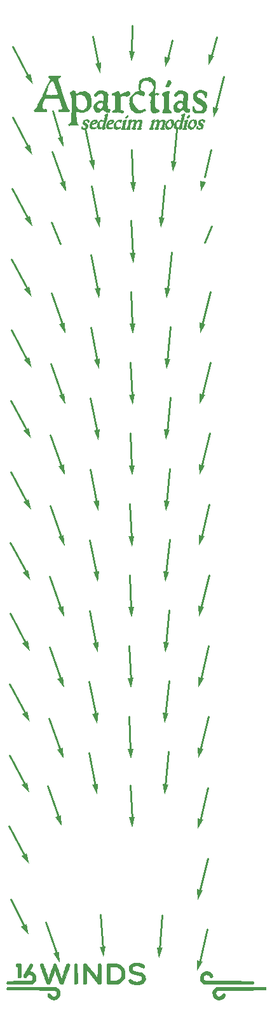
<source format=gbr>
%TF.GenerationSoftware,KiCad,Pcbnew,7.0.5*%
%TF.CreationDate,2023-07-15T15:58:03-07:00*%
%TF.ProjectId,Panel,50616e65-6c2e-46b6-9963-61645f706362,rev?*%
%TF.SameCoordinates,Original*%
%TF.FileFunction,Copper,L1,Top*%
%TF.FilePolarity,Positive*%
%FSLAX46Y46*%
G04 Gerber Fmt 4.6, Leading zero omitted, Abs format (unit mm)*
G04 Created by KiCad (PCBNEW 7.0.5) date 2023-07-15 15:58:03*
%MOMM*%
%LPD*%
G01*
G04 APERTURE LIST*
%TA.AperFunction,NonConductor*%
%ADD10C,0.278962*%
%TD*%
%TA.AperFunction,NonConductor*%
%ADD11C,0.276731*%
%TD*%
%TA.AperFunction,NonConductor*%
%ADD12C,0.000000*%
%TD*%
%TA.AperFunction,NonConductor*%
%ADD13C,0.281194*%
%TD*%
%TA.AperFunction,NonConductor*%
%ADD14C,0.274499*%
%TD*%
%TA.AperFunction,EtchedComponent*%
%ADD15C,0.010000*%
%TD*%
G04 APERTURE END LIST*
D10*
X92818878Y-99038791D02*
X93046066Y-103585124D01*
D11*
X82438638Y-52161614D02*
X83960906Y-56452165D01*
X86914976Y-49111681D02*
X87798744Y-53573542D01*
D12*
%TA.AperFunction,NonConductor*%
G36*
X83510340Y-160026505D02*
G01*
X82662430Y-158804490D01*
X83407798Y-158568435D01*
X83510340Y-160026505D01*
G37*
%TD.AperFunction*%
D11*
X82219401Y-99254394D02*
X83741668Y-103544940D01*
D13*
X104433739Y-36973476D02*
X103688969Y-39398518D01*
D14*
X77096419Y-66479099D02*
X79227031Y-70515911D01*
D11*
X82087973Y-127509929D02*
X83610242Y-131800487D01*
X82350821Y-70998622D02*
X83873088Y-75289176D01*
D10*
X93144603Y-35430475D02*
X93068850Y-39103674D01*
D11*
X87491977Y-103827510D02*
X88375744Y-108289371D01*
D12*
%TA.AperFunction,NonConductor*%
G36*
X84173795Y-95221099D02*
G01*
X83325885Y-93999095D01*
X84071253Y-93763030D01*
X84173795Y-95221099D01*
G37*
%TD.AperFunction*%
D14*
X76833547Y-122990810D02*
X78964160Y-127027629D01*
D12*
%TA.AperFunction,NonConductor*%
G36*
X79816159Y-62130752D02*
G01*
X78798106Y-61034030D01*
X79499954Y-60698831D01*
X79816159Y-62130752D01*
G37*
%TD.AperFunction*%
%TA.AperFunction,NonConductor*%
G36*
X102609735Y-141015590D02*
G01*
X101890762Y-142294643D01*
X101842794Y-140834529D01*
X102609735Y-141015590D01*
G37*
%TD.AperFunction*%
%TA.AperFunction,NonConductor*%
G36*
X84261420Y-76384300D02*
G01*
X83413509Y-75162292D01*
X84158877Y-74926227D01*
X84261420Y-76384300D01*
G37*
%TD.AperFunction*%
%TA.AperFunction,NonConductor*%
G36*
X102916355Y-75086170D02*
G01*
X102197382Y-76365226D01*
X102149414Y-74905105D01*
X102916355Y-75086170D01*
G37*
%TD.AperFunction*%
D10*
X92687458Y-127294330D02*
X92914646Y-131840663D01*
D12*
%TA.AperFunction,NonConductor*%
G36*
X102784950Y-103341503D02*
G01*
X102065979Y-104620555D01*
X102018011Y-103160434D01*
X102784950Y-103341503D01*
G37*
%TD.AperFunction*%
D13*
X103254390Y-136725078D02*
X102165022Y-141174953D01*
D12*
%TA.AperFunction,NonConductor*%
G36*
X93322626Y-57644729D02*
G01*
X92859007Y-56248716D01*
X93645918Y-56221370D01*
X93322626Y-57644729D01*
G37*
%TD.AperFunction*%
%TA.AperFunction,NonConductor*%
G36*
X102741138Y-112759998D02*
G01*
X102022167Y-114039058D01*
X101974199Y-112578937D01*
X102741138Y-112759998D01*
G37*
%TD.AperFunction*%
%TA.AperFunction,NonConductor*%
G36*
X102653532Y-131597042D02*
G01*
X101934559Y-132876102D01*
X101886591Y-131415981D01*
X102653532Y-131597042D01*
G37*
%TD.AperFunction*%
%TA.AperFunction,NonConductor*%
G36*
X88512580Y-128260936D02*
G01*
X87850763Y-126938449D01*
X88624546Y-126805774D01*
X88512580Y-128260936D01*
G37*
%TD.AperFunction*%
D13*
X103761354Y-62085997D02*
X102761354Y-64285997D01*
D12*
%TA.AperFunction,NonConductor*%
G36*
X83998581Y-132895152D02*
G01*
X83150670Y-131673145D01*
X83896038Y-131437091D01*
X83998581Y-132895152D01*
G37*
%TD.AperFunction*%
%TA.AperFunction,NonConductor*%
G36*
X88644193Y-100005393D02*
G01*
X87982378Y-98682907D01*
X88756158Y-98550239D01*
X88644193Y-100005393D01*
G37*
%TD.AperFunction*%
D14*
X76921155Y-104153797D02*
X79051767Y-108190616D01*
D13*
X103429828Y-99051055D02*
X102340290Y-103501140D01*
D11*
X87404370Y-122664539D02*
X88288135Y-127126392D01*
D10*
X92731269Y-117875827D02*
X92958458Y-122422168D01*
D11*
X87360591Y-132083034D02*
X88244356Y-136544895D01*
D12*
%TA.AperFunction,NonConductor*%
G36*
X102697344Y-122178531D02*
G01*
X101978370Y-123457584D01*
X101930402Y-121997470D01*
X102697344Y-122178531D01*
G37*
%TD.AperFunction*%
D13*
X98061096Y-113144771D02*
X97626100Y-117687404D01*
D12*
%TA.AperFunction,NonConductor*%
G36*
X88556602Y-118842433D02*
G01*
X87894785Y-117519946D01*
X88668567Y-117387279D01*
X88556602Y-118842433D01*
G37*
%TD.AperFunction*%
%TA.AperFunction,NonConductor*%
G36*
X88023170Y-54708485D02*
G01*
X87361354Y-53385997D01*
X88135137Y-53253325D01*
X88023170Y-54708485D01*
G37*
%TD.AperFunction*%
D11*
X87448182Y-113246005D02*
X88331947Y-117707866D01*
D12*
%TA.AperFunction,NonConductor*%
G36*
X79640734Y-99804794D02*
G01*
X78622681Y-98708068D01*
X79324367Y-98372718D01*
X79640734Y-99804794D01*
G37*
%TD.AperFunction*%
%TA.AperFunction,NonConductor*%
G36*
X98130552Y-98631698D02*
G01*
X97603792Y-99995780D01*
X97346130Y-98553642D01*
X98130552Y-98631698D01*
G37*
%TD.AperFunction*%
%TA.AperFunction,NonConductor*%
G36*
X88819391Y-62331760D02*
G01*
X88157575Y-61009271D01*
X88931358Y-60876600D01*
X88819391Y-62331760D01*
G37*
%TD.AperFunction*%
%TA.AperFunction,NonConductor*%
G36*
X88688005Y-90586864D02*
G01*
X88026189Y-89264373D01*
X88799970Y-89131710D01*
X88688005Y-90586864D01*
G37*
%TD.AperFunction*%
D11*
X87661354Y-65885997D02*
X88551185Y-70615314D01*
D13*
X103298202Y-127306552D02*
X102208833Y-131756427D01*
D11*
X82306993Y-80417365D02*
X83829260Y-84707916D01*
D12*
%TA.AperFunction,NonConductor*%
G36*
X102521902Y-159852550D02*
G01*
X101802929Y-161131610D01*
X101754961Y-159671489D01*
X102521902Y-159852550D01*
G37*
%TD.AperFunction*%
D11*
X82131794Y-118091403D02*
X83654061Y-122381961D01*
D14*
X76789759Y-132409328D02*
X78920372Y-136446140D01*
D12*
%TA.AperFunction,NonConductor*%
G36*
X84349237Y-57547273D02*
G01*
X83501327Y-56325263D01*
X84246695Y-56089202D01*
X84349237Y-57547273D01*
G37*
%TD.AperFunction*%
%TA.AperFunction,NonConductor*%
G36*
X79596914Y-109223293D02*
G01*
X78578861Y-108126567D01*
X79280547Y-107791217D01*
X79596914Y-109223293D01*
G37*
%TD.AperFunction*%
D13*
X103210575Y-146143619D02*
X102121036Y-150593707D01*
D12*
%TA.AperFunction,NonConductor*%
G36*
X79903783Y-43293707D02*
G01*
X78885730Y-42196987D01*
X79587416Y-41861634D01*
X79903783Y-43293707D01*
G37*
%TD.AperFunction*%
D13*
X103517437Y-80214027D02*
X102427896Y-84664112D01*
D12*
%TA.AperFunction,NonConductor*%
G36*
X88600397Y-109423908D02*
G01*
X87938581Y-108101421D01*
X88712364Y-107968746D01*
X88600397Y-109423908D01*
G37*
%TD.AperFunction*%
D14*
X77140222Y-57060584D02*
X79270835Y-61097398D01*
D12*
%TA.AperFunction,NonConductor*%
G36*
X79684521Y-90386279D02*
G01*
X78666469Y-89289554D01*
X79368316Y-88954357D01*
X79684521Y-90386279D01*
G37*
%TD.AperFunction*%
%TA.AperFunction,NonConductor*%
G36*
X88468752Y-137679431D02*
G01*
X87806936Y-136356944D01*
X88580719Y-136224269D01*
X88468752Y-137679431D01*
G37*
%TD.AperFunction*%
%TA.AperFunction,NonConductor*%
G36*
X79859819Y-52712391D02*
G01*
X78841926Y-51615517D01*
X79543774Y-51280319D01*
X79859819Y-52712391D01*
G37*
%TD.AperFunction*%
%TA.AperFunction,NonConductor*%
G36*
X98218160Y-79794685D02*
G01*
X97691398Y-81158771D01*
X97433738Y-79716628D01*
X98218160Y-79794685D01*
G37*
%TD.AperFunction*%
D13*
X103561231Y-70795932D02*
X102471693Y-75246017D01*
D12*
%TA.AperFunction,NonConductor*%
G36*
X88775596Y-71750289D02*
G01*
X88113781Y-70427803D01*
X88887561Y-70295131D01*
X88775596Y-71750289D01*
G37*
%TD.AperFunction*%
D14*
X77184236Y-47642087D02*
X79314849Y-51678901D01*
D10*
X93038114Y-51946220D02*
X93265302Y-56492553D01*
D12*
%TA.AperFunction,NonConductor*%
G36*
X103003961Y-56249162D02*
G01*
X102284990Y-57528215D01*
X102237022Y-56068094D01*
X103003961Y-56249162D01*
G37*
%TD.AperFunction*%
%TA.AperFunction,NonConductor*%
G36*
X98042944Y-117468723D02*
G01*
X97516184Y-118832813D01*
X97258522Y-117390666D01*
X98042944Y-117468723D01*
G37*
%TD.AperFunction*%
D10*
X92994302Y-61364751D02*
X93221491Y-65911085D01*
D13*
X98361354Y-65585997D02*
X97861354Y-70385997D01*
X99078851Y-49214680D02*
X98643857Y-53757313D01*
D14*
X76964975Y-94735286D02*
X79095587Y-98772098D01*
D13*
X105306123Y-42160954D02*
X104216584Y-46611039D01*
X103166778Y-155562099D02*
X102077240Y-160012195D01*
X103341982Y-117888034D02*
X102252613Y-122337909D01*
D12*
%TA.AperFunction,NonConductor*%
G36*
X79509162Y-128060474D02*
G01*
X78491269Y-126963596D01*
X79192955Y-126628246D01*
X79509162Y-128060474D01*
G37*
%TD.AperFunction*%
%TA.AperFunction,NonConductor*%
G36*
X79552958Y-118641986D02*
G01*
X78535065Y-117545116D01*
X79236751Y-117209758D01*
X79552958Y-118641986D01*
G37*
%TD.AperFunction*%
%TA.AperFunction,NonConductor*%
G36*
X79728342Y-80967765D02*
G01*
X78710289Y-79871040D01*
X79412136Y-79535842D01*
X79728342Y-80967765D01*
G37*
%TD.AperFunction*%
%TA.AperFunction,NonConductor*%
G36*
X79421555Y-146897495D02*
G01*
X78403662Y-145800624D01*
X79105509Y-145465427D01*
X79421555Y-146897495D01*
G37*
%TD.AperFunction*%
D11*
X82175582Y-108672885D02*
X83697849Y-112963443D01*
D13*
X98017316Y-122563266D02*
X97582321Y-127105899D01*
X98104923Y-103726245D02*
X97669929Y-108268871D01*
D11*
X82263189Y-89835880D02*
X83785456Y-94126430D01*
D14*
X77228048Y-38223590D02*
X79358661Y-42260404D01*
D12*
%TA.AperFunction,NonConductor*%
G36*
X93015812Y-123573451D02*
G01*
X92552194Y-122177440D01*
X93339105Y-122150089D01*
X93015812Y-123573451D01*
G37*
%TD.AperFunction*%
D14*
X76745730Y-141827808D02*
X78876342Y-145864627D01*
D13*
X103473625Y-89632541D02*
X102384084Y-94082626D01*
D12*
%TA.AperFunction,NonConductor*%
G36*
X93234790Y-76481758D02*
G01*
X92771173Y-75085742D01*
X93558084Y-75058399D01*
X93234790Y-76481758D01*
G37*
%TD.AperFunction*%
D14*
X76877367Y-113572299D02*
X79007980Y-117609111D01*
D10*
X92906484Y-80201778D02*
X93133672Y-84748115D01*
D12*
%TA.AperFunction,NonConductor*%
G36*
X102872558Y-84504474D02*
G01*
X102153585Y-85783531D01*
X102105617Y-84323409D01*
X102872558Y-84504474D01*
G37*
%TD.AperFunction*%
%TA.AperFunction,NonConductor*%
G36*
X98086740Y-108050228D02*
G01*
X97559980Y-109414317D01*
X97302318Y-107972171D01*
X98086740Y-108050228D01*
G37*
%TD.AperFunction*%
%TA.AperFunction,NonConductor*%
G36*
X88731800Y-81168365D02*
G01*
X88069984Y-79845878D01*
X88843767Y-79713210D01*
X88731800Y-81168365D01*
G37*
%TD.AperFunction*%
%TA.AperFunction,NonConductor*%
G36*
X93059608Y-114154956D02*
G01*
X92595991Y-112758945D01*
X93382902Y-112731594D01*
X93059608Y-114154956D01*
G37*
%TD.AperFunction*%
%TA.AperFunction,NonConductor*%
G36*
X93191044Y-85899433D02*
G01*
X92727426Y-84503417D01*
X93514337Y-84476074D01*
X93191044Y-85899433D01*
G37*
%TD.AperFunction*%
%TA.AperFunction,NonConductor*%
G36*
X93147216Y-95317912D02*
G01*
X92683597Y-93921897D01*
X93470508Y-93894554D01*
X93147216Y-95317912D01*
G37*
%TD.AperFunction*%
D11*
X87535789Y-94408977D02*
X88419555Y-98870841D01*
D12*
%TA.AperFunction,NonConductor*%
G36*
X79465350Y-137479015D02*
G01*
X78447457Y-136382144D01*
X79149305Y-136046939D01*
X79465350Y-137479015D01*
G37*
%TD.AperFunction*%
D14*
X76961354Y-151585997D02*
X78832538Y-155283168D01*
D12*
%TA.AperFunction,NonConductor*%
G36*
X92972000Y-132992000D02*
G01*
X92508382Y-131595989D01*
X93295293Y-131568637D01*
X92972000Y-132992000D01*
G37*
%TD.AperFunction*%
%TA.AperFunction,NonConductor*%
G36*
X84130000Y-104639598D02*
G01*
X83282090Y-103417590D01*
X84027458Y-103181529D01*
X84130000Y-104639598D01*
G37*
%TD.AperFunction*%
D10*
X92862672Y-89620262D02*
X93089861Y-94166595D01*
D11*
X81599741Y-154641282D02*
X83122008Y-158931832D01*
D13*
X97973488Y-131981815D02*
X97538494Y-136524448D01*
D12*
%TA.AperFunction,NonConductor*%
G36*
X98174347Y-89213199D02*
G01*
X97647586Y-90577281D01*
X97389925Y-89135143D01*
X98174347Y-89213199D01*
G37*
%TD.AperFunction*%
D14*
X77052615Y-75897613D02*
X79183227Y-79934425D01*
D12*
%TA.AperFunction,NonConductor*%
G36*
X93278604Y-67063226D02*
G01*
X92814985Y-65667213D01*
X93601896Y-65639867D01*
X93278604Y-67063226D01*
G37*
%TD.AperFunction*%
%TA.AperFunction,NonConductor*%
G36*
X99060604Y-53539923D02*
G01*
X98533844Y-54904008D01*
X98276182Y-53461867D01*
X99060604Y-53539923D01*
G37*
%TD.AperFunction*%
%TA.AperFunction,NonConductor*%
G36*
X79377516Y-156316013D02*
G01*
X78359624Y-155219142D01*
X79061471Y-154883937D01*
X79377516Y-156316013D01*
G37*
%TD.AperFunction*%
D10*
X92950506Y-70783264D02*
X93177696Y-75329601D01*
D12*
%TA.AperFunction,NonConductor*%
G36*
X102828746Y-93922988D02*
G01*
X102109773Y-95202045D01*
X102061805Y-93741924D01*
X102828746Y-93922988D01*
G37*
%TD.AperFunction*%
%TA.AperFunction,NonConductor*%
G36*
X97999132Y-126887271D02*
G01*
X97472372Y-128251361D01*
X97214710Y-126809215D01*
X97999132Y-126887271D01*
G37*
%TD.AperFunction*%
%TA.AperFunction,NonConductor*%
G36*
X97478132Y-60968607D02*
G01*
X96951372Y-62332693D01*
X96693710Y-60890550D01*
X97478132Y-60968607D01*
G37*
%TD.AperFunction*%
D11*
X87579586Y-84990463D02*
X88463352Y-89452327D01*
D12*
%TA.AperFunction,NonConductor*%
G36*
X98228295Y-39733997D02*
G01*
X97509322Y-41013050D01*
X97461354Y-39552930D01*
X98228295Y-39733997D01*
G37*
%TD.AperFunction*%
%TA.AperFunction,NonConductor*%
G36*
X98261907Y-70377010D02*
G01*
X97735147Y-71741096D01*
X97477485Y-70298957D01*
X98261907Y-70377010D01*
G37*
%TD.AperFunction*%
%TA.AperFunction,NonConductor*%
G36*
X102565714Y-150434040D02*
G01*
X101846740Y-151713092D01*
X101798773Y-150252979D01*
X102565714Y-150434040D01*
G37*
%TD.AperFunction*%
%TA.AperFunction,NonConductor*%
G36*
X93103420Y-104736431D02*
G01*
X92639803Y-103340412D01*
X93426714Y-103313068D01*
X93103420Y-104736431D01*
G37*
%TD.AperFunction*%
D11*
X87623607Y-75572193D02*
X88507373Y-80034057D01*
D13*
X103648822Y-51958906D02*
X102761354Y-55585997D01*
D10*
X92775064Y-108457302D02*
X93002254Y-113003635D01*
D12*
%TA.AperFunction,NonConductor*%
G36*
X84217608Y-85802589D02*
G01*
X83369697Y-84580581D01*
X84115065Y-84344516D01*
X84217608Y-85802589D01*
G37*
%TD.AperFunction*%
D14*
X77008779Y-85316772D02*
X79139391Y-89353584D01*
D12*
%TA.AperFunction,NonConductor*%
G36*
X93471652Y-38866696D02*
G01*
X93025537Y-40256462D01*
X92685353Y-38825354D01*
X93471652Y-38866696D01*
G37*
%TD.AperFunction*%
%TA.AperFunction,NonConductor*%
G36*
X84042392Y-123476642D02*
G01*
X83194482Y-122254634D01*
X83939849Y-122018573D01*
X84042392Y-123476642D01*
G37*
%TD.AperFunction*%
D13*
X98148929Y-94307743D02*
X97713936Y-98850379D01*
D12*
%TA.AperFunction,NonConductor*%
G36*
X104661504Y-46451192D02*
G01*
X103942531Y-47730246D01*
X103894563Y-46270125D01*
X104661504Y-46451192D01*
G37*
%TD.AperFunction*%
%TA.AperFunction,NonConductor*%
G36*
X79772145Y-71549266D02*
G01*
X78754092Y-70452545D01*
X79455940Y-70117347D01*
X79772145Y-71549266D01*
G37*
%TD.AperFunction*%
D13*
X98460295Y-37385997D02*
X97860295Y-39785997D01*
D12*
%TA.AperFunction,NonConductor*%
G36*
X84086188Y-114058147D02*
G01*
X83238278Y-112836132D01*
X83983646Y-112600078D01*
X84086188Y-114058147D01*
G37*
%TD.AperFunction*%
D13*
X98236553Y-75470508D02*
X97801559Y-80013145D01*
D11*
X82394608Y-61580127D02*
X83561354Y-64485997D01*
D13*
X97496349Y-56643364D02*
X97061354Y-61185997D01*
D11*
X87711215Y-56735166D02*
X88594980Y-61197027D01*
D12*
%TA.AperFunction,NonConductor*%
G36*
X104061456Y-39451210D02*
G01*
X103342483Y-40730263D01*
X103294515Y-39270143D01*
X104061456Y-39451210D01*
G37*
%TD.AperFunction*%
%TA.AperFunction,NonConductor*%
G36*
X97955337Y-136305751D02*
G01*
X97428575Y-137669841D01*
X97170915Y-136227695D01*
X97955337Y-136305751D01*
G37*
%TD.AperFunction*%
D13*
X98192726Y-84889247D02*
X97757730Y-89431884D01*
X103385811Y-108469509D02*
X102296442Y-112919383D01*
D12*
%TA.AperFunction,NonConductor*%
G36*
X97201558Y-158039750D02*
G01*
X96715615Y-159424227D01*
X96414828Y-157994618D01*
X97201558Y-158039750D01*
G37*
%TD.AperFunction*%
%TA.AperFunction,NonConductor*%
G36*
X93161354Y-142085997D02*
G01*
X92697736Y-140689986D01*
X93484647Y-140662634D01*
X93161354Y-142085997D01*
G37*
%TD.AperFunction*%
D11*
X81850746Y-136500774D02*
X83373015Y-140791332D01*
D10*
X92876812Y-136388327D02*
X93104000Y-140934660D01*
D13*
X97091608Y-153702499D02*
X96791373Y-158274185D01*
D12*
%TA.AperFunction,NonConductor*%
G36*
X89333092Y-159313050D02*
G01*
X88830354Y-157913218D01*
X89611420Y-157878122D01*
X89333092Y-159313050D01*
G37*
%TD.AperFunction*%
%TA.AperFunction,NonConductor*%
G36*
X83761354Y-141885997D02*
G01*
X82913443Y-140663990D01*
X83658811Y-140427936D01*
X83761354Y-141885997D01*
G37*
%TD.AperFunction*%
D11*
X88881393Y-153616824D02*
X89241314Y-158155169D01*
D14*
X82561354Y-46785997D02*
X83653409Y-50520305D01*
X87923051Y-36870720D02*
X88685484Y-40685997D01*
D12*
%TA.AperFunction,NonConductor*%
G36*
X88944398Y-41825319D02*
G01*
X88245081Y-40502370D01*
X89009770Y-40360244D01*
X88944398Y-41825319D01*
G37*
%TD.AperFunction*%
%TA.AperFunction,NonConductor*%
G36*
X84010636Y-51632726D02*
G01*
X83198677Y-50375761D01*
X83948069Y-50167529D01*
X84010636Y-51632726D01*
G37*
%TD.AperFunction*%
%TO.C,Ref\u002A\u002A*%
D15*
X77976795Y-160130300D02*
X78083467Y-160134161D01*
X78156594Y-160139458D01*
X78204965Y-160147861D01*
X78237369Y-160161041D01*
X78262594Y-160180671D01*
X78267648Y-160185615D01*
X78315805Y-160233821D01*
X78315805Y-161903847D01*
X78262888Y-161955221D01*
X78184960Y-162003776D01*
X78090749Y-162022084D01*
X78037977Y-162017419D01*
X77992485Y-161996031D01*
X77944424Y-161956725D01*
X77942727Y-161954940D01*
X77892472Y-161901477D01*
X77879716Y-160528991D01*
X77808450Y-160528991D01*
X77729538Y-160522382D01*
X77678210Y-160498080D01*
X77641166Y-160449372D01*
X77637689Y-160442811D01*
X77607748Y-160348581D01*
X77619192Y-160262474D01*
X77670410Y-160186880D01*
X77734099Y-160123191D01*
X77976795Y-160130300D01*
%TA.AperFunction,EtchedComponent*%
G36*
X77976795Y-160130300D02*
G01*
X78083467Y-160134161D01*
X78156594Y-160139458D01*
X78204965Y-160147861D01*
X78237369Y-160161041D01*
X78262594Y-160180671D01*
X78267648Y-160185615D01*
X78315805Y-160233821D01*
X78315805Y-161903847D01*
X78262888Y-161955221D01*
X78184960Y-162003776D01*
X78090749Y-162022084D01*
X78037977Y-162017419D01*
X77992485Y-161996031D01*
X77944424Y-161956725D01*
X77942727Y-161954940D01*
X77892472Y-161901477D01*
X77879716Y-160528991D01*
X77808450Y-160528991D01*
X77729538Y-160522382D01*
X77678210Y-160498080D01*
X77641166Y-160449372D01*
X77637689Y-160442811D01*
X77607748Y-160348581D01*
X77619192Y-160262474D01*
X77670410Y-160186880D01*
X77734099Y-160123191D01*
X77976795Y-160130300D01*
G37*
%TD.AperFunction*%
X85682266Y-160143914D02*
X85751080Y-160187440D01*
X85794101Y-160242650D01*
X85799919Y-160267718D01*
X85804880Y-160316952D01*
X85809027Y-160392642D01*
X85812407Y-160497072D01*
X85815065Y-160632532D01*
X85817046Y-160801308D01*
X85818397Y-161005687D01*
X85819162Y-161247957D01*
X85819388Y-161512613D01*
X85819388Y-162727077D01*
X85764590Y-162792201D01*
X85724412Y-162832679D01*
X85681891Y-162851873D01*
X85618713Y-162857248D01*
X85604878Y-162857325D01*
X85530502Y-162851935D01*
X85479634Y-162831813D01*
X85448009Y-162805370D01*
X85396055Y-162753416D01*
X85396055Y-161512812D01*
X85396436Y-161215524D01*
X85397571Y-160956011D01*
X85399449Y-160734953D01*
X85402058Y-160553031D01*
X85405386Y-160410924D01*
X85409423Y-160309312D01*
X85414156Y-160248876D01*
X85417849Y-160231486D01*
X85459390Y-160186839D01*
X85523525Y-160148772D01*
X85590719Y-160128052D01*
X85607722Y-160126825D01*
X85682266Y-160143914D01*
%TA.AperFunction,EtchedComponent*%
G36*
X85682266Y-160143914D02*
G01*
X85751080Y-160187440D01*
X85794101Y-160242650D01*
X85799919Y-160267718D01*
X85804880Y-160316952D01*
X85809027Y-160392642D01*
X85812407Y-160497072D01*
X85815065Y-160632532D01*
X85817046Y-160801308D01*
X85818397Y-161005687D01*
X85819162Y-161247957D01*
X85819388Y-161512613D01*
X85819388Y-162727077D01*
X85764590Y-162792201D01*
X85724412Y-162832679D01*
X85681891Y-162851873D01*
X85618713Y-162857248D01*
X85604878Y-162857325D01*
X85530502Y-162851935D01*
X85479634Y-162831813D01*
X85448009Y-162805370D01*
X85396055Y-162753416D01*
X85396055Y-161512812D01*
X85396436Y-161215524D01*
X85397571Y-160956011D01*
X85399449Y-160734953D01*
X85402058Y-160553031D01*
X85405386Y-160410924D01*
X85409423Y-160309312D01*
X85414156Y-160248876D01*
X85417849Y-160231486D01*
X85459390Y-160186839D01*
X85523525Y-160148772D01*
X85590719Y-160128052D01*
X85607722Y-160126825D01*
X85682266Y-160143914D01*
G37*
%TD.AperFunction*%
X90651976Y-160137817D02*
X90811144Y-160139629D01*
X90940396Y-160143722D01*
X91045939Y-160150973D01*
X91133981Y-160162262D01*
X91210728Y-160178465D01*
X91282388Y-160200462D01*
X91355167Y-160229129D01*
X91435273Y-160265345D01*
X91466888Y-160280299D01*
X91657256Y-160393392D01*
X91819470Y-160536889D01*
X91952180Y-160708426D01*
X92054039Y-160905640D01*
X92123696Y-161126169D01*
X92159802Y-161367648D01*
X92164872Y-161502658D01*
X92146936Y-161750642D01*
X92093915Y-161980778D01*
X92007831Y-162190320D01*
X91890707Y-162376524D01*
X91744564Y-162536642D01*
X91571422Y-162667931D01*
X91373305Y-162767643D01*
X91191722Y-162824369D01*
X91136908Y-162834765D01*
X91067933Y-162842861D01*
X90979614Y-162848889D01*
X90866771Y-162853078D01*
X90724223Y-162855658D01*
X90546790Y-162856861D01*
X90457360Y-162857012D01*
X89860582Y-162857325D01*
X89801193Y-162806238D01*
X89741805Y-162755150D01*
X89741805Y-160550158D01*
X90175722Y-160550158D01*
X90175722Y-162455158D01*
X90545096Y-162455158D01*
X90675332Y-162453787D01*
X90799446Y-162449995D01*
X90907618Y-162444263D01*
X90990031Y-162437074D01*
X91026638Y-162431537D01*
X91206505Y-162373355D01*
X91364650Y-162281537D01*
X91498418Y-162160246D01*
X91605152Y-162013646D01*
X91682194Y-161845899D01*
X91726888Y-161661167D01*
X91736578Y-161463613D01*
X91724169Y-161338617D01*
X91674612Y-161135648D01*
X91593741Y-160959923D01*
X91482543Y-160812681D01*
X91342003Y-160695163D01*
X91173107Y-160608609D01*
X91132426Y-160593908D01*
X91081655Y-160578377D01*
X91029918Y-160566962D01*
X90969636Y-160559052D01*
X90893229Y-160554037D01*
X90793121Y-160551306D01*
X90661731Y-160550250D01*
X90589139Y-160550158D01*
X90175722Y-160550158D01*
X89741805Y-160550158D01*
X89741805Y-160254780D01*
X89800518Y-160196094D01*
X89859232Y-160137408D01*
X90456685Y-160137408D01*
X90651976Y-160137817D01*
%TA.AperFunction,EtchedComponent*%
G36*
X90651976Y-160137817D02*
G01*
X90811144Y-160139629D01*
X90940396Y-160143722D01*
X91045939Y-160150973D01*
X91133981Y-160162262D01*
X91210728Y-160178465D01*
X91282388Y-160200462D01*
X91355167Y-160229129D01*
X91435273Y-160265345D01*
X91466888Y-160280299D01*
X91657256Y-160393392D01*
X91819470Y-160536889D01*
X91952180Y-160708426D01*
X92054039Y-160905640D01*
X92123696Y-161126169D01*
X92159802Y-161367648D01*
X92164872Y-161502658D01*
X92146936Y-161750642D01*
X92093915Y-161980778D01*
X92007831Y-162190320D01*
X91890707Y-162376524D01*
X91744564Y-162536642D01*
X91571422Y-162667931D01*
X91373305Y-162767643D01*
X91191722Y-162824369D01*
X91136908Y-162834765D01*
X91067933Y-162842861D01*
X90979614Y-162848889D01*
X90866771Y-162853078D01*
X90724223Y-162855658D01*
X90546790Y-162856861D01*
X90457360Y-162857012D01*
X89860582Y-162857325D01*
X89801193Y-162806238D01*
X89741805Y-162755150D01*
X89741805Y-160550158D01*
X90175722Y-160550158D01*
X90175722Y-162455158D01*
X90545096Y-162455158D01*
X90675332Y-162453787D01*
X90799446Y-162449995D01*
X90907618Y-162444263D01*
X90990031Y-162437074D01*
X91026638Y-162431537D01*
X91206505Y-162373355D01*
X91364650Y-162281537D01*
X91498418Y-162160246D01*
X91605152Y-162013646D01*
X91682194Y-161845899D01*
X91726888Y-161661167D01*
X91736578Y-161463613D01*
X91724169Y-161338617D01*
X91674612Y-161135648D01*
X91593741Y-160959923D01*
X91482543Y-160812681D01*
X91342003Y-160695163D01*
X91173107Y-160608609D01*
X91132426Y-160593908D01*
X91081655Y-160578377D01*
X91029918Y-160566962D01*
X90969636Y-160559052D01*
X90893229Y-160554037D01*
X90793121Y-160551306D01*
X90661731Y-160550250D01*
X90589139Y-160550158D01*
X90175722Y-160550158D01*
X89741805Y-160550158D01*
X89741805Y-160254780D01*
X89800518Y-160196094D01*
X89859232Y-160137408D01*
X90456685Y-160137408D01*
X90651976Y-160137817D01*
G37*
%TD.AperFunction*%
X79706607Y-163243346D02*
X82888707Y-163248908D01*
X83027733Y-163317353D01*
X83169215Y-163407039D01*
X83297969Y-163526445D01*
X83402334Y-163663718D01*
X83444389Y-163740977D01*
X83470816Y-163802362D01*
X83487608Y-163858251D01*
X83496890Y-163921469D01*
X83500787Y-164004843D01*
X83501451Y-164085362D01*
X83500652Y-164188115D01*
X83496371Y-164261674D01*
X83486085Y-164319165D01*
X83467274Y-164373716D01*
X83437417Y-164438455D01*
X83431211Y-164451114D01*
X83336307Y-164603662D01*
X83215050Y-164735014D01*
X83076218Y-164836193D01*
X83031684Y-164859692D01*
X82913995Y-164900004D01*
X82772735Y-164923518D01*
X82623499Y-164929502D01*
X82481883Y-164917224D01*
X82375295Y-164890494D01*
X82239299Y-164825501D01*
X82114138Y-164737133D01*
X82005753Y-164632179D01*
X81920081Y-164517428D01*
X81863062Y-164399669D01*
X81840635Y-164285693D01*
X81840520Y-164279155D01*
X81859357Y-164201521D01*
X81909912Y-164136742D01*
X81981651Y-164095022D01*
X82040901Y-164084992D01*
X82109838Y-164090911D01*
X82162360Y-164113515D01*
X82207965Y-164160070D01*
X82256155Y-164237843D01*
X82267037Y-164257967D01*
X82351039Y-164379994D01*
X82451793Y-164464448D01*
X82567006Y-164510251D01*
X82694383Y-164516326D01*
X82780491Y-164499083D01*
X82881426Y-164452340D01*
X82973958Y-164378628D01*
X83044706Y-164289919D01*
X83068666Y-164241257D01*
X83091383Y-164125718D01*
X83079682Y-164002463D01*
X83036597Y-163883507D01*
X82965165Y-163780864D01*
X82947952Y-163763546D01*
X82932689Y-163748431D01*
X82919062Y-163734733D01*
X82905020Y-163722379D01*
X82888513Y-163711296D01*
X82867492Y-163701410D01*
X82839906Y-163692649D01*
X82803706Y-163684938D01*
X82756842Y-163678207D01*
X82697264Y-163672380D01*
X82622921Y-163667385D01*
X82531765Y-163663150D01*
X82421746Y-163659600D01*
X82290812Y-163656662D01*
X82136915Y-163654264D01*
X81958005Y-163652333D01*
X81752031Y-163650795D01*
X81516944Y-163649577D01*
X81250694Y-163648606D01*
X80951231Y-163647809D01*
X80616505Y-163647113D01*
X80244467Y-163646445D01*
X79833066Y-163645731D01*
X79634969Y-163645376D01*
X76509133Y-163639678D01*
X76454677Y-163574961D01*
X76407762Y-163492404D01*
X76401986Y-163408716D01*
X76437202Y-163329099D01*
X76462364Y-163299926D01*
X76524506Y-163237784D01*
X79706607Y-163243346D01*
%TA.AperFunction,EtchedComponent*%
G36*
X79706607Y-163243346D02*
G01*
X82888707Y-163248908D01*
X83027733Y-163317353D01*
X83169215Y-163407039D01*
X83297969Y-163526445D01*
X83402334Y-163663718D01*
X83444389Y-163740977D01*
X83470816Y-163802362D01*
X83487608Y-163858251D01*
X83496890Y-163921469D01*
X83500787Y-164004843D01*
X83501451Y-164085362D01*
X83500652Y-164188115D01*
X83496371Y-164261674D01*
X83486085Y-164319165D01*
X83467274Y-164373716D01*
X83437417Y-164438455D01*
X83431211Y-164451114D01*
X83336307Y-164603662D01*
X83215050Y-164735014D01*
X83076218Y-164836193D01*
X83031684Y-164859692D01*
X82913995Y-164900004D01*
X82772735Y-164923518D01*
X82623499Y-164929502D01*
X82481883Y-164917224D01*
X82375295Y-164890494D01*
X82239299Y-164825501D01*
X82114138Y-164737133D01*
X82005753Y-164632179D01*
X81920081Y-164517428D01*
X81863062Y-164399669D01*
X81840635Y-164285693D01*
X81840520Y-164279155D01*
X81859357Y-164201521D01*
X81909912Y-164136742D01*
X81981651Y-164095022D01*
X82040901Y-164084992D01*
X82109838Y-164090911D01*
X82162360Y-164113515D01*
X82207965Y-164160070D01*
X82256155Y-164237843D01*
X82267037Y-164257967D01*
X82351039Y-164379994D01*
X82451793Y-164464448D01*
X82567006Y-164510251D01*
X82694383Y-164516326D01*
X82780491Y-164499083D01*
X82881426Y-164452340D01*
X82973958Y-164378628D01*
X83044706Y-164289919D01*
X83068666Y-164241257D01*
X83091383Y-164125718D01*
X83079682Y-164002463D01*
X83036597Y-163883507D01*
X82965165Y-163780864D01*
X82947952Y-163763546D01*
X82932689Y-163748431D01*
X82919062Y-163734733D01*
X82905020Y-163722379D01*
X82888513Y-163711296D01*
X82867492Y-163701410D01*
X82839906Y-163692649D01*
X82803706Y-163684938D01*
X82756842Y-163678207D01*
X82697264Y-163672380D01*
X82622921Y-163667385D01*
X82531765Y-163663150D01*
X82421746Y-163659600D01*
X82290812Y-163656662D01*
X82136915Y-163654264D01*
X81958005Y-163652333D01*
X81752031Y-163650795D01*
X81516944Y-163649577D01*
X81250694Y-163648606D01*
X80951231Y-163647809D01*
X80616505Y-163647113D01*
X80244467Y-163646445D01*
X79833066Y-163645731D01*
X79634969Y-163645376D01*
X76509133Y-163639678D01*
X76454677Y-163574961D01*
X76407762Y-163492404D01*
X76401986Y-163408716D01*
X76437202Y-163329099D01*
X76462364Y-163299926D01*
X76524506Y-163237784D01*
X79706607Y-163243346D01*
G37*
%TD.AperFunction*%
X88835933Y-160148089D02*
X88864131Y-160157406D01*
X88888179Y-160167455D01*
X88908407Y-160181460D01*
X88925146Y-160202646D01*
X88938725Y-160234240D01*
X88949475Y-160279467D01*
X88957725Y-160341552D01*
X88963806Y-160423722D01*
X88968048Y-160529200D01*
X88970781Y-160661213D01*
X88972334Y-160822986D01*
X88973039Y-161017745D01*
X88973225Y-161248715D01*
X88973222Y-161489646D01*
X88972864Y-161738776D01*
X88971824Y-161967177D01*
X88970151Y-162171858D01*
X88967892Y-162349829D01*
X88965096Y-162498100D01*
X88961811Y-162613678D01*
X88958086Y-162693575D01*
X88953969Y-162734799D01*
X88953000Y-162738423D01*
X88908229Y-162801722D01*
X88836330Y-162847237D01*
X88750737Y-162869308D01*
X88664881Y-162862275D01*
X88661485Y-162861264D01*
X88605561Y-162834764D01*
X88576818Y-162814383D01*
X88556952Y-162792216D01*
X88513212Y-162740012D01*
X88448095Y-162660848D01*
X88364096Y-162557801D01*
X88263712Y-162433951D01*
X88149441Y-162292375D01*
X88023778Y-162136152D01*
X87889221Y-161968360D01*
X87787888Y-161841682D01*
X87036472Y-160901340D01*
X87025331Y-161831707D01*
X87022904Y-162025767D01*
X87020447Y-162206313D01*
X87018034Y-162369042D01*
X87015737Y-162509653D01*
X87013629Y-162623846D01*
X87011783Y-162707318D01*
X87010273Y-162755769D01*
X87009456Y-162766542D01*
X86952842Y-162817194D01*
X86909708Y-162844431D01*
X86864258Y-162855415D01*
X86809268Y-162857325D01*
X86734970Y-162851555D01*
X86683720Y-162830171D01*
X86654509Y-162805370D01*
X86602555Y-162753416D01*
X86602555Y-161508330D01*
X86602509Y-161239915D01*
X86602591Y-161010641D01*
X86603125Y-160817316D01*
X86604438Y-160656749D01*
X86606855Y-160525747D01*
X86610704Y-160421120D01*
X86616310Y-160339674D01*
X86623999Y-160278220D01*
X86634098Y-160233564D01*
X86646931Y-160202515D01*
X86662827Y-160181881D01*
X86682109Y-160168470D01*
X86705106Y-160159091D01*
X86732142Y-160150552D01*
X86741583Y-160147515D01*
X86814618Y-160134099D01*
X86887519Y-160135887D01*
X86890070Y-160136343D01*
X86906232Y-160139157D01*
X86920915Y-160142581D01*
X86936137Y-160148983D01*
X86953913Y-160160725D01*
X86976260Y-160180175D01*
X87005192Y-160209697D01*
X87042727Y-160251657D01*
X87090881Y-160308419D01*
X87151669Y-160382349D01*
X87227108Y-160475813D01*
X87319213Y-160591176D01*
X87430001Y-160730802D01*
X87561489Y-160897058D01*
X87715691Y-161092308D01*
X87851388Y-161264168D01*
X88518138Y-162108523D01*
X88528722Y-161182857D01*
X88539305Y-160257191D01*
X88589588Y-160203689D01*
X88667453Y-160149213D01*
X88759770Y-160133622D01*
X88835933Y-160148089D01*
%TA.AperFunction,EtchedComponent*%
G36*
X88835933Y-160148089D02*
G01*
X88864131Y-160157406D01*
X88888179Y-160167455D01*
X88908407Y-160181460D01*
X88925146Y-160202646D01*
X88938725Y-160234240D01*
X88949475Y-160279467D01*
X88957725Y-160341552D01*
X88963806Y-160423722D01*
X88968048Y-160529200D01*
X88970781Y-160661213D01*
X88972334Y-160822986D01*
X88973039Y-161017745D01*
X88973225Y-161248715D01*
X88973222Y-161489646D01*
X88972864Y-161738776D01*
X88971824Y-161967177D01*
X88970151Y-162171858D01*
X88967892Y-162349829D01*
X88965096Y-162498100D01*
X88961811Y-162613678D01*
X88958086Y-162693575D01*
X88953969Y-162734799D01*
X88953000Y-162738423D01*
X88908229Y-162801722D01*
X88836330Y-162847237D01*
X88750737Y-162869308D01*
X88664881Y-162862275D01*
X88661485Y-162861264D01*
X88605561Y-162834764D01*
X88576818Y-162814383D01*
X88556952Y-162792216D01*
X88513212Y-162740012D01*
X88448095Y-162660848D01*
X88364096Y-162557801D01*
X88263712Y-162433951D01*
X88149441Y-162292375D01*
X88023778Y-162136152D01*
X87889221Y-161968360D01*
X87787888Y-161841682D01*
X87036472Y-160901340D01*
X87025331Y-161831707D01*
X87022904Y-162025767D01*
X87020447Y-162206313D01*
X87018034Y-162369042D01*
X87015737Y-162509653D01*
X87013629Y-162623846D01*
X87011783Y-162707318D01*
X87010273Y-162755769D01*
X87009456Y-162766542D01*
X86952842Y-162817194D01*
X86909708Y-162844431D01*
X86864258Y-162855415D01*
X86809268Y-162857325D01*
X86734970Y-162851555D01*
X86683720Y-162830171D01*
X86654509Y-162805370D01*
X86602555Y-162753416D01*
X86602555Y-161508330D01*
X86602509Y-161239915D01*
X86602591Y-161010641D01*
X86603125Y-160817316D01*
X86604438Y-160656749D01*
X86606855Y-160525747D01*
X86610704Y-160421120D01*
X86616310Y-160339674D01*
X86623999Y-160278220D01*
X86634098Y-160233564D01*
X86646931Y-160202515D01*
X86662827Y-160181881D01*
X86682109Y-160168470D01*
X86705106Y-160159091D01*
X86732142Y-160150552D01*
X86741583Y-160147515D01*
X86814618Y-160134099D01*
X86887519Y-160135887D01*
X86890070Y-160136343D01*
X86906232Y-160139157D01*
X86920915Y-160142581D01*
X86936137Y-160148983D01*
X86953913Y-160160725D01*
X86976260Y-160180175D01*
X87005192Y-160209697D01*
X87042727Y-160251657D01*
X87090881Y-160308419D01*
X87151669Y-160382349D01*
X87227108Y-160475813D01*
X87319213Y-160591176D01*
X87430001Y-160730802D01*
X87561489Y-160897058D01*
X87715691Y-161092308D01*
X87851388Y-161264168D01*
X88518138Y-162108523D01*
X88528722Y-161182857D01*
X88539305Y-160257191D01*
X88589588Y-160203689D01*
X88667453Y-160149213D01*
X88759770Y-160133622D01*
X88835933Y-160148089D01*
G37*
%TD.AperFunction*%
X79722031Y-160135454D02*
X79803294Y-160182899D01*
X79823433Y-160201470D01*
X79869234Y-160252740D01*
X79888294Y-160293982D01*
X79887559Y-160340807D01*
X79887003Y-160344345D01*
X79873102Y-160383787D01*
X79841079Y-160452548D01*
X79794527Y-160543606D01*
X79737036Y-160649940D01*
X79672199Y-160764529D01*
X79671086Y-160766452D01*
X79599819Y-160888984D01*
X79545617Y-160979783D01*
X79504613Y-161043910D01*
X79472939Y-161086428D01*
X79446727Y-161112398D01*
X79422110Y-161126884D01*
X79395221Y-161134947D01*
X79388441Y-161136398D01*
X79356570Y-161144390D01*
X79353235Y-161150600D01*
X79382408Y-161156141D01*
X79448063Y-161162127D01*
X79491651Y-161165340D01*
X79687405Y-161197870D01*
X79860823Y-161265021D01*
X80009604Y-161365119D01*
X80131445Y-161496493D01*
X80224046Y-161657468D01*
X80246896Y-161714325D01*
X80292479Y-161872405D01*
X80306973Y-162018167D01*
X80295882Y-162144448D01*
X80245155Y-162328150D01*
X80159429Y-162491116D01*
X80042470Y-162629625D01*
X79898041Y-162739958D01*
X79729908Y-162818394D01*
X79575222Y-162856581D01*
X79529973Y-162860400D01*
X79448198Y-162863826D01*
X79334111Y-162866859D01*
X79191925Y-162869496D01*
X79025856Y-162871736D01*
X78840117Y-162873577D01*
X78638923Y-162875018D01*
X78426486Y-162876056D01*
X78207023Y-162876692D01*
X77984746Y-162876922D01*
X77763870Y-162876745D01*
X77548609Y-162876160D01*
X77343177Y-162875164D01*
X77151788Y-162873757D01*
X76978657Y-162871937D01*
X76827997Y-162869702D01*
X76704023Y-162867050D01*
X76610949Y-162863980D01*
X76552988Y-162860491D01*
X76535437Y-162857747D01*
X76463886Y-162808631D01*
X76419097Y-162736879D01*
X76404012Y-162654120D01*
X76421572Y-162571986D01*
X76451294Y-162525130D01*
X76502366Y-162465742D01*
X78033502Y-162455158D01*
X79564638Y-162444575D01*
X79652596Y-162397540D01*
X79745633Y-162333370D01*
X79814035Y-162249276D01*
X79862224Y-162147907D01*
X79885944Y-162030908D01*
X79872754Y-161914124D01*
X79827453Y-161805000D01*
X79754842Y-161710981D01*
X79659723Y-161639512D01*
X79546895Y-161598036D01*
X79503718Y-161591951D01*
X79364711Y-161596513D01*
X79247022Y-161636263D01*
X79147897Y-161712831D01*
X79064581Y-161827847D01*
X79045832Y-161862933D01*
X78984930Y-161956617D01*
X78916024Y-162009905D01*
X78836551Y-162024383D01*
X78794838Y-162018237D01*
X78709970Y-161979658D01*
X78655117Y-161914594D01*
X78633199Y-161829088D01*
X78647138Y-161729184D01*
X78650365Y-161719362D01*
X78669216Y-161677233D01*
X78706192Y-161605461D01*
X78758492Y-161508841D01*
X78823318Y-161392170D01*
X78897871Y-161260245D01*
X78946897Y-161174575D01*
X79278888Y-161174575D01*
X79289472Y-161185158D01*
X79300055Y-161174575D01*
X79289472Y-161163992D01*
X79278888Y-161174575D01*
X78946897Y-161174575D01*
X78979353Y-161117861D01*
X79064964Y-160969816D01*
X79151907Y-160820906D01*
X79237381Y-160675927D01*
X79318588Y-160539676D01*
X79392729Y-160416950D01*
X79457006Y-160312544D01*
X79508619Y-160231255D01*
X79544770Y-160177880D01*
X79561542Y-160157830D01*
X79639351Y-160126748D01*
X79722031Y-160135454D01*
%TA.AperFunction,EtchedComponent*%
G36*
X79722031Y-160135454D02*
G01*
X79803294Y-160182899D01*
X79823433Y-160201470D01*
X79869234Y-160252740D01*
X79888294Y-160293982D01*
X79887559Y-160340807D01*
X79887003Y-160344345D01*
X79873102Y-160383787D01*
X79841079Y-160452548D01*
X79794527Y-160543606D01*
X79737036Y-160649940D01*
X79672199Y-160764529D01*
X79671086Y-160766452D01*
X79599819Y-160888984D01*
X79545617Y-160979783D01*
X79504613Y-161043910D01*
X79472939Y-161086428D01*
X79446727Y-161112398D01*
X79422110Y-161126884D01*
X79395221Y-161134947D01*
X79388441Y-161136398D01*
X79356570Y-161144390D01*
X79353235Y-161150600D01*
X79382408Y-161156141D01*
X79448063Y-161162127D01*
X79491651Y-161165340D01*
X79687405Y-161197870D01*
X79860823Y-161265021D01*
X80009604Y-161365119D01*
X80131445Y-161496493D01*
X80224046Y-161657468D01*
X80246896Y-161714325D01*
X80292479Y-161872405D01*
X80306973Y-162018167D01*
X80295882Y-162144448D01*
X80245155Y-162328150D01*
X80159429Y-162491116D01*
X80042470Y-162629625D01*
X79898041Y-162739958D01*
X79729908Y-162818394D01*
X79575222Y-162856581D01*
X79529973Y-162860400D01*
X79448198Y-162863826D01*
X79334111Y-162866859D01*
X79191925Y-162869496D01*
X79025856Y-162871736D01*
X78840117Y-162873577D01*
X78638923Y-162875018D01*
X78426486Y-162876056D01*
X78207023Y-162876692D01*
X77984746Y-162876922D01*
X77763870Y-162876745D01*
X77548609Y-162876160D01*
X77343177Y-162875164D01*
X77151788Y-162873757D01*
X76978657Y-162871937D01*
X76827997Y-162869702D01*
X76704023Y-162867050D01*
X76610949Y-162863980D01*
X76552988Y-162860491D01*
X76535437Y-162857747D01*
X76463886Y-162808631D01*
X76419097Y-162736879D01*
X76404012Y-162654120D01*
X76421572Y-162571986D01*
X76451294Y-162525130D01*
X76502366Y-162465742D01*
X78033502Y-162455158D01*
X79564638Y-162444575D01*
X79652596Y-162397540D01*
X79745633Y-162333370D01*
X79814035Y-162249276D01*
X79862224Y-162147907D01*
X79885944Y-162030908D01*
X79872754Y-161914124D01*
X79827453Y-161805000D01*
X79754842Y-161710981D01*
X79659723Y-161639512D01*
X79546895Y-161598036D01*
X79503718Y-161591951D01*
X79364711Y-161596513D01*
X79247022Y-161636263D01*
X79147897Y-161712831D01*
X79064581Y-161827847D01*
X79045832Y-161862933D01*
X78984930Y-161956617D01*
X78916024Y-162009905D01*
X78836551Y-162024383D01*
X78794838Y-162018237D01*
X78709970Y-161979658D01*
X78655117Y-161914594D01*
X78633199Y-161829088D01*
X78647138Y-161729184D01*
X78650365Y-161719362D01*
X78669216Y-161677233D01*
X78706192Y-161605461D01*
X78758492Y-161508841D01*
X78823318Y-161392170D01*
X78897871Y-161260245D01*
X78946897Y-161174575D01*
X79278888Y-161174575D01*
X79289472Y-161185158D01*
X79300055Y-161174575D01*
X79289472Y-161163992D01*
X79278888Y-161174575D01*
X78946897Y-161174575D01*
X78979353Y-161117861D01*
X79064964Y-160969816D01*
X79151907Y-160820906D01*
X79237381Y-160675927D01*
X79318588Y-160539676D01*
X79392729Y-160416950D01*
X79457006Y-160312544D01*
X79508619Y-160231255D01*
X79544770Y-160177880D01*
X79561542Y-160157830D01*
X79639351Y-160126748D01*
X79722031Y-160135454D01*
G37*
%TD.AperFunction*%
X94041874Y-160063475D02*
X94247346Y-160110675D01*
X94409457Y-160171167D01*
X94532958Y-160234229D01*
X94637867Y-160302325D01*
X94717374Y-160370261D01*
X94764670Y-160432844D01*
X94770479Y-160446512D01*
X94778333Y-160524875D01*
X94754432Y-160602275D01*
X94706167Y-160667601D01*
X94640928Y-160709740D01*
X94588916Y-160719491D01*
X94550362Y-160708287D01*
X94488129Y-160678367D01*
X94413234Y-160635273D01*
X94381812Y-160615335D01*
X94220138Y-160521192D01*
X94067797Y-160458902D01*
X93911735Y-160424388D01*
X93738897Y-160413575D01*
X93735722Y-160413572D01*
X93570790Y-160421290D01*
X93438717Y-160446331D01*
X93332575Y-160491566D01*
X93245431Y-160559866D01*
X93176249Y-160645294D01*
X93132935Y-160743065D01*
X93122122Y-160851426D01*
X93144884Y-160954682D01*
X93153756Y-160973719D01*
X93198171Y-161027774D01*
X93270897Y-161083704D01*
X93359187Y-161133063D01*
X93442896Y-161165321D01*
X93488322Y-161175887D01*
X93566264Y-161191242D01*
X93667409Y-161209662D01*
X93782446Y-161229420D01*
X93838411Y-161238636D01*
X94083762Y-161284629D01*
X94290049Y-161337626D01*
X94460242Y-161399640D01*
X94597317Y-161472681D01*
X94704244Y-161558763D01*
X94783998Y-161659898D01*
X94839550Y-161778097D01*
X94873874Y-161915372D01*
X94878030Y-161942282D01*
X94887210Y-162135679D01*
X94858126Y-162313062D01*
X94791298Y-162472801D01*
X94687251Y-162613269D01*
X94651007Y-162649405D01*
X94556020Y-162729300D01*
X94458251Y-162790186D01*
X94343965Y-162839355D01*
X94219428Y-162878553D01*
X94102560Y-162903140D01*
X93958441Y-162921089D01*
X93801744Y-162931607D01*
X93647146Y-162933904D01*
X93509322Y-162927190D01*
X93449972Y-162920004D01*
X93274943Y-162882499D01*
X93112498Y-162828141D01*
X92967434Y-162760086D01*
X92844548Y-162681494D01*
X92748637Y-162595523D01*
X92684499Y-162505331D01*
X92656930Y-162414077D01*
X92656222Y-162397437D01*
X92675542Y-162316326D01*
X92727465Y-162251199D01*
X92802928Y-162210534D01*
X92866036Y-162201158D01*
X92916110Y-162205256D01*
X92960517Y-162221770D01*
X93011277Y-162257031D01*
X93071816Y-162309567D01*
X93148252Y-162371898D01*
X93231331Y-162429120D01*
X93299581Y-162467084D01*
X93463042Y-162521981D01*
X93647451Y-162551152D01*
X93839617Y-162553907D01*
X94026352Y-162529558D01*
X94106138Y-162509262D01*
X94229041Y-162454703D01*
X94328820Y-162375314D01*
X94401862Y-162277699D01*
X94444556Y-162168460D01*
X94453291Y-162054202D01*
X94424455Y-161941528D01*
X94420878Y-161933748D01*
X94376551Y-161861657D01*
X94314932Y-161800737D01*
X94231544Y-161749017D01*
X94121914Y-161704527D01*
X93981568Y-161665295D01*
X93806030Y-161629352D01*
X93682805Y-161608678D01*
X93468179Y-161570244D01*
X93290536Y-161527562D01*
X93144576Y-161478519D01*
X93025003Y-161420999D01*
X92926519Y-161352891D01*
X92846362Y-161274977D01*
X92774521Y-161176984D01*
X92728312Y-161070931D01*
X92704892Y-160946943D01*
X92701416Y-160795145D01*
X92702210Y-160774462D01*
X92716326Y-160633241D01*
X92748414Y-160520178D01*
X92804000Y-160422967D01*
X92888610Y-160329305D01*
X92911730Y-160307896D01*
X93051975Y-160207623D01*
X93221035Y-160130291D01*
X93411732Y-160076555D01*
X93616890Y-160047070D01*
X93829329Y-160042492D01*
X94041874Y-160063475D01*
%TA.AperFunction,EtchedComponent*%
G36*
X94041874Y-160063475D02*
G01*
X94247346Y-160110675D01*
X94409457Y-160171167D01*
X94532958Y-160234229D01*
X94637867Y-160302325D01*
X94717374Y-160370261D01*
X94764670Y-160432844D01*
X94770479Y-160446512D01*
X94778333Y-160524875D01*
X94754432Y-160602275D01*
X94706167Y-160667601D01*
X94640928Y-160709740D01*
X94588916Y-160719491D01*
X94550362Y-160708287D01*
X94488129Y-160678367D01*
X94413234Y-160635273D01*
X94381812Y-160615335D01*
X94220138Y-160521192D01*
X94067797Y-160458902D01*
X93911735Y-160424388D01*
X93738897Y-160413575D01*
X93735722Y-160413572D01*
X93570790Y-160421290D01*
X93438717Y-160446331D01*
X93332575Y-160491566D01*
X93245431Y-160559866D01*
X93176249Y-160645294D01*
X93132935Y-160743065D01*
X93122122Y-160851426D01*
X93144884Y-160954682D01*
X93153756Y-160973719D01*
X93198171Y-161027774D01*
X93270897Y-161083704D01*
X93359187Y-161133063D01*
X93442896Y-161165321D01*
X93488322Y-161175887D01*
X93566264Y-161191242D01*
X93667409Y-161209662D01*
X93782446Y-161229420D01*
X93838411Y-161238636D01*
X94083762Y-161284629D01*
X94290049Y-161337626D01*
X94460242Y-161399640D01*
X94597317Y-161472681D01*
X94704244Y-161558763D01*
X94783998Y-161659898D01*
X94839550Y-161778097D01*
X94873874Y-161915372D01*
X94878030Y-161942282D01*
X94887210Y-162135679D01*
X94858126Y-162313062D01*
X94791298Y-162472801D01*
X94687251Y-162613269D01*
X94651007Y-162649405D01*
X94556020Y-162729300D01*
X94458251Y-162790186D01*
X94343965Y-162839355D01*
X94219428Y-162878553D01*
X94102560Y-162903140D01*
X93958441Y-162921089D01*
X93801744Y-162931607D01*
X93647146Y-162933904D01*
X93509322Y-162927190D01*
X93449972Y-162920004D01*
X93274943Y-162882499D01*
X93112498Y-162828141D01*
X92967434Y-162760086D01*
X92844548Y-162681494D01*
X92748637Y-162595523D01*
X92684499Y-162505331D01*
X92656930Y-162414077D01*
X92656222Y-162397437D01*
X92675542Y-162316326D01*
X92727465Y-162251199D01*
X92802928Y-162210534D01*
X92866036Y-162201158D01*
X92916110Y-162205256D01*
X92960517Y-162221770D01*
X93011277Y-162257031D01*
X93071816Y-162309567D01*
X93148252Y-162371898D01*
X93231331Y-162429120D01*
X93299581Y-162467084D01*
X93463042Y-162521981D01*
X93647451Y-162551152D01*
X93839617Y-162553907D01*
X94026352Y-162529558D01*
X94106138Y-162509262D01*
X94229041Y-162454703D01*
X94328820Y-162375314D01*
X94401862Y-162277699D01*
X94444556Y-162168460D01*
X94453291Y-162054202D01*
X94424455Y-161941528D01*
X94420878Y-161933748D01*
X94376551Y-161861657D01*
X94314932Y-161800737D01*
X94231544Y-161749017D01*
X94121914Y-161704527D01*
X93981568Y-161665295D01*
X93806030Y-161629352D01*
X93682805Y-161608678D01*
X93468179Y-161570244D01*
X93290536Y-161527562D01*
X93144576Y-161478519D01*
X93025003Y-161420999D01*
X92926519Y-161352891D01*
X92846362Y-161274977D01*
X92774521Y-161176984D01*
X92728312Y-161070931D01*
X92704892Y-160946943D01*
X92701416Y-160795145D01*
X92702210Y-160774462D01*
X92716326Y-160633241D01*
X92748414Y-160520178D01*
X92804000Y-160422967D01*
X92888610Y-160329305D01*
X92911730Y-160307896D01*
X93051975Y-160207623D01*
X93221035Y-160130291D01*
X93411732Y-160076555D01*
X93616890Y-160047070D01*
X93829329Y-160042492D01*
X94041874Y-160063475D01*
G37*
%TD.AperFunction*%
X84605137Y-160136543D02*
X84673846Y-160162539D01*
X84737660Y-160208176D01*
X84784775Y-160262764D01*
X84803386Y-160315610D01*
X84803388Y-160316119D01*
X84796376Y-160344071D01*
X84776232Y-160407937D01*
X84744295Y-160503848D01*
X84701900Y-160627933D01*
X84650388Y-160776324D01*
X84591094Y-160945151D01*
X84525358Y-161130544D01*
X84454517Y-161328634D01*
X84424127Y-161413122D01*
X84328286Y-161679225D01*
X84245761Y-161908371D01*
X84175420Y-162103392D01*
X84116131Y-162267124D01*
X84066763Y-162402400D01*
X84026184Y-162512055D01*
X83993262Y-162598921D01*
X83966866Y-162665834D01*
X83945864Y-162715627D01*
X83929125Y-162751134D01*
X83915517Y-162775190D01*
X83903907Y-162790628D01*
X83893165Y-162800282D01*
X83882160Y-162806986D01*
X83869758Y-162813574D01*
X83863448Y-162817239D01*
X83778565Y-162848604D01*
X83679901Y-162855370D01*
X83587060Y-162837266D01*
X83553391Y-162821521D01*
X83536222Y-162810954D01*
X83520641Y-162798769D01*
X83505212Y-162781561D01*
X83488498Y-162755923D01*
X83469063Y-162718448D01*
X83445470Y-162665730D01*
X83416283Y-162594361D01*
X83380065Y-162500936D01*
X83335380Y-162382048D01*
X83280791Y-162234290D01*
X83214862Y-162054256D01*
X83136157Y-161838539D01*
X83118718Y-161790709D01*
X83055164Y-161617464D01*
X82995987Y-161458212D01*
X82942745Y-161316989D01*
X82896997Y-161197835D01*
X82860298Y-161104789D01*
X82834208Y-161041889D01*
X82820283Y-161013176D01*
X82818473Y-161012153D01*
X82809881Y-161036487D01*
X82788522Y-161096444D01*
X82755908Y-161187795D01*
X82713551Y-161306311D01*
X82662962Y-161447761D01*
X82605653Y-161607918D01*
X82543137Y-161782551D01*
X82505279Y-161888270D01*
X82425853Y-162109667D01*
X82358834Y-162294490D01*
X82302406Y-162446040D01*
X82254754Y-162567615D01*
X82214061Y-162662514D01*
X82178511Y-162734036D01*
X82146289Y-162785481D01*
X82115577Y-162820147D01*
X82084560Y-162841334D01*
X82051422Y-162852341D01*
X82014347Y-162856467D01*
X81972013Y-162857013D01*
X81899484Y-162851262D01*
X81836555Y-162837193D01*
X81820047Y-162830507D01*
X81772757Y-162793468D01*
X81731532Y-162741074D01*
X81731408Y-162740861D01*
X81716391Y-162707781D01*
X81689000Y-162639977D01*
X81650800Y-162541731D01*
X81603359Y-162417322D01*
X81548244Y-162271032D01*
X81487021Y-162107140D01*
X81421257Y-161929927D01*
X81352518Y-161743674D01*
X81282372Y-161552661D01*
X81212386Y-161361169D01*
X81144126Y-161173478D01*
X81079158Y-160993869D01*
X81019051Y-160826622D01*
X80965369Y-160676018D01*
X80919681Y-160546337D01*
X80883553Y-160441859D01*
X80858552Y-160366866D01*
X80846245Y-160325637D01*
X80845222Y-160319766D01*
X80863064Y-160263572D01*
X80908342Y-160205616D01*
X80968687Y-160158538D01*
X81025034Y-160136031D01*
X81127890Y-160134149D01*
X81213459Y-160167789D01*
X81275964Y-160234214D01*
X81289956Y-160261499D01*
X81304168Y-160299119D01*
X81329975Y-160372604D01*
X81365897Y-160477555D01*
X81410457Y-160609571D01*
X81462177Y-160764252D01*
X81519578Y-160937199D01*
X81581184Y-161124012D01*
X81640970Y-161306386D01*
X81703822Y-161498132D01*
X81762723Y-161676801D01*
X81816371Y-161838520D01*
X81863466Y-161979416D01*
X81902706Y-162095616D01*
X81932791Y-162183245D01*
X81952421Y-162238431D01*
X81960293Y-162257300D01*
X81960320Y-162257282D01*
X81968159Y-162236577D01*
X81988226Y-162179589D01*
X82019208Y-162090145D01*
X82059794Y-161972075D01*
X82108673Y-161829205D01*
X82164532Y-161665362D01*
X82226060Y-161484375D01*
X82291946Y-161290070D01*
X82306510Y-161247054D01*
X82385119Y-161016461D01*
X82456892Y-160809214D01*
X82520891Y-160627889D01*
X82576175Y-160475062D01*
X82621805Y-160353308D01*
X82656839Y-160265205D01*
X82680338Y-160213329D01*
X82688258Y-160200908D01*
X82742474Y-160168642D01*
X82823988Y-160158575D01*
X82824305Y-160158575D01*
X82906025Y-160168607D01*
X82960407Y-160200883D01*
X82960432Y-160200908D01*
X82976782Y-160230407D01*
X83005402Y-160297103D01*
X83045186Y-160398029D01*
X83095025Y-160530219D01*
X83153813Y-160690705D01*
X83220442Y-160876521D01*
X83293806Y-161084701D01*
X83342803Y-161225479D01*
X83410536Y-161420631D01*
X83474411Y-161604009D01*
X83533029Y-161771645D01*
X83584990Y-161919568D01*
X83628898Y-162043810D01*
X83663351Y-162140399D01*
X83686953Y-162205368D01*
X83698304Y-162234745D01*
X83698761Y-162235662D01*
X83708305Y-162222210D01*
X83729216Y-162171324D01*
X83760454Y-162086045D01*
X83800975Y-161969414D01*
X83849739Y-161824469D01*
X83905704Y-161654253D01*
X83967828Y-161461804D01*
X84019296Y-161300097D01*
X84081648Y-161103742D01*
X84141213Y-160917473D01*
X84196569Y-160745649D01*
X84246290Y-160592630D01*
X84288955Y-160462774D01*
X84323139Y-160360443D01*
X84347420Y-160289994D01*
X84360025Y-160256551D01*
X84414403Y-160180564D01*
X84491887Y-160138965D01*
X84588225Y-160133834D01*
X84605137Y-160136543D01*
%TA.AperFunction,EtchedComponent*%
G36*
X84605137Y-160136543D02*
G01*
X84673846Y-160162539D01*
X84737660Y-160208176D01*
X84784775Y-160262764D01*
X84803386Y-160315610D01*
X84803388Y-160316119D01*
X84796376Y-160344071D01*
X84776232Y-160407937D01*
X84744295Y-160503848D01*
X84701900Y-160627933D01*
X84650388Y-160776324D01*
X84591094Y-160945151D01*
X84525358Y-161130544D01*
X84454517Y-161328634D01*
X84424127Y-161413122D01*
X84328286Y-161679225D01*
X84245761Y-161908371D01*
X84175420Y-162103392D01*
X84116131Y-162267124D01*
X84066763Y-162402400D01*
X84026184Y-162512055D01*
X83993262Y-162598921D01*
X83966866Y-162665834D01*
X83945864Y-162715627D01*
X83929125Y-162751134D01*
X83915517Y-162775190D01*
X83903907Y-162790628D01*
X83893165Y-162800282D01*
X83882160Y-162806986D01*
X83869758Y-162813574D01*
X83863448Y-162817239D01*
X83778565Y-162848604D01*
X83679901Y-162855370D01*
X83587060Y-162837266D01*
X83553391Y-162821521D01*
X83536222Y-162810954D01*
X83520641Y-162798769D01*
X83505212Y-162781561D01*
X83488498Y-162755923D01*
X83469063Y-162718448D01*
X83445470Y-162665730D01*
X83416283Y-162594361D01*
X83380065Y-162500936D01*
X83335380Y-162382048D01*
X83280791Y-162234290D01*
X83214862Y-162054256D01*
X83136157Y-161838539D01*
X83118718Y-161790709D01*
X83055164Y-161617464D01*
X82995987Y-161458212D01*
X82942745Y-161316989D01*
X82896997Y-161197835D01*
X82860298Y-161104789D01*
X82834208Y-161041889D01*
X82820283Y-161013176D01*
X82818473Y-161012153D01*
X82809881Y-161036487D01*
X82788522Y-161096444D01*
X82755908Y-161187795D01*
X82713551Y-161306311D01*
X82662962Y-161447761D01*
X82605653Y-161607918D01*
X82543137Y-161782551D01*
X82505279Y-161888270D01*
X82425853Y-162109667D01*
X82358834Y-162294490D01*
X82302406Y-162446040D01*
X82254754Y-162567615D01*
X82214061Y-162662514D01*
X82178511Y-162734036D01*
X82146289Y-162785481D01*
X82115577Y-162820147D01*
X82084560Y-162841334D01*
X82051422Y-162852341D01*
X82014347Y-162856467D01*
X81972013Y-162857013D01*
X81899484Y-162851262D01*
X81836555Y-162837193D01*
X81820047Y-162830507D01*
X81772757Y-162793468D01*
X81731532Y-162741074D01*
X81731408Y-162740861D01*
X81716391Y-162707781D01*
X81689000Y-162639977D01*
X81650800Y-162541731D01*
X81603359Y-162417322D01*
X81548244Y-162271032D01*
X81487021Y-162107140D01*
X81421257Y-161929927D01*
X81352518Y-161743674D01*
X81282372Y-161552661D01*
X81212386Y-161361169D01*
X81144126Y-161173478D01*
X81079158Y-160993869D01*
X81019051Y-160826622D01*
X80965369Y-160676018D01*
X80919681Y-160546337D01*
X80883553Y-160441859D01*
X80858552Y-160366866D01*
X80846245Y-160325637D01*
X80845222Y-160319766D01*
X80863064Y-160263572D01*
X80908342Y-160205616D01*
X80968687Y-160158538D01*
X81025034Y-160136031D01*
X81127890Y-160134149D01*
X81213459Y-160167789D01*
X81275964Y-160234214D01*
X81289956Y-160261499D01*
X81304168Y-160299119D01*
X81329975Y-160372604D01*
X81365897Y-160477555D01*
X81410457Y-160609571D01*
X81462177Y-160764252D01*
X81519578Y-160937199D01*
X81581184Y-161124012D01*
X81640970Y-161306386D01*
X81703822Y-161498132D01*
X81762723Y-161676801D01*
X81816371Y-161838520D01*
X81863466Y-161979416D01*
X81902706Y-162095616D01*
X81932791Y-162183245D01*
X81952421Y-162238431D01*
X81960293Y-162257300D01*
X81960320Y-162257282D01*
X81968159Y-162236577D01*
X81988226Y-162179589D01*
X82019208Y-162090145D01*
X82059794Y-161972075D01*
X82108673Y-161829205D01*
X82164532Y-161665362D01*
X82226060Y-161484375D01*
X82291946Y-161290070D01*
X82306510Y-161247054D01*
X82385119Y-161016461D01*
X82456892Y-160809214D01*
X82520891Y-160627889D01*
X82576175Y-160475062D01*
X82621805Y-160353308D01*
X82656839Y-160265205D01*
X82680338Y-160213329D01*
X82688258Y-160200908D01*
X82742474Y-160168642D01*
X82823988Y-160158575D01*
X82824305Y-160158575D01*
X82906025Y-160168607D01*
X82960407Y-160200883D01*
X82960432Y-160200908D01*
X82976782Y-160230407D01*
X83005402Y-160297103D01*
X83045186Y-160398029D01*
X83095025Y-160530219D01*
X83153813Y-160690705D01*
X83220442Y-160876521D01*
X83293806Y-161084701D01*
X83342803Y-161225479D01*
X83410536Y-161420631D01*
X83474411Y-161604009D01*
X83533029Y-161771645D01*
X83584990Y-161919568D01*
X83628898Y-162043810D01*
X83663351Y-162140399D01*
X83686953Y-162205368D01*
X83698304Y-162234745D01*
X83698761Y-162235662D01*
X83708305Y-162222210D01*
X83729216Y-162171324D01*
X83760454Y-162086045D01*
X83800975Y-161969414D01*
X83849739Y-161824469D01*
X83905704Y-161654253D01*
X83967828Y-161461804D01*
X84019296Y-161300097D01*
X84081648Y-161103742D01*
X84141213Y-160917473D01*
X84196569Y-160745649D01*
X84246290Y-160592630D01*
X84288955Y-160462774D01*
X84323139Y-160360443D01*
X84347420Y-160289994D01*
X84360025Y-160256551D01*
X84414403Y-160180564D01*
X84491887Y-160138965D01*
X84588225Y-160133834D01*
X84605137Y-160136543D01*
G37*
%TD.AperFunction*%
X98095388Y-42708931D02*
X98146514Y-42731437D01*
X98188831Y-42774695D01*
X98233372Y-42843673D01*
X98272223Y-42922985D01*
X98297476Y-42997249D01*
X98302849Y-43035438D01*
X98288635Y-43078952D01*
X98250215Y-43140240D01*
X98206924Y-43194188D01*
X98143559Y-43275692D01*
X98080892Y-43371399D01*
X98045269Y-43435728D01*
X97979745Y-43568020D01*
X97860942Y-43565137D01*
X97785945Y-43561952D01*
X97722431Y-43556910D01*
X97696725Y-43553371D01*
X97647403Y-43530932D01*
X97613442Y-43502644D01*
X97592268Y-43475597D01*
X97587223Y-43449206D01*
X97598913Y-43409345D01*
X97619540Y-43360952D01*
X97645202Y-43302411D01*
X97682708Y-43216521D01*
X97727048Y-43114765D01*
X97773214Y-43008628D01*
X97773876Y-43007103D01*
X97817386Y-42909461D01*
X97857229Y-42824572D01*
X97889338Y-42760798D01*
X97909645Y-42726502D01*
X97911316Y-42724528D01*
X97956991Y-42702353D01*
X98024048Y-42697321D01*
X98095388Y-42708931D01*
%TA.AperFunction,EtchedComponent*%
G36*
X98095388Y-42708931D02*
G01*
X98146514Y-42731437D01*
X98188831Y-42774695D01*
X98233372Y-42843673D01*
X98272223Y-42922985D01*
X98297476Y-42997249D01*
X98302849Y-43035438D01*
X98288635Y-43078952D01*
X98250215Y-43140240D01*
X98206924Y-43194188D01*
X98143559Y-43275692D01*
X98080892Y-43371399D01*
X98045269Y-43435728D01*
X97979745Y-43568020D01*
X97860942Y-43565137D01*
X97785945Y-43561952D01*
X97722431Y-43556910D01*
X97696725Y-43553371D01*
X97647403Y-43530932D01*
X97613442Y-43502644D01*
X97592268Y-43475597D01*
X97587223Y-43449206D01*
X97598913Y-43409345D01*
X97619540Y-43360952D01*
X97645202Y-43302411D01*
X97682708Y-43216521D01*
X97727048Y-43114765D01*
X97773214Y-43008628D01*
X97773876Y-43007103D01*
X97817386Y-42909461D01*
X97857229Y-42824572D01*
X97889338Y-42760798D01*
X97909645Y-42726502D01*
X97911316Y-42724528D01*
X97956991Y-42702353D01*
X98024048Y-42697321D01*
X98095388Y-42708931D01*
G37*
%TD.AperFunction*%
X97998284Y-44106120D02*
X98038859Y-44132346D01*
X98061896Y-44176836D01*
X98062861Y-44245135D01*
X98041319Y-44341272D01*
X98004412Y-44449403D01*
X97982227Y-44511325D01*
X97969462Y-44561348D01*
X97965258Y-44612338D01*
X97968755Y-44677158D01*
X97979092Y-44768670D01*
X97981679Y-44789502D01*
X97993430Y-44895287D01*
X97997479Y-44974455D01*
X97993486Y-45042076D01*
X97981115Y-45113223D01*
X97973669Y-45146369D01*
X97949627Y-45309579D01*
X97948403Y-45441270D01*
X97950400Y-45546050D01*
X97946221Y-45662456D01*
X97939580Y-45739193D01*
X97931645Y-45830933D01*
X97934963Y-45901992D01*
X97951396Y-45972970D01*
X97964256Y-46012382D01*
X97991583Y-46117924D01*
X98004764Y-46240635D01*
X98006723Y-46326809D01*
X98006723Y-46517804D01*
X98141680Y-46647552D01*
X98238792Y-46747754D01*
X98301606Y-46829693D01*
X98332143Y-46896859D01*
X98332423Y-46952740D01*
X98327003Y-46967620D01*
X98289811Y-47010614D01*
X98249740Y-47030762D01*
X98204899Y-47033911D01*
X98126898Y-47031104D01*
X98024375Y-47023071D01*
X97905973Y-47010539D01*
X97780331Y-46994239D01*
X97731320Y-46987031D01*
X97685527Y-46986790D01*
X97612489Y-46993495D01*
X97526467Y-47005751D01*
X97509070Y-47008727D01*
X97400699Y-47026756D01*
X97325162Y-47035646D01*
X97273887Y-47035069D01*
X97238305Y-47024698D01*
X97209841Y-47004206D01*
X97202390Y-46997020D01*
X97173080Y-46958152D01*
X97163287Y-46913481D01*
X97173941Y-46854633D01*
X97205974Y-46773235D01*
X97233821Y-46714222D01*
X97268586Y-46640939D01*
X97297010Y-46573924D01*
X97319797Y-46507839D01*
X97337649Y-46437347D01*
X97351269Y-46357111D01*
X97361362Y-46261794D01*
X97368630Y-46146059D01*
X97373776Y-46004568D01*
X97377504Y-45831984D01*
X97380517Y-45622970D01*
X97380823Y-45598446D01*
X97382980Y-45387325D01*
X97383663Y-45215373D01*
X97382805Y-45079451D01*
X97380337Y-44976418D01*
X97376192Y-44903134D01*
X97370300Y-44856460D01*
X97364281Y-44836160D01*
X97333138Y-44800540D01*
X97276228Y-44755888D01*
X97206263Y-44710810D01*
X97135960Y-44673913D01*
X97107140Y-44662105D01*
X97100161Y-44639492D01*
X97109517Y-44591010D01*
X97130987Y-44527802D01*
X97160351Y-44461006D01*
X97193389Y-44401764D01*
X97218264Y-44368748D01*
X97270671Y-44328959D01*
X97353108Y-44293254D01*
X97442859Y-44266170D01*
X97547604Y-44234991D01*
X97658958Y-44196875D01*
X97753421Y-44159886D01*
X97756271Y-44158650D01*
X97862542Y-44117478D01*
X97940982Y-44100176D01*
X97998284Y-44106120D01*
%TA.AperFunction,EtchedComponent*%
G36*
X97998284Y-44106120D02*
G01*
X98038859Y-44132346D01*
X98061896Y-44176836D01*
X98062861Y-44245135D01*
X98041319Y-44341272D01*
X98004412Y-44449403D01*
X97982227Y-44511325D01*
X97969462Y-44561348D01*
X97965258Y-44612338D01*
X97968755Y-44677158D01*
X97979092Y-44768670D01*
X97981679Y-44789502D01*
X97993430Y-44895287D01*
X97997479Y-44974455D01*
X97993486Y-45042076D01*
X97981115Y-45113223D01*
X97973669Y-45146369D01*
X97949627Y-45309579D01*
X97948403Y-45441270D01*
X97950400Y-45546050D01*
X97946221Y-45662456D01*
X97939580Y-45739193D01*
X97931645Y-45830933D01*
X97934963Y-45901992D01*
X97951396Y-45972970D01*
X97964256Y-46012382D01*
X97991583Y-46117924D01*
X98004764Y-46240635D01*
X98006723Y-46326809D01*
X98006723Y-46517804D01*
X98141680Y-46647552D01*
X98238792Y-46747754D01*
X98301606Y-46829693D01*
X98332143Y-46896859D01*
X98332423Y-46952740D01*
X98327003Y-46967620D01*
X98289811Y-47010614D01*
X98249740Y-47030762D01*
X98204899Y-47033911D01*
X98126898Y-47031104D01*
X98024375Y-47023071D01*
X97905973Y-47010539D01*
X97780331Y-46994239D01*
X97731320Y-46987031D01*
X97685527Y-46986790D01*
X97612489Y-46993495D01*
X97526467Y-47005751D01*
X97509070Y-47008727D01*
X97400699Y-47026756D01*
X97325162Y-47035646D01*
X97273887Y-47035069D01*
X97238305Y-47024698D01*
X97209841Y-47004206D01*
X97202390Y-46997020D01*
X97173080Y-46958152D01*
X97163287Y-46913481D01*
X97173941Y-46854633D01*
X97205974Y-46773235D01*
X97233821Y-46714222D01*
X97268586Y-46640939D01*
X97297010Y-46573924D01*
X97319797Y-46507839D01*
X97337649Y-46437347D01*
X97351269Y-46357111D01*
X97361362Y-46261794D01*
X97368630Y-46146059D01*
X97373776Y-46004568D01*
X97377504Y-45831984D01*
X97380517Y-45622970D01*
X97380823Y-45598446D01*
X97382980Y-45387325D01*
X97383663Y-45215373D01*
X97382805Y-45079451D01*
X97380337Y-44976418D01*
X97376192Y-44903134D01*
X97370300Y-44856460D01*
X97364281Y-44836160D01*
X97333138Y-44800540D01*
X97276228Y-44755888D01*
X97206263Y-44710810D01*
X97135960Y-44673913D01*
X97107140Y-44662105D01*
X97100161Y-44639492D01*
X97109517Y-44591010D01*
X97130987Y-44527802D01*
X97160351Y-44461006D01*
X97193389Y-44401764D01*
X97218264Y-44368748D01*
X97270671Y-44328959D01*
X97353108Y-44293254D01*
X97442859Y-44266170D01*
X97547604Y-44234991D01*
X97658958Y-44196875D01*
X97753421Y-44159886D01*
X97756271Y-44158650D01*
X97862542Y-44117478D01*
X97940982Y-44100176D01*
X97998284Y-44106120D01*
G37*
%TD.AperFunction*%
X102318966Y-44004783D02*
X102513337Y-44045423D01*
X102719334Y-44123421D01*
X102767270Y-44145827D01*
X102859067Y-44191793D01*
X102939552Y-44235234D01*
X102999221Y-44270828D01*
X103026561Y-44291025D01*
X103053299Y-44342237D01*
X103065319Y-44417976D01*
X103061669Y-44502740D01*
X103043956Y-44574577D01*
X103029913Y-44624653D01*
X103014354Y-44699922D01*
X103001458Y-44778737D01*
X102978714Y-44896587D01*
X102950855Y-44972824D01*
X102919416Y-45007641D01*
X102885930Y-45001234D01*
X102851934Y-44953798D01*
X102818962Y-44865525D01*
X102791597Y-44752154D01*
X102744480Y-44619053D01*
X102661682Y-44507140D01*
X102544860Y-44417655D01*
X102395675Y-44351840D01*
X102215783Y-44310937D01*
X102199100Y-44308645D01*
X102116751Y-44300497D01*
X102058931Y-44303424D01*
X102008888Y-44319141D01*
X101984969Y-44330575D01*
X101854126Y-44414537D01*
X101758781Y-44513624D01*
X101701111Y-44624937D01*
X101683242Y-44731663D01*
X101687615Y-44799246D01*
X101700468Y-44852264D01*
X101708529Y-44866925D01*
X101733902Y-44887186D01*
X101789808Y-44925698D01*
X101870583Y-44978762D01*
X101970559Y-45042679D01*
X102084072Y-45113750D01*
X102130587Y-45142484D01*
X102299677Y-45248922D01*
X102438804Y-45342778D01*
X102555809Y-45430520D01*
X102658531Y-45518617D01*
X102754811Y-45613541D01*
X102852489Y-45721761D01*
X102899113Y-45776669D01*
X102972510Y-45880512D01*
X103019193Y-45988545D01*
X103039663Y-46107093D01*
X103034423Y-46242480D01*
X103003972Y-46401030D01*
X102960620Y-46552520D01*
X102923968Y-46659336D01*
X102888554Y-46738649D01*
X102847056Y-46804414D01*
X102795995Y-46866310D01*
X102742376Y-46924346D01*
X102700549Y-46959432D01*
X102655595Y-46979230D01*
X102592593Y-46991407D01*
X102538928Y-46998367D01*
X102449373Y-47011089D01*
X102365477Y-47025748D01*
X102306094Y-47039000D01*
X102223620Y-47052362D01*
X102109389Y-47057377D01*
X101973109Y-47054237D01*
X101824486Y-47043134D01*
X101690165Y-47026780D01*
X101515144Y-46990601D01*
X101372639Y-46938304D01*
X101265467Y-46871171D01*
X101206308Y-46806520D01*
X101184074Y-46769839D01*
X101170262Y-46733459D01*
X101163445Y-46687008D01*
X101162198Y-46620114D01*
X101165094Y-46522405D01*
X101165571Y-46510187D01*
X101174540Y-46374345D01*
X101190022Y-46276561D01*
X101213351Y-46212872D01*
X101245860Y-46179322D01*
X101279626Y-46171520D01*
X101324589Y-46185474D01*
X101356815Y-46230235D01*
X101378676Y-46310149D01*
X101386836Y-46367917D01*
X101407892Y-46479090D01*
X101446529Y-46563476D01*
X101509736Y-46635280D01*
X101524921Y-46648521D01*
X101623542Y-46718557D01*
X101726751Y-46761473D01*
X101847962Y-46781741D01*
X101933984Y-46784888D01*
X102118287Y-46773731D01*
X102272331Y-46739732D01*
X102394278Y-46683729D01*
X102482290Y-46606561D01*
X102533792Y-46511381D01*
X102547581Y-46402311D01*
X102519551Y-46291169D01*
X102450137Y-46178493D01*
X102339775Y-46064818D01*
X102188898Y-45950681D01*
X101997941Y-45836620D01*
X101979447Y-45826718D01*
X101839744Y-45741528D01*
X101700891Y-45637086D01*
X101572010Y-45521709D01*
X101462223Y-45403714D01*
X101380651Y-45291418D01*
X101367795Y-45269034D01*
X101307808Y-45117768D01*
X101277150Y-44942082D01*
X101276820Y-44749011D01*
X101284022Y-44678880D01*
X101311055Y-44530431D01*
X101353220Y-44411304D01*
X101416197Y-44314384D01*
X101505665Y-44232556D01*
X101627306Y-44158706D01*
X101742640Y-44104460D01*
X101939914Y-44034555D01*
X102129924Y-44001245D01*
X102318966Y-44004783D01*
%TA.AperFunction,EtchedComponent*%
G36*
X102318966Y-44004783D02*
G01*
X102513337Y-44045423D01*
X102719334Y-44123421D01*
X102767270Y-44145827D01*
X102859067Y-44191793D01*
X102939552Y-44235234D01*
X102999221Y-44270828D01*
X103026561Y-44291025D01*
X103053299Y-44342237D01*
X103065319Y-44417976D01*
X103061669Y-44502740D01*
X103043956Y-44574577D01*
X103029913Y-44624653D01*
X103014354Y-44699922D01*
X103001458Y-44778737D01*
X102978714Y-44896587D01*
X102950855Y-44972824D01*
X102919416Y-45007641D01*
X102885930Y-45001234D01*
X102851934Y-44953798D01*
X102818962Y-44865525D01*
X102791597Y-44752154D01*
X102744480Y-44619053D01*
X102661682Y-44507140D01*
X102544860Y-44417655D01*
X102395675Y-44351840D01*
X102215783Y-44310937D01*
X102199100Y-44308645D01*
X102116751Y-44300497D01*
X102058931Y-44303424D01*
X102008888Y-44319141D01*
X101984969Y-44330575D01*
X101854126Y-44414537D01*
X101758781Y-44513624D01*
X101701111Y-44624937D01*
X101683242Y-44731663D01*
X101687615Y-44799246D01*
X101700468Y-44852264D01*
X101708529Y-44866925D01*
X101733902Y-44887186D01*
X101789808Y-44925698D01*
X101870583Y-44978762D01*
X101970559Y-45042679D01*
X102084072Y-45113750D01*
X102130587Y-45142484D01*
X102299677Y-45248922D01*
X102438804Y-45342778D01*
X102555809Y-45430520D01*
X102658531Y-45518617D01*
X102754811Y-45613541D01*
X102852489Y-45721761D01*
X102899113Y-45776669D01*
X102972510Y-45880512D01*
X103019193Y-45988545D01*
X103039663Y-46107093D01*
X103034423Y-46242480D01*
X103003972Y-46401030D01*
X102960620Y-46552520D01*
X102923968Y-46659336D01*
X102888554Y-46738649D01*
X102847056Y-46804414D01*
X102795995Y-46866310D01*
X102742376Y-46924346D01*
X102700549Y-46959432D01*
X102655595Y-46979230D01*
X102592593Y-46991407D01*
X102538928Y-46998367D01*
X102449373Y-47011089D01*
X102365477Y-47025748D01*
X102306094Y-47039000D01*
X102223620Y-47052362D01*
X102109389Y-47057377D01*
X101973109Y-47054237D01*
X101824486Y-47043134D01*
X101690165Y-47026780D01*
X101515144Y-46990601D01*
X101372639Y-46938304D01*
X101265467Y-46871171D01*
X101206308Y-46806520D01*
X101184074Y-46769839D01*
X101170262Y-46733459D01*
X101163445Y-46687008D01*
X101162198Y-46620114D01*
X101165094Y-46522405D01*
X101165571Y-46510187D01*
X101174540Y-46374345D01*
X101190022Y-46276561D01*
X101213351Y-46212872D01*
X101245860Y-46179322D01*
X101279626Y-46171520D01*
X101324589Y-46185474D01*
X101356815Y-46230235D01*
X101378676Y-46310149D01*
X101386836Y-46367917D01*
X101407892Y-46479090D01*
X101446529Y-46563476D01*
X101509736Y-46635280D01*
X101524921Y-46648521D01*
X101623542Y-46718557D01*
X101726751Y-46761473D01*
X101847962Y-46781741D01*
X101933984Y-46784888D01*
X102118287Y-46773731D01*
X102272331Y-46739732D01*
X102394278Y-46683729D01*
X102482290Y-46606561D01*
X102533792Y-46511381D01*
X102547581Y-46402311D01*
X102519551Y-46291169D01*
X102450137Y-46178493D01*
X102339775Y-46064818D01*
X102188898Y-45950681D01*
X101997941Y-45836620D01*
X101979447Y-45826718D01*
X101839744Y-45741528D01*
X101700891Y-45637086D01*
X101572010Y-45521709D01*
X101462223Y-45403714D01*
X101380651Y-45291418D01*
X101367795Y-45269034D01*
X101307808Y-45117768D01*
X101277150Y-44942082D01*
X101276820Y-44749011D01*
X101284022Y-44678880D01*
X101311055Y-44530431D01*
X101353220Y-44411304D01*
X101416197Y-44314384D01*
X101505665Y-44232556D01*
X101627306Y-44158706D01*
X101742640Y-44104460D01*
X101939914Y-44034555D01*
X102129924Y-44001245D01*
X102318966Y-44004783D01*
G37*
%TD.AperFunction*%
X91270145Y-44129923D02*
X91303605Y-44167920D01*
X91338018Y-44237273D01*
X91376418Y-44342912D01*
X91380487Y-44355333D01*
X91410264Y-44435916D01*
X91442797Y-44507274D01*
X91469104Y-44551125D01*
X91504959Y-44587956D01*
X91543452Y-44604179D01*
X91590952Y-44598209D01*
X91653830Y-44568461D01*
X91738456Y-44513349D01*
X91800793Y-44468567D01*
X91863986Y-44430844D01*
X91943156Y-44394526D01*
X91978274Y-44381591D01*
X92064152Y-44347234D01*
X92153486Y-44302885D01*
X92183454Y-44285470D01*
X92262740Y-44242822D01*
X92356189Y-44201962D01*
X92450318Y-44167876D01*
X92531642Y-44145555D01*
X92577932Y-44139520D01*
X92648758Y-44159243D01*
X92712203Y-44212683D01*
X92762273Y-44291248D01*
X92792971Y-44386342D01*
X92799723Y-44457391D01*
X92792995Y-44537183D01*
X92768595Y-44599724D01*
X92720195Y-44652851D01*
X92641468Y-44704395D01*
X92570758Y-44740896D01*
X92400920Y-44823689D01*
X92245780Y-44765517D01*
X92140693Y-44727616D01*
X92062846Y-44704981D01*
X92000528Y-44696294D01*
X91942032Y-44700235D01*
X91875646Y-44715485D01*
X91854573Y-44721451D01*
X91764685Y-44755055D01*
X91692471Y-44803485D01*
X91638656Y-44855843D01*
X91564872Y-44939926D01*
X91519100Y-45008787D01*
X91496673Y-45074120D01*
X91492928Y-45147618D01*
X91498526Y-45207087D01*
X91504475Y-45257335D01*
X91508956Y-45306414D01*
X91512030Y-45360153D01*
X91513756Y-45424382D01*
X91514195Y-45504929D01*
X91513406Y-45607623D01*
X91511450Y-45738292D01*
X91508387Y-45902767D01*
X91506619Y-45991603D01*
X91504586Y-46182111D01*
X91507369Y-46334677D01*
X91515551Y-46453482D01*
X91529716Y-46542704D01*
X91550445Y-46606524D01*
X91578321Y-46649122D01*
X91600881Y-46667617D01*
X91647354Y-46688586D01*
X91716158Y-46710940D01*
X91759031Y-46722006D01*
X91859546Y-46755573D01*
X91929195Y-46799976D01*
X91965844Y-46850643D01*
X91967361Y-46903005D01*
X91931610Y-46952491D01*
X91881295Y-46983916D01*
X91774588Y-47014614D01*
X91667283Y-47003878D01*
X91619825Y-46986690D01*
X91567618Y-46967956D01*
X91488502Y-46944108D01*
X91396854Y-46919393D01*
X91365825Y-46911652D01*
X91180473Y-46866453D01*
X91013729Y-46921153D01*
X90884118Y-46955110D01*
X90757522Y-46972872D01*
X90644570Y-46973830D01*
X90555891Y-46957375D01*
X90534890Y-46948592D01*
X90489949Y-46905221D01*
X90474044Y-46844715D01*
X90489785Y-46783012D01*
X90504459Y-46762729D01*
X90549855Y-46731714D01*
X90611608Y-46710083D01*
X90617170Y-46709003D01*
X90680516Y-46690246D01*
X90731081Y-46663152D01*
X90733754Y-46660964D01*
X90785140Y-46593738D01*
X90827281Y-46492077D01*
X90858985Y-46363108D01*
X90879058Y-46213958D01*
X90886306Y-46051752D01*
X90879536Y-45883616D01*
X90873705Y-45825295D01*
X90862381Y-45684032D01*
X90860265Y-45545769D01*
X90865274Y-45454291D01*
X90872716Y-45353346D01*
X90877847Y-45233319D01*
X90879728Y-45117439D01*
X90879649Y-45098912D01*
X90876935Y-44997339D01*
X90869259Y-44925327D01*
X90854371Y-44870188D01*
X90830019Y-44819236D01*
X90830010Y-44819220D01*
X90761568Y-44736134D01*
X90671380Y-44684084D01*
X90582596Y-44668687D01*
X90513344Y-44653558D01*
X90471108Y-44614784D01*
X90457102Y-44562282D01*
X90472543Y-44505973D01*
X90518647Y-44455772D01*
X90554052Y-44435853D01*
X90598577Y-44415055D01*
X90671960Y-44379499D01*
X90765293Y-44333554D01*
X90869666Y-44281586D01*
X90910248Y-44261228D01*
X91012824Y-44210959D01*
X91104516Y-44168434D01*
X91177584Y-44137063D01*
X91224285Y-44120256D01*
X91234601Y-44118353D01*
X91270145Y-44129923D01*
%TA.AperFunction,EtchedComponent*%
G36*
X91270145Y-44129923D02*
G01*
X91303605Y-44167920D01*
X91338018Y-44237273D01*
X91376418Y-44342912D01*
X91380487Y-44355333D01*
X91410264Y-44435916D01*
X91442797Y-44507274D01*
X91469104Y-44551125D01*
X91504959Y-44587956D01*
X91543452Y-44604179D01*
X91590952Y-44598209D01*
X91653830Y-44568461D01*
X91738456Y-44513349D01*
X91800793Y-44468567D01*
X91863986Y-44430844D01*
X91943156Y-44394526D01*
X91978274Y-44381591D01*
X92064152Y-44347234D01*
X92153486Y-44302885D01*
X92183454Y-44285470D01*
X92262740Y-44242822D01*
X92356189Y-44201962D01*
X92450318Y-44167876D01*
X92531642Y-44145555D01*
X92577932Y-44139520D01*
X92648758Y-44159243D01*
X92712203Y-44212683D01*
X92762273Y-44291248D01*
X92792971Y-44386342D01*
X92799723Y-44457391D01*
X92792995Y-44537183D01*
X92768595Y-44599724D01*
X92720195Y-44652851D01*
X92641468Y-44704395D01*
X92570758Y-44740896D01*
X92400920Y-44823689D01*
X92245780Y-44765517D01*
X92140693Y-44727616D01*
X92062846Y-44704981D01*
X92000528Y-44696294D01*
X91942032Y-44700235D01*
X91875646Y-44715485D01*
X91854573Y-44721451D01*
X91764685Y-44755055D01*
X91692471Y-44803485D01*
X91638656Y-44855843D01*
X91564872Y-44939926D01*
X91519100Y-45008787D01*
X91496673Y-45074120D01*
X91492928Y-45147618D01*
X91498526Y-45207087D01*
X91504475Y-45257335D01*
X91508956Y-45306414D01*
X91512030Y-45360153D01*
X91513756Y-45424382D01*
X91514195Y-45504929D01*
X91513406Y-45607623D01*
X91511450Y-45738292D01*
X91508387Y-45902767D01*
X91506619Y-45991603D01*
X91504586Y-46182111D01*
X91507369Y-46334677D01*
X91515551Y-46453482D01*
X91529716Y-46542704D01*
X91550445Y-46606524D01*
X91578321Y-46649122D01*
X91600881Y-46667617D01*
X91647354Y-46688586D01*
X91716158Y-46710940D01*
X91759031Y-46722006D01*
X91859546Y-46755573D01*
X91929195Y-46799976D01*
X91965844Y-46850643D01*
X91967361Y-46903005D01*
X91931610Y-46952491D01*
X91881295Y-46983916D01*
X91774588Y-47014614D01*
X91667283Y-47003878D01*
X91619825Y-46986690D01*
X91567618Y-46967956D01*
X91488502Y-46944108D01*
X91396854Y-46919393D01*
X91365825Y-46911652D01*
X91180473Y-46866453D01*
X91013729Y-46921153D01*
X90884118Y-46955110D01*
X90757522Y-46972872D01*
X90644570Y-46973830D01*
X90555891Y-46957375D01*
X90534890Y-46948592D01*
X90489949Y-46905221D01*
X90474044Y-46844715D01*
X90489785Y-46783012D01*
X90504459Y-46762729D01*
X90549855Y-46731714D01*
X90611608Y-46710083D01*
X90617170Y-46709003D01*
X90680516Y-46690246D01*
X90731081Y-46663152D01*
X90733754Y-46660964D01*
X90785140Y-46593738D01*
X90827281Y-46492077D01*
X90858985Y-46363108D01*
X90879058Y-46213958D01*
X90886306Y-46051752D01*
X90879536Y-45883616D01*
X90873705Y-45825295D01*
X90862381Y-45684032D01*
X90860265Y-45545769D01*
X90865274Y-45454291D01*
X90872716Y-45353346D01*
X90877847Y-45233319D01*
X90879728Y-45117439D01*
X90879649Y-45098912D01*
X90876935Y-44997339D01*
X90869259Y-44925327D01*
X90854371Y-44870188D01*
X90830019Y-44819236D01*
X90830010Y-44819220D01*
X90761568Y-44736134D01*
X90671380Y-44684084D01*
X90582596Y-44668687D01*
X90513344Y-44653558D01*
X90471108Y-44614784D01*
X90457102Y-44562282D01*
X90472543Y-44505973D01*
X90518647Y-44455772D01*
X90554052Y-44435853D01*
X90598577Y-44415055D01*
X90671960Y-44379499D01*
X90765293Y-44333554D01*
X90869666Y-44281586D01*
X90910248Y-44261228D01*
X91012824Y-44210959D01*
X91104516Y-44168434D01*
X91177584Y-44137063D01*
X91224285Y-44120256D01*
X91234601Y-44118353D01*
X91270145Y-44129923D01*
G37*
%TD.AperFunction*%
X88880947Y-44066925D02*
X89123810Y-44083146D01*
X89343408Y-44128104D01*
X89535129Y-44200830D01*
X89548284Y-44207390D01*
X89634399Y-44262417D01*
X89717009Y-44334988D01*
X89790093Y-44417205D01*
X89847633Y-44501171D01*
X89883607Y-44578988D01*
X89891998Y-44642759D01*
X89889327Y-44654816D01*
X89881753Y-44694067D01*
X89872535Y-44764664D01*
X89862968Y-44855723D01*
X89856154Y-44933270D01*
X89846869Y-45048482D01*
X89835597Y-45187942D01*
X89823792Y-45333703D01*
X89813342Y-45462437D01*
X89804584Y-45573298D01*
X89797286Y-45671665D01*
X89792084Y-45748501D01*
X89789613Y-45794768D01*
X89789498Y-45801103D01*
X89791099Y-45870650D01*
X89794853Y-45961399D01*
X89800158Y-46063701D01*
X89806413Y-46167907D01*
X89813016Y-46264369D01*
X89819367Y-46343436D01*
X89824862Y-46395461D01*
X89827424Y-46409450D01*
X89864066Y-46457301D01*
X89935070Y-46485615D01*
X90007392Y-46492865D01*
X90084376Y-46507328D01*
X90132163Y-46549103D01*
X90151267Y-46619571D01*
X90142202Y-46720111D01*
X90121973Y-46800477D01*
X90100836Y-46861858D01*
X90075115Y-46901303D01*
X90035070Y-46924956D01*
X89970958Y-46938962D01*
X89887916Y-46948090D01*
X89807327Y-46951279D01*
X89737281Y-46941638D01*
X89669488Y-46915184D01*
X89595655Y-46867931D01*
X89507492Y-46795897D01*
X89434676Y-46730313D01*
X89363715Y-46666719D01*
X89302995Y-46615542D01*
X89259803Y-46582726D01*
X89242665Y-46573687D01*
X89215288Y-46585388D01*
X89165554Y-46615911D01*
X89110527Y-46654144D01*
X89026895Y-46712607D01*
X88933614Y-46774085D01*
X88883890Y-46805153D01*
X88811079Y-46851503D01*
X88743887Y-46897975D01*
X88707640Y-46925778D01*
X88638069Y-46960876D01*
X88547468Y-46975740D01*
X88452803Y-46968808D01*
X88402086Y-46953930D01*
X88307248Y-46902457D01*
X88214956Y-46830291D01*
X88151876Y-46761797D01*
X88117635Y-46700740D01*
X88079977Y-46610578D01*
X88042856Y-46503893D01*
X88010229Y-46393267D01*
X87986047Y-46291280D01*
X87976526Y-46226001D01*
X88412611Y-46226001D01*
X88433175Y-46287866D01*
X88479391Y-46341045D01*
X88532350Y-46381096D01*
X88660873Y-46450825D01*
X88787984Y-46486043D01*
X88907591Y-46486084D01*
X89013600Y-46450281D01*
X89036297Y-46436311D01*
X89110454Y-46363609D01*
X89179983Y-46249277D01*
X89181935Y-46245333D01*
X89250004Y-46107065D01*
X89224714Y-45926283D01*
X89206563Y-45822640D01*
X89183955Y-45732144D01*
X89159414Y-45662033D01*
X89135465Y-45619540D01*
X89114961Y-45611692D01*
X89088117Y-45619554D01*
X89030073Y-45632116D01*
X88951393Y-45647161D01*
X88915762Y-45653507D01*
X88766514Y-45685535D01*
X88653039Y-45726013D01*
X88568906Y-45780087D01*
X88507684Y-45852906D01*
X88462940Y-45949617D01*
X88437463Y-46036351D01*
X88414954Y-46145484D01*
X88412611Y-46226001D01*
X87976526Y-46226001D01*
X87974267Y-46210516D01*
X87973723Y-46194952D01*
X87990971Y-46076073D01*
X88044815Y-45961427D01*
X88092726Y-45895380D01*
X88138999Y-45845239D01*
X88209633Y-45776846D01*
X88295745Y-45698161D01*
X88388454Y-45617146D01*
X88478878Y-45541759D01*
X88546420Y-45488725D01*
X88626425Y-45443806D01*
X88730881Y-45405737D01*
X88841944Y-45379544D01*
X88941771Y-45370257D01*
X88963435Y-45371211D01*
X89019262Y-45382009D01*
X89056226Y-45410789D01*
X89084973Y-45457088D01*
X89130552Y-45514627D01*
X89182757Y-45538972D01*
X89232643Y-45528519D01*
X89267278Y-45489724D01*
X89281274Y-45441569D01*
X89293317Y-45355645D01*
X89303062Y-45236485D01*
X89310160Y-45088623D01*
X89314264Y-44916593D01*
X89314790Y-44869368D01*
X89307140Y-44719584D01*
X89279379Y-44604998D01*
X89228684Y-44522164D01*
X89152230Y-44467639D01*
X89047194Y-44437975D01*
X88954760Y-44430147D01*
X88875059Y-44429949D01*
X88814865Y-44437979D01*
X88756680Y-44458813D01*
X88683004Y-44497029D01*
X88668839Y-44504934D01*
X88591159Y-44553663D01*
X88521529Y-44606306D01*
X88474687Y-44651689D01*
X88473820Y-44652781D01*
X88418260Y-44722011D01*
X88378159Y-44764263D01*
X88343264Y-44786191D01*
X88303324Y-44794447D01*
X88253599Y-44795687D01*
X88158106Y-44786137D01*
X88096689Y-44755203D01*
X88065087Y-44699461D01*
X88058390Y-44638716D01*
X88063523Y-44578887D01*
X88083835Y-44528206D01*
X88126695Y-44470377D01*
X88143025Y-44451495D01*
X88208720Y-44386266D01*
X88290325Y-44317853D01*
X88349400Y-44275186D01*
X88427387Y-44222117D01*
X88504717Y-44166744D01*
X88552863Y-44130233D01*
X88589196Y-44102558D01*
X88621461Y-44084207D01*
X88659245Y-44073331D01*
X88712135Y-44068080D01*
X88789720Y-44066603D01*
X88880947Y-44066925D01*
%TA.AperFunction,EtchedComponent*%
G36*
X88880947Y-44066925D02*
G01*
X89123810Y-44083146D01*
X89343408Y-44128104D01*
X89535129Y-44200830D01*
X89548284Y-44207390D01*
X89634399Y-44262417D01*
X89717009Y-44334988D01*
X89790093Y-44417205D01*
X89847633Y-44501171D01*
X89883607Y-44578988D01*
X89891998Y-44642759D01*
X89889327Y-44654816D01*
X89881753Y-44694067D01*
X89872535Y-44764664D01*
X89862968Y-44855723D01*
X89856154Y-44933270D01*
X89846869Y-45048482D01*
X89835597Y-45187942D01*
X89823792Y-45333703D01*
X89813342Y-45462437D01*
X89804584Y-45573298D01*
X89797286Y-45671665D01*
X89792084Y-45748501D01*
X89789613Y-45794768D01*
X89789498Y-45801103D01*
X89791099Y-45870650D01*
X89794853Y-45961399D01*
X89800158Y-46063701D01*
X89806413Y-46167907D01*
X89813016Y-46264369D01*
X89819367Y-46343436D01*
X89824862Y-46395461D01*
X89827424Y-46409450D01*
X89864066Y-46457301D01*
X89935070Y-46485615D01*
X90007392Y-46492865D01*
X90084376Y-46507328D01*
X90132163Y-46549103D01*
X90151267Y-46619571D01*
X90142202Y-46720111D01*
X90121973Y-46800477D01*
X90100836Y-46861858D01*
X90075115Y-46901303D01*
X90035070Y-46924956D01*
X89970958Y-46938962D01*
X89887916Y-46948090D01*
X89807327Y-46951279D01*
X89737281Y-46941638D01*
X89669488Y-46915184D01*
X89595655Y-46867931D01*
X89507492Y-46795897D01*
X89434676Y-46730313D01*
X89363715Y-46666719D01*
X89302995Y-46615542D01*
X89259803Y-46582726D01*
X89242665Y-46573687D01*
X89215288Y-46585388D01*
X89165554Y-46615911D01*
X89110527Y-46654144D01*
X89026895Y-46712607D01*
X88933614Y-46774085D01*
X88883890Y-46805153D01*
X88811079Y-46851503D01*
X88743887Y-46897975D01*
X88707640Y-46925778D01*
X88638069Y-46960876D01*
X88547468Y-46975740D01*
X88452803Y-46968808D01*
X88402086Y-46953930D01*
X88307248Y-46902457D01*
X88214956Y-46830291D01*
X88151876Y-46761797D01*
X88117635Y-46700740D01*
X88079977Y-46610578D01*
X88042856Y-46503893D01*
X88010229Y-46393267D01*
X87986047Y-46291280D01*
X87976526Y-46226001D01*
X88412611Y-46226001D01*
X88433175Y-46287866D01*
X88479391Y-46341045D01*
X88532350Y-46381096D01*
X88660873Y-46450825D01*
X88787984Y-46486043D01*
X88907591Y-46486084D01*
X89013600Y-46450281D01*
X89036297Y-46436311D01*
X89110454Y-46363609D01*
X89179983Y-46249277D01*
X89181935Y-46245333D01*
X89250004Y-46107065D01*
X89224714Y-45926283D01*
X89206563Y-45822640D01*
X89183955Y-45732144D01*
X89159414Y-45662033D01*
X89135465Y-45619540D01*
X89114961Y-45611692D01*
X89088117Y-45619554D01*
X89030073Y-45632116D01*
X88951393Y-45647161D01*
X88915762Y-45653507D01*
X88766514Y-45685535D01*
X88653039Y-45726013D01*
X88568906Y-45780087D01*
X88507684Y-45852906D01*
X88462940Y-45949617D01*
X88437463Y-46036351D01*
X88414954Y-46145484D01*
X88412611Y-46226001D01*
X87976526Y-46226001D01*
X87974267Y-46210516D01*
X87973723Y-46194952D01*
X87990971Y-46076073D01*
X88044815Y-45961427D01*
X88092726Y-45895380D01*
X88138999Y-45845239D01*
X88209633Y-45776846D01*
X88295745Y-45698161D01*
X88388454Y-45617146D01*
X88478878Y-45541759D01*
X88546420Y-45488725D01*
X88626425Y-45443806D01*
X88730881Y-45405737D01*
X88841944Y-45379544D01*
X88941771Y-45370257D01*
X88963435Y-45371211D01*
X89019262Y-45382009D01*
X89056226Y-45410789D01*
X89084973Y-45457088D01*
X89130552Y-45514627D01*
X89182757Y-45538972D01*
X89232643Y-45528519D01*
X89267278Y-45489724D01*
X89281274Y-45441569D01*
X89293317Y-45355645D01*
X89303062Y-45236485D01*
X89310160Y-45088623D01*
X89314264Y-44916593D01*
X89314790Y-44869368D01*
X89307140Y-44719584D01*
X89279379Y-44604998D01*
X89228684Y-44522164D01*
X89152230Y-44467639D01*
X89047194Y-44437975D01*
X88954760Y-44430147D01*
X88875059Y-44429949D01*
X88814865Y-44437979D01*
X88756680Y-44458813D01*
X88683004Y-44497029D01*
X88668839Y-44504934D01*
X88591159Y-44553663D01*
X88521529Y-44606306D01*
X88474687Y-44651689D01*
X88473820Y-44652781D01*
X88418260Y-44722011D01*
X88378159Y-44764263D01*
X88343264Y-44786191D01*
X88303324Y-44794447D01*
X88253599Y-44795687D01*
X88158106Y-44786137D01*
X88096689Y-44755203D01*
X88065087Y-44699461D01*
X88058390Y-44638716D01*
X88063523Y-44578887D01*
X88083835Y-44528206D01*
X88126695Y-44470377D01*
X88143025Y-44451495D01*
X88208720Y-44386266D01*
X88290325Y-44317853D01*
X88349400Y-44275186D01*
X88427387Y-44222117D01*
X88504717Y-44166744D01*
X88552863Y-44130233D01*
X88589196Y-44102558D01*
X88621461Y-44084207D01*
X88659245Y-44073331D01*
X88712135Y-44068080D01*
X88789720Y-44066603D01*
X88880947Y-44066925D01*
G37*
%TD.AperFunction*%
X99524814Y-44059439D02*
X99573056Y-44061884D01*
X99732190Y-44077720D01*
X99890765Y-44105907D01*
X100035859Y-44143525D01*
X100154552Y-44187654D01*
X100176306Y-44198186D01*
X100268248Y-44255735D01*
X100356349Y-44329205D01*
X100433152Y-44410302D01*
X100491199Y-44490732D01*
X100523033Y-44562200D01*
X100526804Y-44588023D01*
X100525526Y-44627464D01*
X100521316Y-44699028D01*
X100514829Y-44792653D01*
X100506717Y-44898282D01*
X100506457Y-44901520D01*
X100495627Y-45036291D01*
X100483232Y-45191256D01*
X100471031Y-45344408D01*
X100463348Y-45441270D01*
X100456215Y-45559146D01*
X100451794Y-45692125D01*
X100449940Y-45832845D01*
X100450511Y-45973942D01*
X100453364Y-46108053D01*
X100458355Y-46227816D01*
X100465342Y-46325869D01*
X100474181Y-46394847D01*
X100482455Y-46424084D01*
X100525696Y-46467318D01*
X100600094Y-46489439D01*
X100665597Y-46493253D01*
X100737079Y-46509397D01*
X100781421Y-46556356D01*
X100797968Y-46631919D01*
X100786067Y-46733875D01*
X100761458Y-46816962D01*
X100736457Y-46879762D01*
X100711149Y-46913691D01*
X100673651Y-46930597D01*
X100640630Y-46937451D01*
X100532627Y-46952294D01*
X100442531Y-46951980D01*
X100361251Y-46933159D01*
X100279693Y-46892484D01*
X100188767Y-46826607D01*
X100079381Y-46732180D01*
X100076745Y-46729799D01*
X100005607Y-46666731D01*
X99945627Y-46615873D01*
X99903851Y-46583053D01*
X99888039Y-46573687D01*
X99864373Y-46584935D01*
X99813650Y-46615298D01*
X99743555Y-46659706D01*
X99661775Y-46713087D01*
X99575996Y-46770369D01*
X99493904Y-46826481D01*
X99423186Y-46876352D01*
X99374976Y-46912207D01*
X99277687Y-46962354D01*
X99166443Y-46976357D01*
X99050695Y-46953343D01*
X99027853Y-46944228D01*
X98927648Y-46888133D01*
X98837714Y-46815292D01*
X98773357Y-46738179D01*
X98771702Y-46735467D01*
X98742963Y-46674269D01*
X98710676Y-46584894D01*
X98678435Y-46480129D01*
X98649832Y-46372763D01*
X98628460Y-46275585D01*
X98617911Y-46201383D01*
X98617388Y-46186201D01*
X98621087Y-46165240D01*
X99057580Y-46165240D01*
X99062025Y-46244404D01*
X99092649Y-46307093D01*
X99153194Y-46364058D01*
X99191000Y-46390559D01*
X99315607Y-46454487D01*
X99443229Y-46486509D01*
X99564998Y-46485502D01*
X99670340Y-46451262D01*
X99717595Y-46411266D01*
X99771353Y-46343196D01*
X99823411Y-46258674D01*
X99860389Y-46182103D01*
X99877327Y-46134883D01*
X99884922Y-46088948D01*
X99883613Y-46031305D01*
X99873838Y-45948960D01*
X99869323Y-45917520D01*
X99848866Y-45804506D01*
X99824635Y-45713387D01*
X99798783Y-45650486D01*
X99773465Y-45622121D01*
X99768304Y-45621143D01*
X99741934Y-45624723D01*
X99684187Y-45634346D01*
X99605299Y-45648275D01*
X99562984Y-45655971D01*
X99415749Y-45687015D01*
X99304318Y-45722323D01*
X99222174Y-45767280D01*
X99162801Y-45827272D01*
X99119686Y-45907684D01*
X99086311Y-46013901D01*
X99075572Y-46058846D01*
X99057580Y-46165240D01*
X98621087Y-46165240D01*
X98634853Y-46087237D01*
X98681522Y-45979753D01*
X98750645Y-45877577D01*
X98788373Y-45835918D01*
X98855803Y-45771723D01*
X98940448Y-45695645D01*
X99031282Y-45617153D01*
X99117282Y-45545712D01*
X99187422Y-45490789D01*
X99205730Y-45477538D01*
X99281260Y-45438394D01*
X99381248Y-45404349D01*
X99487822Y-45380101D01*
X99583109Y-45370348D01*
X99610268Y-45371211D01*
X99666095Y-45382009D01*
X99703059Y-45410789D01*
X99731806Y-45457088D01*
X99767216Y-45510704D01*
X99804748Y-45533447D01*
X99833428Y-45536463D01*
X99877214Y-45528361D01*
X99907193Y-45496565D01*
X99924644Y-45460105D01*
X99944775Y-45387116D01*
X99936291Y-45325511D01*
X99927739Y-45265692D01*
X99937394Y-45180696D01*
X99947782Y-45132051D01*
X99967123Y-45006321D01*
X99970707Y-44872465D01*
X99959347Y-44744317D01*
X99933861Y-44635707D01*
X99915983Y-44592870D01*
X99862349Y-44515469D01*
X99790995Y-44465194D01*
X99694122Y-44438032D01*
X99600227Y-44430422D01*
X99516310Y-44430886D01*
X99452029Y-44440919D01*
X99387624Y-44465352D01*
X99323602Y-44498044D01*
X99245215Y-44546421D01*
X99173202Y-44601403D01*
X99128175Y-44645575D01*
X99069789Y-44715986D01*
X99028911Y-44760002D01*
X98996038Y-44783822D01*
X98961667Y-44793646D01*
X98916293Y-44795672D01*
X98898068Y-44795687D01*
X98800755Y-44784179D01*
X98737277Y-44748591D01*
X98705598Y-44687323D01*
X98700990Y-44640859D01*
X98719382Y-44554519D01*
X98775649Y-44466144D01*
X98871426Y-44373412D01*
X98911341Y-44341942D01*
X98988519Y-44283238D01*
X99070948Y-44220057D01*
X99107390Y-44191934D01*
X99191199Y-44130529D01*
X99262335Y-44090071D01*
X99333308Y-44067066D01*
X99416630Y-44058021D01*
X99524814Y-44059439D01*
%TA.AperFunction,EtchedComponent*%
G36*
X99524814Y-44059439D02*
G01*
X99573056Y-44061884D01*
X99732190Y-44077720D01*
X99890765Y-44105907D01*
X100035859Y-44143525D01*
X100154552Y-44187654D01*
X100176306Y-44198186D01*
X100268248Y-44255735D01*
X100356349Y-44329205D01*
X100433152Y-44410302D01*
X100491199Y-44490732D01*
X100523033Y-44562200D01*
X100526804Y-44588023D01*
X100525526Y-44627464D01*
X100521316Y-44699028D01*
X100514829Y-44792653D01*
X100506717Y-44898282D01*
X100506457Y-44901520D01*
X100495627Y-45036291D01*
X100483232Y-45191256D01*
X100471031Y-45344408D01*
X100463348Y-45441270D01*
X100456215Y-45559146D01*
X100451794Y-45692125D01*
X100449940Y-45832845D01*
X100450511Y-45973942D01*
X100453364Y-46108053D01*
X100458355Y-46227816D01*
X100465342Y-46325869D01*
X100474181Y-46394847D01*
X100482455Y-46424084D01*
X100525696Y-46467318D01*
X100600094Y-46489439D01*
X100665597Y-46493253D01*
X100737079Y-46509397D01*
X100781421Y-46556356D01*
X100797968Y-46631919D01*
X100786067Y-46733875D01*
X100761458Y-46816962D01*
X100736457Y-46879762D01*
X100711149Y-46913691D01*
X100673651Y-46930597D01*
X100640630Y-46937451D01*
X100532627Y-46952294D01*
X100442531Y-46951980D01*
X100361251Y-46933159D01*
X100279693Y-46892484D01*
X100188767Y-46826607D01*
X100079381Y-46732180D01*
X100076745Y-46729799D01*
X100005607Y-46666731D01*
X99945627Y-46615873D01*
X99903851Y-46583053D01*
X99888039Y-46573687D01*
X99864373Y-46584935D01*
X99813650Y-46615298D01*
X99743555Y-46659706D01*
X99661775Y-46713087D01*
X99575996Y-46770369D01*
X99493904Y-46826481D01*
X99423186Y-46876352D01*
X99374976Y-46912207D01*
X99277687Y-46962354D01*
X99166443Y-46976357D01*
X99050695Y-46953343D01*
X99027853Y-46944228D01*
X98927648Y-46888133D01*
X98837714Y-46815292D01*
X98773357Y-46738179D01*
X98771702Y-46735467D01*
X98742963Y-46674269D01*
X98710676Y-46584894D01*
X98678435Y-46480129D01*
X98649832Y-46372763D01*
X98628460Y-46275585D01*
X98617911Y-46201383D01*
X98617388Y-46186201D01*
X98621087Y-46165240D01*
X99057580Y-46165240D01*
X99062025Y-46244404D01*
X99092649Y-46307093D01*
X99153194Y-46364058D01*
X99191000Y-46390559D01*
X99315607Y-46454487D01*
X99443229Y-46486509D01*
X99564998Y-46485502D01*
X99670340Y-46451262D01*
X99717595Y-46411266D01*
X99771353Y-46343196D01*
X99823411Y-46258674D01*
X99860389Y-46182103D01*
X99877327Y-46134883D01*
X99884922Y-46088948D01*
X99883613Y-46031305D01*
X99873838Y-45948960D01*
X99869323Y-45917520D01*
X99848866Y-45804506D01*
X99824635Y-45713387D01*
X99798783Y-45650486D01*
X99773465Y-45622121D01*
X99768304Y-45621143D01*
X99741934Y-45624723D01*
X99684187Y-45634346D01*
X99605299Y-45648275D01*
X99562984Y-45655971D01*
X99415749Y-45687015D01*
X99304318Y-45722323D01*
X99222174Y-45767280D01*
X99162801Y-45827272D01*
X99119686Y-45907684D01*
X99086311Y-46013901D01*
X99075572Y-46058846D01*
X99057580Y-46165240D01*
X98621087Y-46165240D01*
X98634853Y-46087237D01*
X98681522Y-45979753D01*
X98750645Y-45877577D01*
X98788373Y-45835918D01*
X98855803Y-45771723D01*
X98940448Y-45695645D01*
X99031282Y-45617153D01*
X99117282Y-45545712D01*
X99187422Y-45490789D01*
X99205730Y-45477538D01*
X99281260Y-45438394D01*
X99381248Y-45404349D01*
X99487822Y-45380101D01*
X99583109Y-45370348D01*
X99610268Y-45371211D01*
X99666095Y-45382009D01*
X99703059Y-45410789D01*
X99731806Y-45457088D01*
X99767216Y-45510704D01*
X99804748Y-45533447D01*
X99833428Y-45536463D01*
X99877214Y-45528361D01*
X99907193Y-45496565D01*
X99924644Y-45460105D01*
X99944775Y-45387116D01*
X99936291Y-45325511D01*
X99927739Y-45265692D01*
X99937394Y-45180696D01*
X99947782Y-45132051D01*
X99967123Y-45006321D01*
X99970707Y-44872465D01*
X99959347Y-44744317D01*
X99933861Y-44635707D01*
X99915983Y-44592870D01*
X99862349Y-44515469D01*
X99790995Y-44465194D01*
X99694122Y-44438032D01*
X99600227Y-44430422D01*
X99516310Y-44430886D01*
X99452029Y-44440919D01*
X99387624Y-44465352D01*
X99323602Y-44498044D01*
X99245215Y-44546421D01*
X99173202Y-44601403D01*
X99128175Y-44645575D01*
X99069789Y-44715986D01*
X99028911Y-44760002D01*
X98996038Y-44783822D01*
X98961667Y-44793646D01*
X98916293Y-44795672D01*
X98898068Y-44795687D01*
X98800755Y-44784179D01*
X98737277Y-44748591D01*
X98705598Y-44687323D01*
X98700990Y-44640859D01*
X98719382Y-44554519D01*
X98775649Y-44466144D01*
X98871426Y-44373412D01*
X98911341Y-44341942D01*
X98988519Y-44283238D01*
X99070948Y-44220057D01*
X99107390Y-44191934D01*
X99191199Y-44130529D01*
X99262335Y-44090071D01*
X99333308Y-44067066D01*
X99416630Y-44058021D01*
X99524814Y-44059439D01*
G37*
%TD.AperFunction*%
X85355899Y-44062606D02*
X85439369Y-44102970D01*
X85511007Y-44172657D01*
X85558069Y-44258671D01*
X85562542Y-44273357D01*
X85596029Y-44378621D01*
X85632774Y-44444186D01*
X85678855Y-44472595D01*
X85740353Y-44466386D01*
X85823350Y-44428101D01*
X85868885Y-44401358D01*
X85943664Y-44355923D01*
X86013479Y-44313921D01*
X86058140Y-44287434D01*
X86112789Y-44266678D01*
X86199943Y-44246864D01*
X86309789Y-44230107D01*
X86340160Y-44226588D01*
X86436271Y-44214430D01*
X86520015Y-44200715D01*
X86580182Y-44187446D01*
X86601499Y-44179921D01*
X86654153Y-44168086D01*
X86734848Y-44168749D01*
X86831629Y-44180531D01*
X86932544Y-44202054D01*
X87013996Y-44227480D01*
X87128730Y-44289912D01*
X87242077Y-44387966D01*
X87349709Y-44515036D01*
X87447296Y-44664512D01*
X87530512Y-44829788D01*
X87595027Y-45004254D01*
X87635755Y-45176687D01*
X87644942Y-45264323D01*
X87649982Y-45383202D01*
X87651147Y-45522463D01*
X87648706Y-45671246D01*
X87642929Y-45818690D01*
X87634085Y-45953935D01*
X87622443Y-46066121D01*
X87612130Y-46128171D01*
X87573729Y-46241422D01*
X87505056Y-46357513D01*
X87403001Y-46480871D01*
X87278840Y-46602864D01*
X87190177Y-46681011D01*
X87120230Y-46734620D01*
X87059031Y-46770289D01*
X86996612Y-46794614D01*
X86982756Y-46798800D01*
X86898319Y-46827004D01*
X86815323Y-46860466D01*
X86778056Y-46878279D01*
X86729284Y-46899542D01*
X86672066Y-46913956D01*
X86596068Y-46923180D01*
X86490959Y-46928869D01*
X86455247Y-46930044D01*
X86342657Y-46932134D01*
X86258172Y-46929466D01*
X86187680Y-46920405D01*
X86117067Y-46903314D01*
X86053080Y-46883441D01*
X85916499Y-46841568D01*
X85812696Y-46817306D01*
X85735906Y-46810764D01*
X85680363Y-46822048D01*
X85640300Y-46851266D01*
X85613407Y-46891635D01*
X85593766Y-46945973D01*
X85584711Y-47016432D01*
X85586527Y-47108272D01*
X85599502Y-47226755D01*
X85623922Y-47377144D01*
X85646311Y-47495735D01*
X85670838Y-47623522D01*
X85687220Y-47718639D01*
X85696220Y-47789802D01*
X85698604Y-47845728D01*
X85695136Y-47895131D01*
X85686581Y-47946728D01*
X85686094Y-47949215D01*
X85674693Y-48030474D01*
X85671568Y-48106314D01*
X85674844Y-48144275D01*
X85699591Y-48223804D01*
X85743803Y-48321870D01*
X85800129Y-48424258D01*
X85861216Y-48516752D01*
X85880401Y-48541730D01*
X85918944Y-48596078D01*
X85929802Y-48632983D01*
X85909766Y-48654803D01*
X85855626Y-48663894D01*
X85764174Y-48662613D01*
X85719473Y-48659931D01*
X85521680Y-48647033D01*
X85360069Y-48637776D01*
X85228634Y-48632300D01*
X85121368Y-48630747D01*
X85032265Y-48633258D01*
X84955319Y-48639976D01*
X84884523Y-48651041D01*
X84813871Y-48666594D01*
X84752181Y-48682701D01*
X84712208Y-48676091D01*
X84672806Y-48649103D01*
X84635007Y-48594508D01*
X84633300Y-48547726D01*
X84666920Y-48515964D01*
X84687598Y-48509579D01*
X84742843Y-48494628D01*
X84777556Y-48481142D01*
X84809102Y-48453948D01*
X84855591Y-48401145D01*
X84909419Y-48332957D01*
X84962983Y-48259604D01*
X85008679Y-48191310D01*
X85038903Y-48138296D01*
X85045932Y-48120351D01*
X85048200Y-48082037D01*
X85045679Y-48010375D01*
X85038917Y-47914015D01*
X85028465Y-47801606D01*
X85021717Y-47739351D01*
X84984217Y-47409770D01*
X85040120Y-47082077D01*
X85061609Y-46952212D01*
X85075582Y-46855245D01*
X85082651Y-46782527D01*
X85083428Y-46725410D01*
X85078528Y-46675247D01*
X85071618Y-46637577D01*
X85061332Y-46570225D01*
X85058060Y-46493099D01*
X85061872Y-46395863D01*
X85072837Y-46268182D01*
X85074180Y-46254812D01*
X85086615Y-46101095D01*
X85090633Y-45956609D01*
X85086394Y-45802357D01*
X85078957Y-45683312D01*
X85071458Y-45557125D01*
X85066785Y-45430130D01*
X85065263Y-45315933D01*
X85066298Y-45269412D01*
X85578140Y-45269412D01*
X85579066Y-45525393D01*
X85585656Y-45739804D01*
X85597942Y-45913034D01*
X85615956Y-46045472D01*
X85639729Y-46137505D01*
X85651502Y-46164323D01*
X85691534Y-46222297D01*
X85745638Y-46280712D01*
X85757549Y-46291323D01*
X85813414Y-46346910D01*
X85870892Y-46416153D01*
X85890283Y-46443175D01*
X85930176Y-46493619D01*
X85980401Y-46537237D01*
X86051045Y-46581471D01*
X86141270Y-46628383D01*
X86258219Y-46681913D01*
X86351585Y-46711887D01*
X86432524Y-46718944D01*
X86512192Y-46703725D01*
X86601743Y-46666868D01*
X86623676Y-46656021D01*
X86726734Y-46593001D01*
X86834823Y-46508655D01*
X86935928Y-46413860D01*
X87018034Y-46319491D01*
X87053665Y-46266770D01*
X87087323Y-46188958D01*
X87118277Y-46081460D01*
X87143967Y-45956925D01*
X87161832Y-45827999D01*
X87169311Y-45707331D01*
X87169390Y-45695161D01*
X87157565Y-45557891D01*
X87120624Y-45412592D01*
X87056365Y-45252650D01*
X86962586Y-45071450D01*
X86960655Y-45068026D01*
X86875726Y-44931041D01*
X86789802Y-44825350D01*
X86693565Y-44743723D01*
X86577694Y-44678931D01*
X86432869Y-44623744D01*
X86358498Y-44600912D01*
X86231511Y-44567377D01*
X86130669Y-44551122D01*
X86043315Y-44552506D01*
X85956788Y-44571892D01*
X85858429Y-44609641D01*
X85844898Y-44615568D01*
X85777616Y-44642699D01*
X85724572Y-44659323D01*
X85699822Y-44662020D01*
X85676845Y-44674056D01*
X85644725Y-44713343D01*
X85629170Y-44738365D01*
X85613142Y-44768616D01*
X85601077Y-44799822D01*
X85592361Y-44838379D01*
X85586380Y-44890679D01*
X85582518Y-44963116D01*
X85580162Y-45062085D01*
X85578697Y-45193979D01*
X85578140Y-45269412D01*
X85066298Y-45269412D01*
X85067217Y-45228140D01*
X85067865Y-45217582D01*
X85071373Y-45116807D01*
X85064635Y-45046121D01*
X85047140Y-44995332D01*
X85029206Y-44943277D01*
X85012299Y-44865434D01*
X84999969Y-44778272D01*
X84999610Y-44774715D01*
X84987659Y-44683110D01*
X84970483Y-44619323D01*
X84943302Y-44568844D01*
X84923063Y-44542350D01*
X84876008Y-44461757D01*
X84861041Y-44379504D01*
X84878769Y-44305968D01*
X84907034Y-44268754D01*
X84945792Y-44240581D01*
X85011150Y-44200892D01*
X85091565Y-44156539D01*
X85127175Y-44138106D01*
X85225170Y-44091559D01*
X85294840Y-44066454D01*
X85342951Y-44060558D01*
X85355899Y-44062606D01*
%TA.AperFunction,EtchedComponent*%
G36*
X85355899Y-44062606D02*
G01*
X85439369Y-44102970D01*
X85511007Y-44172657D01*
X85558069Y-44258671D01*
X85562542Y-44273357D01*
X85596029Y-44378621D01*
X85632774Y-44444186D01*
X85678855Y-44472595D01*
X85740353Y-44466386D01*
X85823350Y-44428101D01*
X85868885Y-44401358D01*
X85943664Y-44355923D01*
X86013479Y-44313921D01*
X86058140Y-44287434D01*
X86112789Y-44266678D01*
X86199943Y-44246864D01*
X86309789Y-44230107D01*
X86340160Y-44226588D01*
X86436271Y-44214430D01*
X86520015Y-44200715D01*
X86580182Y-44187446D01*
X86601499Y-44179921D01*
X86654153Y-44168086D01*
X86734848Y-44168749D01*
X86831629Y-44180531D01*
X86932544Y-44202054D01*
X87013996Y-44227480D01*
X87128730Y-44289912D01*
X87242077Y-44387966D01*
X87349709Y-44515036D01*
X87447296Y-44664512D01*
X87530512Y-44829788D01*
X87595027Y-45004254D01*
X87635755Y-45176687D01*
X87644942Y-45264323D01*
X87649982Y-45383202D01*
X87651147Y-45522463D01*
X87648706Y-45671246D01*
X87642929Y-45818690D01*
X87634085Y-45953935D01*
X87622443Y-46066121D01*
X87612130Y-46128171D01*
X87573729Y-46241422D01*
X87505056Y-46357513D01*
X87403001Y-46480871D01*
X87278840Y-46602864D01*
X87190177Y-46681011D01*
X87120230Y-46734620D01*
X87059031Y-46770289D01*
X86996612Y-46794614D01*
X86982756Y-46798800D01*
X86898319Y-46827004D01*
X86815323Y-46860466D01*
X86778056Y-46878279D01*
X86729284Y-46899542D01*
X86672066Y-46913956D01*
X86596068Y-46923180D01*
X86490959Y-46928869D01*
X86455247Y-46930044D01*
X86342657Y-46932134D01*
X86258172Y-46929466D01*
X86187680Y-46920405D01*
X86117067Y-46903314D01*
X86053080Y-46883441D01*
X85916499Y-46841568D01*
X85812696Y-46817306D01*
X85735906Y-46810764D01*
X85680363Y-46822048D01*
X85640300Y-46851266D01*
X85613407Y-46891635D01*
X85593766Y-46945973D01*
X85584711Y-47016432D01*
X85586527Y-47108272D01*
X85599502Y-47226755D01*
X85623922Y-47377144D01*
X85646311Y-47495735D01*
X85670838Y-47623522D01*
X85687220Y-47718639D01*
X85696220Y-47789802D01*
X85698604Y-47845728D01*
X85695136Y-47895131D01*
X85686581Y-47946728D01*
X85686094Y-47949215D01*
X85674693Y-48030474D01*
X85671568Y-48106314D01*
X85674844Y-48144275D01*
X85699591Y-48223804D01*
X85743803Y-48321870D01*
X85800129Y-48424258D01*
X85861216Y-48516752D01*
X85880401Y-48541730D01*
X85918944Y-48596078D01*
X85929802Y-48632983D01*
X85909766Y-48654803D01*
X85855626Y-48663894D01*
X85764174Y-48662613D01*
X85719473Y-48659931D01*
X85521680Y-48647033D01*
X85360069Y-48637776D01*
X85228634Y-48632300D01*
X85121368Y-48630747D01*
X85032265Y-48633258D01*
X84955319Y-48639976D01*
X84884523Y-48651041D01*
X84813871Y-48666594D01*
X84752181Y-48682701D01*
X84712208Y-48676091D01*
X84672806Y-48649103D01*
X84635007Y-48594508D01*
X84633300Y-48547726D01*
X84666920Y-48515964D01*
X84687598Y-48509579D01*
X84742843Y-48494628D01*
X84777556Y-48481142D01*
X84809102Y-48453948D01*
X84855591Y-48401145D01*
X84909419Y-48332957D01*
X84962983Y-48259604D01*
X85008679Y-48191310D01*
X85038903Y-48138296D01*
X85045932Y-48120351D01*
X85048200Y-48082037D01*
X85045679Y-48010375D01*
X85038917Y-47914015D01*
X85028465Y-47801606D01*
X85021717Y-47739351D01*
X84984217Y-47409770D01*
X85040120Y-47082077D01*
X85061609Y-46952212D01*
X85075582Y-46855245D01*
X85082651Y-46782527D01*
X85083428Y-46725410D01*
X85078528Y-46675247D01*
X85071618Y-46637577D01*
X85061332Y-46570225D01*
X85058060Y-46493099D01*
X85061872Y-46395863D01*
X85072837Y-46268182D01*
X85074180Y-46254812D01*
X85086615Y-46101095D01*
X85090633Y-45956609D01*
X85086394Y-45802357D01*
X85078957Y-45683312D01*
X85071458Y-45557125D01*
X85066785Y-45430130D01*
X85065263Y-45315933D01*
X85066298Y-45269412D01*
X85578140Y-45269412D01*
X85579066Y-45525393D01*
X85585656Y-45739804D01*
X85597942Y-45913034D01*
X85615956Y-46045472D01*
X85639729Y-46137505D01*
X85651502Y-46164323D01*
X85691534Y-46222297D01*
X85745638Y-46280712D01*
X85757549Y-46291323D01*
X85813414Y-46346910D01*
X85870892Y-46416153D01*
X85890283Y-46443175D01*
X85930176Y-46493619D01*
X85980401Y-46537237D01*
X86051045Y-46581471D01*
X86141270Y-46628383D01*
X86258219Y-46681913D01*
X86351585Y-46711887D01*
X86432524Y-46718944D01*
X86512192Y-46703725D01*
X86601743Y-46666868D01*
X86623676Y-46656021D01*
X86726734Y-46593001D01*
X86834823Y-46508655D01*
X86935928Y-46413860D01*
X87018034Y-46319491D01*
X87053665Y-46266770D01*
X87087323Y-46188958D01*
X87118277Y-46081460D01*
X87143967Y-45956925D01*
X87161832Y-45827999D01*
X87169311Y-45707331D01*
X87169390Y-45695161D01*
X87157565Y-45557891D01*
X87120624Y-45412592D01*
X87056365Y-45252650D01*
X86962586Y-45071450D01*
X86960655Y-45068026D01*
X86875726Y-44931041D01*
X86789802Y-44825350D01*
X86693565Y-44743723D01*
X86577694Y-44678931D01*
X86432869Y-44623744D01*
X86358498Y-44600912D01*
X86231511Y-44567377D01*
X86130669Y-44551122D01*
X86043315Y-44552506D01*
X85956788Y-44571892D01*
X85858429Y-44609641D01*
X85844898Y-44615568D01*
X85777616Y-44642699D01*
X85724572Y-44659323D01*
X85699822Y-44662020D01*
X85676845Y-44674056D01*
X85644725Y-44713343D01*
X85629170Y-44738365D01*
X85613142Y-44768616D01*
X85601077Y-44799822D01*
X85592361Y-44838379D01*
X85586380Y-44890679D01*
X85582518Y-44963116D01*
X85580162Y-45062085D01*
X85578697Y-45193979D01*
X85578140Y-45269412D01*
X85066298Y-45269412D01*
X85067217Y-45228140D01*
X85067865Y-45217582D01*
X85071373Y-45116807D01*
X85064635Y-45046121D01*
X85047140Y-44995332D01*
X85029206Y-44943277D01*
X85012299Y-44865434D01*
X84999969Y-44778272D01*
X84999610Y-44774715D01*
X84987659Y-44683110D01*
X84970483Y-44619323D01*
X84943302Y-44568844D01*
X84923063Y-44542350D01*
X84876008Y-44461757D01*
X84861041Y-44379504D01*
X84878769Y-44305968D01*
X84907034Y-44268754D01*
X84945792Y-44240581D01*
X85011150Y-44200892D01*
X85091565Y-44156539D01*
X85127175Y-44138106D01*
X85225170Y-44091559D01*
X85294840Y-44066454D01*
X85342951Y-44060558D01*
X85355899Y-44062606D01*
G37*
%TD.AperFunction*%
X83457866Y-42092092D02*
X83487147Y-42100692D01*
X83504122Y-42109160D01*
X83551434Y-42144137D01*
X83565471Y-42180594D01*
X83544645Y-42222262D01*
X83487372Y-42272873D01*
X83413254Y-42322935D01*
X83311016Y-42392043D01*
X83243521Y-42450362D01*
X83206577Y-42503730D01*
X83195995Y-42557985D01*
X83205528Y-42612330D01*
X83249029Y-42748011D01*
X83305655Y-42909280D01*
X83353883Y-43038853D01*
X83386554Y-43130000D01*
X83417359Y-43224787D01*
X83435219Y-43286543D01*
X83456800Y-43357505D01*
X83489143Y-43450843D01*
X83526415Y-43549985D01*
X83539499Y-43582876D01*
X83577357Y-43688580D01*
X83610697Y-43803191D01*
X83633600Y-43905786D01*
X83637106Y-43927853D01*
X83657217Y-44031799D01*
X83687985Y-44148076D01*
X83720529Y-44245353D01*
X83751983Y-44331714D01*
X83778438Y-44412829D01*
X83794737Y-44472761D01*
X83795845Y-44478187D01*
X83815619Y-44548699D01*
X83845039Y-44622178D01*
X83848471Y-44629218D01*
X83875250Y-44693049D01*
X83908482Y-44787459D01*
X83944992Y-44901803D01*
X83981604Y-45025436D01*
X84015143Y-45147714D01*
X84042434Y-45257993D01*
X84057608Y-45330283D01*
X84088473Y-45447387D01*
X84134563Y-45535870D01*
X84147084Y-45552533D01*
X84233586Y-45680399D01*
X84285627Y-45807226D01*
X84302442Y-45886267D01*
X84318288Y-45955549D01*
X84346487Y-46046617D01*
X84381726Y-46142785D01*
X84392507Y-46169249D01*
X84434572Y-46261722D01*
X84479498Y-46339306D01*
X84536365Y-46415374D01*
X84614254Y-46503297D01*
X84632771Y-46523077D01*
X84717496Y-46616668D01*
X84772690Y-46689218D01*
X84796496Y-46743290D01*
X84787056Y-46781446D01*
X84742515Y-46806249D01*
X84661016Y-46820261D01*
X84540702Y-46826046D01*
X84412971Y-46826456D01*
X84270971Y-46828349D01*
X84112575Y-46835104D01*
X83957866Y-46845633D01*
X83835769Y-46857750D01*
X83669028Y-46876337D01*
X83539721Y-46886740D01*
X83443765Y-46889056D01*
X83377079Y-46883382D01*
X83335582Y-46869814D01*
X83335294Y-46869647D01*
X83299253Y-46827203D01*
X83283941Y-46765636D01*
X83293878Y-46704928D01*
X83296728Y-46699120D01*
X83355508Y-46633424D01*
X83447558Y-46591421D01*
X83570377Y-46574163D01*
X83594424Y-46573766D01*
X83675758Y-46571240D01*
X83729065Y-46561299D01*
X83768491Y-46540230D01*
X83789359Y-46522574D01*
X83835598Y-46471084D01*
X83857809Y-46418760D01*
X83855886Y-46356960D01*
X83829724Y-46277043D01*
X83785173Y-46182104D01*
X83730147Y-46057927D01*
X83686563Y-45930400D01*
X83667074Y-45850919D01*
X83641647Y-45746770D01*
X83605876Y-45634490D01*
X83574105Y-45553898D01*
X83538732Y-45461934D01*
X83510000Y-45363758D01*
X83495955Y-45292286D01*
X83486239Y-45225553D01*
X83472203Y-45176174D01*
X83447887Y-45141255D01*
X83407334Y-45117905D01*
X83344583Y-45103230D01*
X83253675Y-45094337D01*
X83128652Y-45088333D01*
X83071493Y-45086227D01*
X82931726Y-45083367D01*
X82765931Y-45083370D01*
X82590302Y-45086040D01*
X82421033Y-45091180D01*
X82332806Y-45095182D01*
X82188279Y-45102331D01*
X82077374Y-45106400D01*
X81991470Y-45107091D01*
X81921946Y-45104108D01*
X81860183Y-45097154D01*
X81797560Y-45085931D01*
X81746875Y-45074990D01*
X81649515Y-45055023D01*
X81583166Y-45046713D01*
X81538348Y-45049357D01*
X81514041Y-45057670D01*
X81472317Y-45094297D01*
X81429110Y-45156744D01*
X81392835Y-45229675D01*
X81371911Y-45297750D01*
X81369723Y-45320682D01*
X81357923Y-45363228D01*
X81327058Y-45425479D01*
X81285903Y-45490822D01*
X81228849Y-45586572D01*
X81185808Y-45694057D01*
X81154790Y-45821102D01*
X81133805Y-45975534D01*
X81122384Y-46133881D01*
X81109549Y-46381993D01*
X81193440Y-46465884D01*
X81279647Y-46536423D01*
X81360193Y-46567659D01*
X81440172Y-46561232D01*
X81463414Y-46552801D01*
X81560035Y-46524785D01*
X81634973Y-46531889D01*
X81690528Y-46574348D01*
X81691897Y-46576141D01*
X81724090Y-46642760D01*
X81734989Y-46718466D01*
X81723870Y-46786782D01*
X81702652Y-46821329D01*
X81651790Y-46848025D01*
X81563946Y-46862766D01*
X81438190Y-46865577D01*
X81273590Y-46856481D01*
X81085615Y-46837449D01*
X80947425Y-46822236D01*
X80837092Y-46813239D01*
X80740645Y-46810150D01*
X80644113Y-46812662D01*
X80533525Y-46820468D01*
X80489507Y-46824341D01*
X80383496Y-46833703D01*
X80290566Y-46841424D01*
X80220031Y-46846765D01*
X80181202Y-46848984D01*
X80179098Y-46849006D01*
X80127359Y-46830060D01*
X80083495Y-46783048D01*
X80059154Y-46722070D01*
X80057389Y-46701682D01*
X80065827Y-46631721D01*
X80095081Y-46569979D01*
X80151061Y-46507857D01*
X80239293Y-46437038D01*
X80294178Y-46395397D01*
X80336419Y-46357747D01*
X80372019Y-46315765D01*
X80406980Y-46261130D01*
X80447303Y-46185521D01*
X80498992Y-46080617D01*
X80504371Y-46069527D01*
X80566646Y-45938563D01*
X80636152Y-45788391D01*
X80703792Y-45638864D01*
X80753525Y-45525937D01*
X80826678Y-45361360D01*
X80889804Y-45230256D01*
X80946542Y-45126031D01*
X81000530Y-45042092D01*
X81055405Y-44971843D01*
X81065758Y-44960031D01*
X81115946Y-44891650D01*
X81177118Y-44788513D01*
X81246769Y-44655990D01*
X81322395Y-44499454D01*
X81325003Y-44493677D01*
X81630150Y-44493677D01*
X81659882Y-44579201D01*
X81703567Y-44636925D01*
X81733776Y-44664601D01*
X81763328Y-44680312D01*
X81803825Y-44686295D01*
X81866867Y-44684788D01*
X81929766Y-44680535D01*
X82021393Y-44676965D01*
X82106384Y-44678957D01*
X82168177Y-44686042D01*
X82174056Y-44687420D01*
X82316766Y-44707371D01*
X82459581Y-44690147D01*
X82500913Y-44678830D01*
X82596414Y-44659982D01*
X82725019Y-44652053D01*
X82829779Y-44652600D01*
X82956251Y-44652377D01*
X83048450Y-44642567D01*
X83113912Y-44620216D01*
X83160173Y-44582372D01*
X83194770Y-44526079D01*
X83203608Y-44506097D01*
X83221628Y-44427652D01*
X83217685Y-44346038D01*
X83192924Y-44280857D01*
X83190203Y-44277103D01*
X83172348Y-44241456D01*
X83159246Y-44203020D01*
X83142322Y-44156351D01*
X83113121Y-44087880D01*
X83083041Y-44023103D01*
X83028410Y-43902619D01*
X82969948Y-43761158D01*
X82912163Y-43610821D01*
X82859565Y-43463711D01*
X82816663Y-43331932D01*
X82790275Y-43237297D01*
X82757841Y-43130771D01*
X82712795Y-43015548D01*
X82667923Y-42922437D01*
X82624560Y-42847111D01*
X82591897Y-42801766D01*
X82562076Y-42778334D01*
X82527241Y-42768746D01*
X82517128Y-42767596D01*
X82451987Y-42772967D01*
X82381946Y-42803827D01*
X82301541Y-42863575D01*
X82205306Y-42955613D01*
X82190809Y-42970691D01*
X82065637Y-43128773D01*
X81961508Y-43314151D01*
X81883613Y-43514869D01*
X81837143Y-43718973D01*
X81828012Y-43806391D01*
X81818570Y-43909821D01*
X81802106Y-43995148D01*
X81773817Y-44081169D01*
X81733336Y-44176808D01*
X81695387Y-44262976D01*
X81663022Y-44339233D01*
X81641050Y-44394120D01*
X81635495Y-44409870D01*
X81630150Y-44493677D01*
X81325003Y-44493677D01*
X81401493Y-44324275D01*
X81481559Y-44135824D01*
X81560088Y-43939473D01*
X81634577Y-43740592D01*
X81635656Y-43737603D01*
X81672477Y-43645982D01*
X81715415Y-43554236D01*
X81751662Y-43488220D01*
X81794593Y-43409416D01*
X81837121Y-43316166D01*
X81858111Y-43261936D01*
X81893193Y-43178650D01*
X81936293Y-43098722D01*
X81964443Y-43057427D01*
X82011495Y-42989420D01*
X82051766Y-42917183D01*
X82059611Y-42899815D01*
X82095303Y-42830686D01*
X82142086Y-42759086D01*
X82153231Y-42744490D01*
X82210615Y-42653166D01*
X82235034Y-42568689D01*
X82226492Y-42496721D01*
X82184991Y-42442923D01*
X82153061Y-42425091D01*
X82098536Y-42392355D01*
X82043181Y-42343534D01*
X81996887Y-42289564D01*
X81969547Y-42241384D01*
X81966525Y-42218834D01*
X81998089Y-42164239D01*
X82066273Y-42124249D01*
X82167785Y-42099358D01*
X82299331Y-42090061D01*
X82457619Y-42096854D01*
X82631299Y-42118910D01*
X82728807Y-42134235D01*
X82804416Y-42143617D01*
X82870420Y-42147024D01*
X82939112Y-42144428D01*
X83022786Y-42135800D01*
X83133733Y-42121110D01*
X83158784Y-42117648D01*
X83276597Y-42101879D01*
X83360465Y-42092492D01*
X83418263Y-42089294D01*
X83457866Y-42092092D01*
%TA.AperFunction,EtchedComponent*%
G36*
X83457866Y-42092092D02*
G01*
X83487147Y-42100692D01*
X83504122Y-42109160D01*
X83551434Y-42144137D01*
X83565471Y-42180594D01*
X83544645Y-42222262D01*
X83487372Y-42272873D01*
X83413254Y-42322935D01*
X83311016Y-42392043D01*
X83243521Y-42450362D01*
X83206577Y-42503730D01*
X83195995Y-42557985D01*
X83205528Y-42612330D01*
X83249029Y-42748011D01*
X83305655Y-42909280D01*
X83353883Y-43038853D01*
X83386554Y-43130000D01*
X83417359Y-43224787D01*
X83435219Y-43286543D01*
X83456800Y-43357505D01*
X83489143Y-43450843D01*
X83526415Y-43549985D01*
X83539499Y-43582876D01*
X83577357Y-43688580D01*
X83610697Y-43803191D01*
X83633600Y-43905786D01*
X83637106Y-43927853D01*
X83657217Y-44031799D01*
X83687985Y-44148076D01*
X83720529Y-44245353D01*
X83751983Y-44331714D01*
X83778438Y-44412829D01*
X83794737Y-44472761D01*
X83795845Y-44478187D01*
X83815619Y-44548699D01*
X83845039Y-44622178D01*
X83848471Y-44629218D01*
X83875250Y-44693049D01*
X83908482Y-44787459D01*
X83944992Y-44901803D01*
X83981604Y-45025436D01*
X84015143Y-45147714D01*
X84042434Y-45257993D01*
X84057608Y-45330283D01*
X84088473Y-45447387D01*
X84134563Y-45535870D01*
X84147084Y-45552533D01*
X84233586Y-45680399D01*
X84285627Y-45807226D01*
X84302442Y-45886267D01*
X84318288Y-45955549D01*
X84346487Y-46046617D01*
X84381726Y-46142785D01*
X84392507Y-46169249D01*
X84434572Y-46261722D01*
X84479498Y-46339306D01*
X84536365Y-46415374D01*
X84614254Y-46503297D01*
X84632771Y-46523077D01*
X84717496Y-46616668D01*
X84772690Y-46689218D01*
X84796496Y-46743290D01*
X84787056Y-46781446D01*
X84742515Y-46806249D01*
X84661016Y-46820261D01*
X84540702Y-46826046D01*
X84412971Y-46826456D01*
X84270971Y-46828349D01*
X84112575Y-46835104D01*
X83957866Y-46845633D01*
X83835769Y-46857750D01*
X83669028Y-46876337D01*
X83539721Y-46886740D01*
X83443765Y-46889056D01*
X83377079Y-46883382D01*
X83335582Y-46869814D01*
X83335294Y-46869647D01*
X83299253Y-46827203D01*
X83283941Y-46765636D01*
X83293878Y-46704928D01*
X83296728Y-46699120D01*
X83355508Y-46633424D01*
X83447558Y-46591421D01*
X83570377Y-46574163D01*
X83594424Y-46573766D01*
X83675758Y-46571240D01*
X83729065Y-46561299D01*
X83768491Y-46540230D01*
X83789359Y-46522574D01*
X83835598Y-46471084D01*
X83857809Y-46418760D01*
X83855886Y-46356960D01*
X83829724Y-46277043D01*
X83785173Y-46182104D01*
X83730147Y-46057927D01*
X83686563Y-45930400D01*
X83667074Y-45850919D01*
X83641647Y-45746770D01*
X83605876Y-45634490D01*
X83574105Y-45553898D01*
X83538732Y-45461934D01*
X83510000Y-45363758D01*
X83495955Y-45292286D01*
X83486239Y-45225553D01*
X83472203Y-45176174D01*
X83447887Y-45141255D01*
X83407334Y-45117905D01*
X83344583Y-45103230D01*
X83253675Y-45094337D01*
X83128652Y-45088333D01*
X83071493Y-45086227D01*
X82931726Y-45083367D01*
X82765931Y-45083370D01*
X82590302Y-45086040D01*
X82421033Y-45091180D01*
X82332806Y-45095182D01*
X82188279Y-45102331D01*
X82077374Y-45106400D01*
X81991470Y-45107091D01*
X81921946Y-45104108D01*
X81860183Y-45097154D01*
X81797560Y-45085931D01*
X81746875Y-45074990D01*
X81649515Y-45055023D01*
X81583166Y-45046713D01*
X81538348Y-45049357D01*
X81514041Y-45057670D01*
X81472317Y-45094297D01*
X81429110Y-45156744D01*
X81392835Y-45229675D01*
X81371911Y-45297750D01*
X81369723Y-45320682D01*
X81357923Y-45363228D01*
X81327058Y-45425479D01*
X81285903Y-45490822D01*
X81228849Y-45586572D01*
X81185808Y-45694057D01*
X81154790Y-45821102D01*
X81133805Y-45975534D01*
X81122384Y-46133881D01*
X81109549Y-46381993D01*
X81193440Y-46465884D01*
X81279647Y-46536423D01*
X81360193Y-46567659D01*
X81440172Y-46561232D01*
X81463414Y-46552801D01*
X81560035Y-46524785D01*
X81634973Y-46531889D01*
X81690528Y-46574348D01*
X81691897Y-46576141D01*
X81724090Y-46642760D01*
X81734989Y-46718466D01*
X81723870Y-46786782D01*
X81702652Y-46821329D01*
X81651790Y-46848025D01*
X81563946Y-46862766D01*
X81438190Y-46865577D01*
X81273590Y-46856481D01*
X81085615Y-46837449D01*
X80947425Y-46822236D01*
X80837092Y-46813239D01*
X80740645Y-46810150D01*
X80644113Y-46812662D01*
X80533525Y-46820468D01*
X80489507Y-46824341D01*
X80383496Y-46833703D01*
X80290566Y-46841424D01*
X80220031Y-46846765D01*
X80181202Y-46848984D01*
X80179098Y-46849006D01*
X80127359Y-46830060D01*
X80083495Y-46783048D01*
X80059154Y-46722070D01*
X80057389Y-46701682D01*
X80065827Y-46631721D01*
X80095081Y-46569979D01*
X80151061Y-46507857D01*
X80239293Y-46437038D01*
X80294178Y-46395397D01*
X80336419Y-46357747D01*
X80372019Y-46315765D01*
X80406980Y-46261130D01*
X80447303Y-46185521D01*
X80498992Y-46080617D01*
X80504371Y-46069527D01*
X80566646Y-45938563D01*
X80636152Y-45788391D01*
X80703792Y-45638864D01*
X80753525Y-45525937D01*
X80826678Y-45361360D01*
X80889804Y-45230256D01*
X80946542Y-45126031D01*
X81000530Y-45042092D01*
X81055405Y-44971843D01*
X81065758Y-44960031D01*
X81115946Y-44891650D01*
X81177118Y-44788513D01*
X81246769Y-44655990D01*
X81322395Y-44499454D01*
X81325003Y-44493677D01*
X81630150Y-44493677D01*
X81659882Y-44579201D01*
X81703567Y-44636925D01*
X81733776Y-44664601D01*
X81763328Y-44680312D01*
X81803825Y-44686295D01*
X81866867Y-44684788D01*
X81929766Y-44680535D01*
X82021393Y-44676965D01*
X82106384Y-44678957D01*
X82168177Y-44686042D01*
X82174056Y-44687420D01*
X82316766Y-44707371D01*
X82459581Y-44690147D01*
X82500913Y-44678830D01*
X82596414Y-44659982D01*
X82725019Y-44652053D01*
X82829779Y-44652600D01*
X82956251Y-44652377D01*
X83048450Y-44642567D01*
X83113912Y-44620216D01*
X83160173Y-44582372D01*
X83194770Y-44526079D01*
X83203608Y-44506097D01*
X83221628Y-44427652D01*
X83217685Y-44346038D01*
X83192924Y-44280857D01*
X83190203Y-44277103D01*
X83172348Y-44241456D01*
X83159246Y-44203020D01*
X83142322Y-44156351D01*
X83113121Y-44087880D01*
X83083041Y-44023103D01*
X83028410Y-43902619D01*
X82969948Y-43761158D01*
X82912163Y-43610821D01*
X82859565Y-43463711D01*
X82816663Y-43331932D01*
X82790275Y-43237297D01*
X82757841Y-43130771D01*
X82712795Y-43015548D01*
X82667923Y-42922437D01*
X82624560Y-42847111D01*
X82591897Y-42801766D01*
X82562076Y-42778334D01*
X82527241Y-42768746D01*
X82517128Y-42767596D01*
X82451987Y-42772967D01*
X82381946Y-42803827D01*
X82301541Y-42863575D01*
X82205306Y-42955613D01*
X82190809Y-42970691D01*
X82065637Y-43128773D01*
X81961508Y-43314151D01*
X81883613Y-43514869D01*
X81837143Y-43718973D01*
X81828012Y-43806391D01*
X81818570Y-43909821D01*
X81802106Y-43995148D01*
X81773817Y-44081169D01*
X81733336Y-44176808D01*
X81695387Y-44262976D01*
X81663022Y-44339233D01*
X81641050Y-44394120D01*
X81635495Y-44409870D01*
X81630150Y-44493677D01*
X81325003Y-44493677D01*
X81401493Y-44324275D01*
X81481559Y-44135824D01*
X81560088Y-43939473D01*
X81634577Y-43740592D01*
X81635656Y-43737603D01*
X81672477Y-43645982D01*
X81715415Y-43554236D01*
X81751662Y-43488220D01*
X81794593Y-43409416D01*
X81837121Y-43316166D01*
X81858111Y-43261936D01*
X81893193Y-43178650D01*
X81936293Y-43098722D01*
X81964443Y-43057427D01*
X82011495Y-42989420D01*
X82051766Y-42917183D01*
X82059611Y-42899815D01*
X82095303Y-42830686D01*
X82142086Y-42759086D01*
X82153231Y-42744490D01*
X82210615Y-42653166D01*
X82235034Y-42568689D01*
X82226492Y-42496721D01*
X82184991Y-42442923D01*
X82153061Y-42425091D01*
X82098536Y-42392355D01*
X82043181Y-42343534D01*
X81996887Y-42289564D01*
X81969547Y-42241384D01*
X81966525Y-42218834D01*
X81998089Y-42164239D01*
X82066273Y-42124249D01*
X82167785Y-42099358D01*
X82299331Y-42090061D01*
X82457619Y-42096854D01*
X82631299Y-42118910D01*
X82728807Y-42134235D01*
X82804416Y-42143617D01*
X82870420Y-42147024D01*
X82939112Y-42144428D01*
X83022786Y-42135800D01*
X83133733Y-42121110D01*
X83158784Y-42117648D01*
X83276597Y-42101879D01*
X83360465Y-42092492D01*
X83418263Y-42089294D01*
X83457866Y-42092092D01*
G37*
%TD.AperFunction*%
X95464207Y-42284598D02*
X95519527Y-42304787D01*
X95555505Y-42324826D01*
X95601960Y-42356386D01*
X95669892Y-42406819D01*
X95751247Y-42469670D01*
X95837974Y-42538482D01*
X95922019Y-42606800D01*
X95995330Y-42668168D01*
X96049854Y-42716130D01*
X96075694Y-42741870D01*
X96113330Y-42792509D01*
X96140923Y-42845590D01*
X96160645Y-42909685D01*
X96174667Y-42993368D01*
X96185163Y-43105210D01*
X96191153Y-43197603D01*
X96199743Y-43349932D01*
X96205102Y-43466947D01*
X96206808Y-43555575D01*
X96204441Y-43622743D01*
X96197581Y-43675376D01*
X96185807Y-43720401D01*
X96168698Y-43764744D01*
X96154838Y-43795783D01*
X96122125Y-43877896D01*
X96109941Y-43943324D01*
X96113642Y-44003463D01*
X96117159Y-44071219D01*
X96113156Y-44160036D01*
X96103801Y-44241230D01*
X96091165Y-44342011D01*
X96091564Y-44407155D01*
X96106460Y-44441750D01*
X96137319Y-44450881D01*
X96162923Y-44446562D01*
X96212236Y-44438323D01*
X96287138Y-44430721D01*
X96366306Y-44425675D01*
X96495343Y-44426822D01*
X96589120Y-44442924D01*
X96646273Y-44473328D01*
X96665440Y-44517380D01*
X96652156Y-44562666D01*
X96609654Y-44600336D01*
X96539493Y-44618350D01*
X96452429Y-44614834D01*
X96408318Y-44605097D01*
X96304065Y-44591414D01*
X96217464Y-44611499D01*
X96153674Y-44663509D01*
X96130535Y-44704202D01*
X96119818Y-44736376D01*
X96112975Y-44776601D01*
X96109911Y-44831520D01*
X96110531Y-44907777D01*
X96114739Y-45012018D01*
X96122439Y-45150885D01*
X96123786Y-45173395D01*
X96133003Y-45351503D01*
X96136828Y-45494725D01*
X96135273Y-45610164D01*
X96128349Y-45704921D01*
X96124675Y-45734395D01*
X96108657Y-45869444D01*
X96103798Y-45977679D01*
X96110961Y-46073347D01*
X96131011Y-46170699D01*
X96156430Y-46257846D01*
X96194795Y-46367059D01*
X96233905Y-46442558D01*
X96281783Y-46492334D01*
X96346452Y-46524376D01*
X96435934Y-46546675D01*
X96448892Y-46549107D01*
X96571334Y-46577040D01*
X96656028Y-46609945D01*
X96707477Y-46650122D01*
X96728473Y-46691866D01*
X96722514Y-46749791D01*
X96680669Y-46809705D01*
X96609080Y-46868537D01*
X96513893Y-46923218D01*
X96401250Y-46970676D01*
X96277295Y-47007841D01*
X96148172Y-47031644D01*
X96033668Y-47039102D01*
X95953956Y-47037309D01*
X95900958Y-47028413D01*
X95859120Y-47007662D01*
X95815207Y-46972341D01*
X95767479Y-46919423D01*
X95714042Y-46843545D01*
X95666017Y-46760591D01*
X95663584Y-46755803D01*
X95588284Y-46606276D01*
X95598465Y-46289077D01*
X95601563Y-46134148D01*
X95599450Y-46014997D01*
X95591857Y-45925361D01*
X95580269Y-45865324D01*
X95558251Y-45753346D01*
X95554809Y-45642358D01*
X95570582Y-45519523D01*
X95604569Y-45377919D01*
X95642649Y-45204524D01*
X95656903Y-45037343D01*
X95657223Y-45005900D01*
X95654361Y-44903150D01*
X95641131Y-44831519D01*
X95610564Y-44779931D01*
X95555693Y-44737308D01*
X95469549Y-44692574D01*
X95456140Y-44686237D01*
X95377868Y-44636698D01*
X95340860Y-44583161D01*
X95344608Y-44528515D01*
X95388606Y-44475651D01*
X95472349Y-44427458D01*
X95503678Y-44414886D01*
X95626961Y-44350594D01*
X95739758Y-44257799D01*
X95828553Y-44148428D01*
X95851798Y-44107770D01*
X95891991Y-44039771D01*
X95937471Y-43978024D01*
X95947199Y-43967048D01*
X95981234Y-43922646D01*
X95985225Y-43887812D01*
X95978097Y-43870658D01*
X95968328Y-43820008D01*
X95975876Y-43799713D01*
X95988328Y-43759843D01*
X95995149Y-43698924D01*
X95995565Y-43681737D01*
X96002682Y-43619546D01*
X96020149Y-43575651D01*
X96025602Y-43569711D01*
X96038452Y-43550466D01*
X96033019Y-43521417D01*
X96006253Y-43473364D01*
X95980877Y-43434827D01*
X95930219Y-43353627D01*
X95881514Y-43265661D01*
X95858553Y-43218770D01*
X95777719Y-43073270D01*
X95683495Y-42961952D01*
X95578658Y-42887175D01*
X95465987Y-42851297D01*
X95422270Y-42848353D01*
X95363863Y-42839710D01*
X95324883Y-42805911D01*
X95311687Y-42785440D01*
X95253847Y-42727681D01*
X95166195Y-42693950D01*
X95054959Y-42686066D01*
X94992887Y-42692317D01*
X94912795Y-42700073D01*
X94814231Y-42703552D01*
X94734743Y-42702494D01*
X94655650Y-42700189D01*
X94606006Y-42704040D01*
X94572995Y-42717824D01*
X94543798Y-42745318D01*
X94528368Y-42763313D01*
X94492942Y-42809752D01*
X94473295Y-42843932D01*
X94471890Y-42849916D01*
X94458732Y-42875589D01*
X94425089Y-42919882D01*
X94398691Y-42950420D01*
X94335237Y-43031420D01*
X94298691Y-43110745D01*
X94282813Y-43205169D01*
X94280639Y-43267773D01*
X94274908Y-43344942D01*
X94261028Y-43412381D01*
X94249640Y-43441020D01*
X94226097Y-43503231D01*
X94218640Y-43553196D01*
X94208081Y-43614697D01*
X94184266Y-43677476D01*
X94162613Y-43762206D01*
X94177867Y-43852836D01*
X94225995Y-43944499D01*
X94302962Y-44032328D01*
X94404735Y-44111458D01*
X94527279Y-44177022D01*
X94629011Y-44213959D01*
X94691331Y-44239829D01*
X94727908Y-44279447D01*
X94743860Y-44314437D01*
X94759102Y-44365571D01*
X94760057Y-44414280D01*
X94746254Y-44478703D01*
X94738947Y-44504560D01*
X94711366Y-44581232D01*
X94677825Y-44650127D01*
X94659338Y-44678341D01*
X94624834Y-44715187D01*
X94588408Y-44728912D01*
X94531537Y-44725775D01*
X94522547Y-44724576D01*
X94468165Y-44711550D01*
X94385999Y-44685093D01*
X94286944Y-44648980D01*
X94181896Y-44606987D01*
X94175847Y-44604450D01*
X94067499Y-44560800D01*
X93961332Y-44521385D01*
X93869481Y-44490509D01*
X93804079Y-44472477D01*
X93803667Y-44472391D01*
X93736190Y-44462038D01*
X93677747Y-44464816D01*
X93619355Y-44484289D01*
X93552032Y-44524020D01*
X93466794Y-44587576D01*
X93421029Y-44624225D01*
X93329462Y-44701175D01*
X93263209Y-44766937D01*
X93216641Y-44831842D01*
X93184129Y-44906217D01*
X93160042Y-45000394D01*
X93138750Y-45124701D01*
X93135113Y-45148842D01*
X93114764Y-45308211D01*
X93108458Y-45436568D01*
X93118624Y-45543612D01*
X93147694Y-45639042D01*
X93198098Y-45732555D01*
X93272268Y-45833850D01*
X93321808Y-45893729D01*
X93390136Y-45983610D01*
X93459395Y-46089837D01*
X93514659Y-46189507D01*
X93514930Y-46190062D01*
X93614879Y-46359458D01*
X93731877Y-46490514D01*
X93867500Y-46584293D01*
X94023324Y-46641860D01*
X94200925Y-46664278D01*
X94217890Y-46664606D01*
X94311667Y-46662412D01*
X94390285Y-46650748D01*
X94473302Y-46625652D01*
X94542280Y-46598877D01*
X94670088Y-46553020D01*
X94765972Y-46533015D01*
X94831458Y-46538766D01*
X94868070Y-46570177D01*
X94871579Y-46578189D01*
X94881635Y-46640816D01*
X94858105Y-46694513D01*
X94797376Y-46745959D01*
X94772507Y-46761285D01*
X94698287Y-46806226D01*
X94613736Y-46859543D01*
X94569225Y-46888523D01*
X94519015Y-46919318D01*
X94469441Y-46942353D01*
X94410563Y-46960504D01*
X94332440Y-46976645D01*
X94225130Y-46993649D01*
X94186140Y-46999295D01*
X94049905Y-47018028D01*
X93945270Y-47029688D01*
X93862072Y-47034145D01*
X93790152Y-47031268D01*
X93719347Y-47020928D01*
X93639498Y-47002995D01*
X93595323Y-46991742D01*
X93503124Y-46965078D01*
X93438222Y-46937512D01*
X93386113Y-46901448D01*
X93341323Y-46858727D01*
X93274482Y-46800631D01*
X93189288Y-46741181D01*
X93120809Y-46702031D01*
X93057406Y-46667208D01*
X93008262Y-46630123D01*
X92969578Y-46583873D01*
X92937558Y-46521551D01*
X92908402Y-46436254D01*
X92878313Y-46321076D01*
X92854351Y-46217597D01*
X92831820Y-46120841D01*
X92811367Y-46038739D01*
X92795363Y-45980457D01*
X92786640Y-45955809D01*
X92758201Y-45873606D01*
X92755100Y-45764562D01*
X92773976Y-45650517D01*
X92792011Y-45563940D01*
X92796307Y-45499158D01*
X92787524Y-45438155D01*
X92782498Y-45418125D01*
X92766196Y-45350055D01*
X92760636Y-45295089D01*
X92767756Y-45241219D01*
X92789489Y-45176434D01*
X92827771Y-45088726D01*
X92839799Y-45062579D01*
X92964678Y-44834221D01*
X93116932Y-44633441D01*
X93300799Y-44455490D01*
X93520515Y-44295620D01*
X93528825Y-44290345D01*
X93591320Y-44254268D01*
X93643308Y-44230239D01*
X93666722Y-44224187D01*
X93705056Y-44214630D01*
X93761446Y-44190666D01*
X93782955Y-44179689D01*
X93842986Y-44152306D01*
X93891234Y-44146873D01*
X93943847Y-44158523D01*
X94003602Y-44175564D01*
X94035839Y-44179013D01*
X94053613Y-44167349D01*
X94067250Y-44144141D01*
X94073067Y-44108672D01*
X94063488Y-44047726D01*
X94037480Y-43955665D01*
X94026456Y-43921551D01*
X93993935Y-43813378D01*
X93979746Y-43739090D01*
X93983764Y-43694478D01*
X94005864Y-43675329D01*
X94019071Y-43673853D01*
X94040660Y-43671007D01*
X94045625Y-43656585D01*
X94032787Y-43621766D01*
X94004491Y-43564625D01*
X93960426Y-43478251D01*
X94002628Y-43306177D01*
X94025400Y-43201142D01*
X94045181Y-43088478D01*
X94057830Y-42991876D01*
X94058146Y-42988496D01*
X94069303Y-42904975D01*
X94085269Y-42830803D01*
X94100972Y-42785822D01*
X94150661Y-42717511D01*
X94226369Y-42645410D01*
X94317271Y-42576923D01*
X94412537Y-42519453D01*
X94501341Y-42480400D01*
X94567140Y-42467113D01*
X94607371Y-42459944D01*
X94673464Y-42441691D01*
X94751662Y-42416184D01*
X94757640Y-42414082D01*
X94844380Y-42387555D01*
X94928415Y-42368682D01*
X94990540Y-42361612D01*
X95054944Y-42355554D01*
X95140436Y-42339810D01*
X95223306Y-42319187D01*
X95327643Y-42291994D01*
X95404094Y-42280400D01*
X95464207Y-42284598D01*
%TA.AperFunction,EtchedComponent*%
G36*
X95464207Y-42284598D02*
G01*
X95519527Y-42304787D01*
X95555505Y-42324826D01*
X95601960Y-42356386D01*
X95669892Y-42406819D01*
X95751247Y-42469670D01*
X95837974Y-42538482D01*
X95922019Y-42606800D01*
X95995330Y-42668168D01*
X96049854Y-42716130D01*
X96075694Y-42741870D01*
X96113330Y-42792509D01*
X96140923Y-42845590D01*
X96160645Y-42909685D01*
X96174667Y-42993368D01*
X96185163Y-43105210D01*
X96191153Y-43197603D01*
X96199743Y-43349932D01*
X96205102Y-43466947D01*
X96206808Y-43555575D01*
X96204441Y-43622743D01*
X96197581Y-43675376D01*
X96185807Y-43720401D01*
X96168698Y-43764744D01*
X96154838Y-43795783D01*
X96122125Y-43877896D01*
X96109941Y-43943324D01*
X96113642Y-44003463D01*
X96117159Y-44071219D01*
X96113156Y-44160036D01*
X96103801Y-44241230D01*
X96091165Y-44342011D01*
X96091564Y-44407155D01*
X96106460Y-44441750D01*
X96137319Y-44450881D01*
X96162923Y-44446562D01*
X96212236Y-44438323D01*
X96287138Y-44430721D01*
X96366306Y-44425675D01*
X96495343Y-44426822D01*
X96589120Y-44442924D01*
X96646273Y-44473328D01*
X96665440Y-44517380D01*
X96652156Y-44562666D01*
X96609654Y-44600336D01*
X96539493Y-44618350D01*
X96452429Y-44614834D01*
X96408318Y-44605097D01*
X96304065Y-44591414D01*
X96217464Y-44611499D01*
X96153674Y-44663509D01*
X96130535Y-44704202D01*
X96119818Y-44736376D01*
X96112975Y-44776601D01*
X96109911Y-44831520D01*
X96110531Y-44907777D01*
X96114739Y-45012018D01*
X96122439Y-45150885D01*
X96123786Y-45173395D01*
X96133003Y-45351503D01*
X96136828Y-45494725D01*
X96135273Y-45610164D01*
X96128349Y-45704921D01*
X96124675Y-45734395D01*
X96108657Y-45869444D01*
X96103798Y-45977679D01*
X96110961Y-46073347D01*
X96131011Y-46170699D01*
X96156430Y-46257846D01*
X96194795Y-46367059D01*
X96233905Y-46442558D01*
X96281783Y-46492334D01*
X96346452Y-46524376D01*
X96435934Y-46546675D01*
X96448892Y-46549107D01*
X96571334Y-46577040D01*
X96656028Y-46609945D01*
X96707477Y-46650122D01*
X96728473Y-46691866D01*
X96722514Y-46749791D01*
X96680669Y-46809705D01*
X96609080Y-46868537D01*
X96513893Y-46923218D01*
X96401250Y-46970676D01*
X96277295Y-47007841D01*
X96148172Y-47031644D01*
X96033668Y-47039102D01*
X95953956Y-47037309D01*
X95900958Y-47028413D01*
X95859120Y-47007662D01*
X95815207Y-46972341D01*
X95767479Y-46919423D01*
X95714042Y-46843545D01*
X95666017Y-46760591D01*
X95663584Y-46755803D01*
X95588284Y-46606276D01*
X95598465Y-46289077D01*
X95601563Y-46134148D01*
X95599450Y-46014997D01*
X95591857Y-45925361D01*
X95580269Y-45865324D01*
X95558251Y-45753346D01*
X95554809Y-45642358D01*
X95570582Y-45519523D01*
X95604569Y-45377919D01*
X95642649Y-45204524D01*
X95656903Y-45037343D01*
X95657223Y-45005900D01*
X95654361Y-44903150D01*
X95641131Y-44831519D01*
X95610564Y-44779931D01*
X95555693Y-44737308D01*
X95469549Y-44692574D01*
X95456140Y-44686237D01*
X95377868Y-44636698D01*
X95340860Y-44583161D01*
X95344608Y-44528515D01*
X95388606Y-44475651D01*
X95472349Y-44427458D01*
X95503678Y-44414886D01*
X95626961Y-44350594D01*
X95739758Y-44257799D01*
X95828553Y-44148428D01*
X95851798Y-44107770D01*
X95891991Y-44039771D01*
X95937471Y-43978024D01*
X95947199Y-43967048D01*
X95981234Y-43922646D01*
X95985225Y-43887812D01*
X95978097Y-43870658D01*
X95968328Y-43820008D01*
X95975876Y-43799713D01*
X95988328Y-43759843D01*
X95995149Y-43698924D01*
X95995565Y-43681737D01*
X96002682Y-43619546D01*
X96020149Y-43575651D01*
X96025602Y-43569711D01*
X96038452Y-43550466D01*
X96033019Y-43521417D01*
X96006253Y-43473364D01*
X95980877Y-43434827D01*
X95930219Y-43353627D01*
X95881514Y-43265661D01*
X95858553Y-43218770D01*
X95777719Y-43073270D01*
X95683495Y-42961952D01*
X95578658Y-42887175D01*
X95465987Y-42851297D01*
X95422270Y-42848353D01*
X95363863Y-42839710D01*
X95324883Y-42805911D01*
X95311687Y-42785440D01*
X95253847Y-42727681D01*
X95166195Y-42693950D01*
X95054959Y-42686066D01*
X94992887Y-42692317D01*
X94912795Y-42700073D01*
X94814231Y-42703552D01*
X94734743Y-42702494D01*
X94655650Y-42700189D01*
X94606006Y-42704040D01*
X94572995Y-42717824D01*
X94543798Y-42745318D01*
X94528368Y-42763313D01*
X94492942Y-42809752D01*
X94473295Y-42843932D01*
X94471890Y-42849916D01*
X94458732Y-42875589D01*
X94425089Y-42919882D01*
X94398691Y-42950420D01*
X94335237Y-43031420D01*
X94298691Y-43110745D01*
X94282813Y-43205169D01*
X94280639Y-43267773D01*
X94274908Y-43344942D01*
X94261028Y-43412381D01*
X94249640Y-43441020D01*
X94226097Y-43503231D01*
X94218640Y-43553196D01*
X94208081Y-43614697D01*
X94184266Y-43677476D01*
X94162613Y-43762206D01*
X94177867Y-43852836D01*
X94225995Y-43944499D01*
X94302962Y-44032328D01*
X94404735Y-44111458D01*
X94527279Y-44177022D01*
X94629011Y-44213959D01*
X94691331Y-44239829D01*
X94727908Y-44279447D01*
X94743860Y-44314437D01*
X94759102Y-44365571D01*
X94760057Y-44414280D01*
X94746254Y-44478703D01*
X94738947Y-44504560D01*
X94711366Y-44581232D01*
X94677825Y-44650127D01*
X94659338Y-44678341D01*
X94624834Y-44715187D01*
X94588408Y-44728912D01*
X94531537Y-44725775D01*
X94522547Y-44724576D01*
X94468165Y-44711550D01*
X94385999Y-44685093D01*
X94286944Y-44648980D01*
X94181896Y-44606987D01*
X94175847Y-44604450D01*
X94067499Y-44560800D01*
X93961332Y-44521385D01*
X93869481Y-44490509D01*
X93804079Y-44472477D01*
X93803667Y-44472391D01*
X93736190Y-44462038D01*
X93677747Y-44464816D01*
X93619355Y-44484289D01*
X93552032Y-44524020D01*
X93466794Y-44587576D01*
X93421029Y-44624225D01*
X93329462Y-44701175D01*
X93263209Y-44766937D01*
X93216641Y-44831842D01*
X93184129Y-44906217D01*
X93160042Y-45000394D01*
X93138750Y-45124701D01*
X93135113Y-45148842D01*
X93114764Y-45308211D01*
X93108458Y-45436568D01*
X93118624Y-45543612D01*
X93147694Y-45639042D01*
X93198098Y-45732555D01*
X93272268Y-45833850D01*
X93321808Y-45893729D01*
X93390136Y-45983610D01*
X93459395Y-46089837D01*
X93514659Y-46189507D01*
X93514930Y-46190062D01*
X93614879Y-46359458D01*
X93731877Y-46490514D01*
X93867500Y-46584293D01*
X94023324Y-46641860D01*
X94200925Y-46664278D01*
X94217890Y-46664606D01*
X94311667Y-46662412D01*
X94390285Y-46650748D01*
X94473302Y-46625652D01*
X94542280Y-46598877D01*
X94670088Y-46553020D01*
X94765972Y-46533015D01*
X94831458Y-46538766D01*
X94868070Y-46570177D01*
X94871579Y-46578189D01*
X94881635Y-46640816D01*
X94858105Y-46694513D01*
X94797376Y-46745959D01*
X94772507Y-46761285D01*
X94698287Y-46806226D01*
X94613736Y-46859543D01*
X94569225Y-46888523D01*
X94519015Y-46919318D01*
X94469441Y-46942353D01*
X94410563Y-46960504D01*
X94332440Y-46976645D01*
X94225130Y-46993649D01*
X94186140Y-46999295D01*
X94049905Y-47018028D01*
X93945270Y-47029688D01*
X93862072Y-47034145D01*
X93790152Y-47031268D01*
X93719347Y-47020928D01*
X93639498Y-47002995D01*
X93595323Y-46991742D01*
X93503124Y-46965078D01*
X93438222Y-46937512D01*
X93386113Y-46901448D01*
X93341323Y-46858727D01*
X93274482Y-46800631D01*
X93189288Y-46741181D01*
X93120809Y-46702031D01*
X93057406Y-46667208D01*
X93008262Y-46630123D01*
X92969578Y-46583873D01*
X92937558Y-46521551D01*
X92908402Y-46436254D01*
X92878313Y-46321076D01*
X92854351Y-46217597D01*
X92831820Y-46120841D01*
X92811367Y-46038739D01*
X92795363Y-45980457D01*
X92786640Y-45955809D01*
X92758201Y-45873606D01*
X92755100Y-45764562D01*
X92773976Y-45650517D01*
X92792011Y-45563940D01*
X92796307Y-45499158D01*
X92787524Y-45438155D01*
X92782498Y-45418125D01*
X92766196Y-45350055D01*
X92760636Y-45295089D01*
X92767756Y-45241219D01*
X92789489Y-45176434D01*
X92827771Y-45088726D01*
X92839799Y-45062579D01*
X92964678Y-44834221D01*
X93116932Y-44633441D01*
X93300799Y-44455490D01*
X93520515Y-44295620D01*
X93528825Y-44290345D01*
X93591320Y-44254268D01*
X93643308Y-44230239D01*
X93666722Y-44224187D01*
X93705056Y-44214630D01*
X93761446Y-44190666D01*
X93782955Y-44179689D01*
X93842986Y-44152306D01*
X93891234Y-44146873D01*
X93943847Y-44158523D01*
X94003602Y-44175564D01*
X94035839Y-44179013D01*
X94053613Y-44167349D01*
X94067250Y-44144141D01*
X94073067Y-44108672D01*
X94063488Y-44047726D01*
X94037480Y-43955665D01*
X94026456Y-43921551D01*
X93993935Y-43813378D01*
X93979746Y-43739090D01*
X93983764Y-43694478D01*
X94005864Y-43675329D01*
X94019071Y-43673853D01*
X94040660Y-43671007D01*
X94045625Y-43656585D01*
X94032787Y-43621766D01*
X94004491Y-43564625D01*
X93960426Y-43478251D01*
X94002628Y-43306177D01*
X94025400Y-43201142D01*
X94045181Y-43088478D01*
X94057830Y-42991876D01*
X94058146Y-42988496D01*
X94069303Y-42904975D01*
X94085269Y-42830803D01*
X94100972Y-42785822D01*
X94150661Y-42717511D01*
X94226369Y-42645410D01*
X94317271Y-42576923D01*
X94412537Y-42519453D01*
X94501341Y-42480400D01*
X94567140Y-42467113D01*
X94607371Y-42459944D01*
X94673464Y-42441691D01*
X94751662Y-42416184D01*
X94757640Y-42414082D01*
X94844380Y-42387555D01*
X94928415Y-42368682D01*
X94990540Y-42361612D01*
X95054944Y-42355554D01*
X95140436Y-42339810D01*
X95223306Y-42319187D01*
X95327643Y-42291994D01*
X95404094Y-42280400D01*
X95464207Y-42284598D01*
G37*
%TD.AperFunction*%
X92534521Y-47338832D02*
X92563224Y-47398524D01*
X92571002Y-47431060D01*
X92573860Y-47467393D01*
X92562884Y-47502282D01*
X92532681Y-47545528D01*
X92477859Y-47606933D01*
X92469105Y-47616269D01*
X92413218Y-47673133D01*
X92367457Y-47714997D01*
X92339962Y-47734542D01*
X92336959Y-47735094D01*
X92303773Y-47729149D01*
X92270353Y-47722869D01*
X92229060Y-47707154D01*
X92213995Y-47677496D01*
X92225831Y-47629083D01*
X92265240Y-47557104D01*
X92301138Y-47502454D01*
X92377740Y-47401066D01*
X92442015Y-47340041D01*
X92494196Y-47319317D01*
X92534521Y-47338832D01*
%TA.AperFunction,EtchedComponent*%
G36*
X92534521Y-47338832D02*
G01*
X92563224Y-47398524D01*
X92571002Y-47431060D01*
X92573860Y-47467393D01*
X92562884Y-47502282D01*
X92532681Y-47545528D01*
X92477859Y-47606933D01*
X92469105Y-47616269D01*
X92413218Y-47673133D01*
X92367457Y-47714997D01*
X92339962Y-47734542D01*
X92336959Y-47735094D01*
X92303773Y-47729149D01*
X92270353Y-47722869D01*
X92229060Y-47707154D01*
X92213995Y-47677496D01*
X92225831Y-47629083D01*
X92265240Y-47557104D01*
X92301138Y-47502454D01*
X92377740Y-47401066D01*
X92442015Y-47340041D01*
X92494196Y-47319317D01*
X92534521Y-47338832D01*
G37*
%TD.AperFunction*%
X100706095Y-47333643D02*
X100739938Y-47382077D01*
X100754151Y-47447100D01*
X100754189Y-47450668D01*
X100748196Y-47494039D01*
X100725825Y-47536627D01*
X100680489Y-47588639D01*
X100639040Y-47629073D01*
X100581460Y-47681154D01*
X100535005Y-47718814D01*
X100508511Y-47734972D01*
X100506748Y-47735094D01*
X100473751Y-47729033D01*
X100443771Y-47723273D01*
X100402401Y-47704590D01*
X100387210Y-47686385D01*
X100392488Y-47651279D01*
X100420134Y-47594786D01*
X100463316Y-47526172D01*
X100515200Y-47454699D01*
X100568953Y-47389634D01*
X100617744Y-47340238D01*
X100654739Y-47315777D01*
X100661387Y-47314644D01*
X100706095Y-47333643D01*
%TA.AperFunction,EtchedComponent*%
G36*
X100706095Y-47333643D02*
G01*
X100739938Y-47382077D01*
X100754151Y-47447100D01*
X100754189Y-47450668D01*
X100748196Y-47494039D01*
X100725825Y-47536627D01*
X100680489Y-47588639D01*
X100639040Y-47629073D01*
X100581460Y-47681154D01*
X100535005Y-47718814D01*
X100508511Y-47734972D01*
X100506748Y-47735094D01*
X100473751Y-47729033D01*
X100443771Y-47723273D01*
X100402401Y-47704590D01*
X100387210Y-47686385D01*
X100392488Y-47651279D01*
X100420134Y-47594786D01*
X100463316Y-47526172D01*
X100515200Y-47454699D01*
X100568953Y-47389634D01*
X100617744Y-47340238D01*
X100654739Y-47315777D01*
X100661387Y-47314644D01*
X100706095Y-47333643D01*
G37*
%TD.AperFunction*%
X92326053Y-47937726D02*
X92343897Y-47971582D01*
X92334989Y-48033578D01*
X92311721Y-48094107D01*
X92279393Y-48175711D01*
X92252274Y-48261843D01*
X92245740Y-48288310D01*
X92227761Y-48360873D01*
X92202629Y-48451270D01*
X92181594Y-48521144D01*
X92156324Y-48615420D01*
X92132716Y-48726697D01*
X92116924Y-48823702D01*
X92106998Y-48909551D01*
X92105115Y-48965744D01*
X92112265Y-49004368D01*
X92129438Y-49037509D01*
X92135135Y-49045952D01*
X92177961Y-49117456D01*
X92190131Y-49165982D01*
X92175139Y-49194640D01*
X92140736Y-49205195D01*
X92076202Y-49211590D01*
X91992464Y-49214089D01*
X91900446Y-49212954D01*
X91811075Y-49208448D01*
X91735278Y-49200832D01*
X91683979Y-49190369D01*
X91669203Y-49182488D01*
X91659761Y-49152972D01*
X91679953Y-49112718D01*
X91692144Y-49096958D01*
X91735579Y-49035209D01*
X91774639Y-48960026D01*
X91811964Y-48864545D01*
X91850188Y-48741899D01*
X91891950Y-48585225D01*
X91898041Y-48560938D01*
X91972946Y-48260482D01*
X91917211Y-48216040D01*
X91861475Y-48171598D01*
X91911225Y-48097773D01*
X91945462Y-48058208D01*
X91993937Y-48024917D01*
X92063729Y-47994790D01*
X92161917Y-47964712D01*
X92281968Y-47934749D01*
X92326053Y-47937726D01*
%TA.AperFunction,EtchedComponent*%
G36*
X92326053Y-47937726D02*
G01*
X92343897Y-47971582D01*
X92334989Y-48033578D01*
X92311721Y-48094107D01*
X92279393Y-48175711D01*
X92252274Y-48261843D01*
X92245740Y-48288310D01*
X92227761Y-48360873D01*
X92202629Y-48451270D01*
X92181594Y-48521144D01*
X92156324Y-48615420D01*
X92132716Y-48726697D01*
X92116924Y-48823702D01*
X92106998Y-48909551D01*
X92105115Y-48965744D01*
X92112265Y-49004368D01*
X92129438Y-49037509D01*
X92135135Y-49045952D01*
X92177961Y-49117456D01*
X92190131Y-49165982D01*
X92175139Y-49194640D01*
X92140736Y-49205195D01*
X92076202Y-49211590D01*
X91992464Y-49214089D01*
X91900446Y-49212954D01*
X91811075Y-49208448D01*
X91735278Y-49200832D01*
X91683979Y-49190369D01*
X91669203Y-49182488D01*
X91659761Y-49152972D01*
X91679953Y-49112718D01*
X91692144Y-49096958D01*
X91735579Y-49035209D01*
X91774639Y-48960026D01*
X91811964Y-48864545D01*
X91850188Y-48741899D01*
X91891950Y-48585225D01*
X91898041Y-48560938D01*
X91972946Y-48260482D01*
X91917211Y-48216040D01*
X91861475Y-48171598D01*
X91911225Y-48097773D01*
X91945462Y-48058208D01*
X91993937Y-48024917D01*
X92063729Y-47994790D01*
X92161917Y-47964712D01*
X92281968Y-47934749D01*
X92326053Y-47937726D01*
G37*
%TD.AperFunction*%
X91581038Y-47957639D02*
X91643880Y-47969240D01*
X91678879Y-47991436D01*
X91693199Y-48027671D01*
X91694856Y-48054938D01*
X91682926Y-48108804D01*
X91653307Y-48171439D01*
X91615252Y-48227091D01*
X91578015Y-48260005D01*
X91573249Y-48261950D01*
X91543412Y-48253501D01*
X91499549Y-48222023D01*
X91481390Y-48205101D01*
X91404673Y-48137680D01*
X91346511Y-48107619D01*
X91307211Y-48113802D01*
X91272075Y-48131179D01*
X91214644Y-48151691D01*
X91193707Y-48157987D01*
X91095050Y-48206760D01*
X91021630Y-48289234D01*
X90973685Y-48404950D01*
X90951454Y-48553444D01*
X90949903Y-48630876D01*
X90962705Y-48757517D01*
X90999623Y-48851559D01*
X91064257Y-48917428D01*
X91160208Y-48959555D01*
X91229189Y-48974464D01*
X91307192Y-48972597D01*
X91366773Y-48944454D01*
X91427181Y-48915266D01*
X91486214Y-48902319D01*
X91488481Y-48902283D01*
X91531602Y-48909384D01*
X91546093Y-48937921D01*
X91546689Y-48951780D01*
X91535997Y-48998248D01*
X91500108Y-49040600D01*
X91433302Y-49083928D01*
X91355615Y-49121873D01*
X91191003Y-49175314D01*
X91025632Y-49186722D01*
X90954023Y-49178813D01*
X90842351Y-49150425D01*
X90762063Y-49103527D01*
X90708382Y-49032372D01*
X90676535Y-48931213D01*
X90663917Y-48829688D01*
X90672573Y-48669160D01*
X90719380Y-48509925D01*
X90800422Y-48358010D01*
X90911784Y-48219442D01*
X91049549Y-48100247D01*
X91193947Y-48013995D01*
X91272483Y-47979122D01*
X91339437Y-47960270D01*
X91414656Y-47953269D01*
X91483189Y-47953190D01*
X91581038Y-47957639D01*
%TA.AperFunction,EtchedComponent*%
G36*
X91581038Y-47957639D02*
G01*
X91643880Y-47969240D01*
X91678879Y-47991436D01*
X91693199Y-48027671D01*
X91694856Y-48054938D01*
X91682926Y-48108804D01*
X91653307Y-48171439D01*
X91615252Y-48227091D01*
X91578015Y-48260005D01*
X91573249Y-48261950D01*
X91543412Y-48253501D01*
X91499549Y-48222023D01*
X91481390Y-48205101D01*
X91404673Y-48137680D01*
X91346511Y-48107619D01*
X91307211Y-48113802D01*
X91272075Y-48131179D01*
X91214644Y-48151691D01*
X91193707Y-48157987D01*
X91095050Y-48206760D01*
X91021630Y-48289234D01*
X90973685Y-48404950D01*
X90951454Y-48553444D01*
X90949903Y-48630876D01*
X90962705Y-48757517D01*
X90999623Y-48851559D01*
X91064257Y-48917428D01*
X91160208Y-48959555D01*
X91229189Y-48974464D01*
X91307192Y-48972597D01*
X91366773Y-48944454D01*
X91427181Y-48915266D01*
X91486214Y-48902319D01*
X91488481Y-48902283D01*
X91531602Y-48909384D01*
X91546093Y-48937921D01*
X91546689Y-48951780D01*
X91535997Y-48998248D01*
X91500108Y-49040600D01*
X91433302Y-49083928D01*
X91355615Y-49121873D01*
X91191003Y-49175314D01*
X91025632Y-49186722D01*
X90954023Y-49178813D01*
X90842351Y-49150425D01*
X90762063Y-49103527D01*
X90708382Y-49032372D01*
X90676535Y-48931213D01*
X90663917Y-48829688D01*
X90672573Y-48669160D01*
X90719380Y-48509925D01*
X90800422Y-48358010D01*
X90911784Y-48219442D01*
X91049549Y-48100247D01*
X91193947Y-48013995D01*
X91272483Y-47979122D01*
X91339437Y-47960270D01*
X91414656Y-47953269D01*
X91483189Y-47953190D01*
X91581038Y-47957639D01*
G37*
%TD.AperFunction*%
X100535466Y-47959847D02*
X100527474Y-48009065D01*
X100493964Y-48084175D01*
X100462684Y-48153895D01*
X100441881Y-48215483D01*
X100436689Y-48245902D01*
X100430393Y-48286601D01*
X100413487Y-48355833D01*
X100388945Y-48442040D01*
X100373189Y-48492749D01*
X100345381Y-48586340D01*
X100323642Y-48672379D01*
X100311070Y-48737961D01*
X100309184Y-48759522D01*
X100303712Y-48829071D01*
X100291158Y-48903435D01*
X100290435Y-48906600D01*
X100282488Y-48965575D01*
X100295928Y-49012656D01*
X100323483Y-49054661D01*
X100354967Y-49109223D01*
X100368934Y-49157645D01*
X100368690Y-49166622D01*
X100363101Y-49185172D01*
X100347699Y-49197425D01*
X100315005Y-49204731D01*
X100257539Y-49208441D01*
X100167822Y-49209904D01*
X100127702Y-49210134D01*
X100030580Y-49209869D01*
X99948312Y-49208326D01*
X99890621Y-49205768D01*
X99868410Y-49203078D01*
X99846298Y-49177697D01*
X99849977Y-49135251D01*
X99877452Y-49090615D01*
X99884399Y-49083831D01*
X99927381Y-49027797D01*
X99970631Y-48936351D01*
X100014920Y-48807444D01*
X100061024Y-48639028D01*
X100076846Y-48574103D01*
X100106302Y-48447954D01*
X100125706Y-48356722D01*
X100135418Y-48294291D01*
X100135797Y-48254547D01*
X100127203Y-48231374D01*
X100109996Y-48218657D01*
X100098023Y-48214227D01*
X100064424Y-48195698D01*
X100059395Y-48164698D01*
X100082439Y-48112356D01*
X100091473Y-48096681D01*
X100113479Y-48064673D01*
X100141439Y-48039738D01*
X100183701Y-48017728D01*
X100248613Y-47994497D01*
X100344525Y-47965899D01*
X100368575Y-47959053D01*
X100458810Y-47937628D01*
X100513509Y-47936964D01*
X100535466Y-47959847D01*
%TA.AperFunction,EtchedComponent*%
G36*
X100535466Y-47959847D02*
G01*
X100527474Y-48009065D01*
X100493964Y-48084175D01*
X100462684Y-48153895D01*
X100441881Y-48215483D01*
X100436689Y-48245902D01*
X100430393Y-48286601D01*
X100413487Y-48355833D01*
X100388945Y-48442040D01*
X100373189Y-48492749D01*
X100345381Y-48586340D01*
X100323642Y-48672379D01*
X100311070Y-48737961D01*
X100309184Y-48759522D01*
X100303712Y-48829071D01*
X100291158Y-48903435D01*
X100290435Y-48906600D01*
X100282488Y-48965575D01*
X100295928Y-49012656D01*
X100323483Y-49054661D01*
X100354967Y-49109223D01*
X100368934Y-49157645D01*
X100368690Y-49166622D01*
X100363101Y-49185172D01*
X100347699Y-49197425D01*
X100315005Y-49204731D01*
X100257539Y-49208441D01*
X100167822Y-49209904D01*
X100127702Y-49210134D01*
X100030580Y-49209869D01*
X99948312Y-49208326D01*
X99890621Y-49205768D01*
X99868410Y-49203078D01*
X99846298Y-49177697D01*
X99849977Y-49135251D01*
X99877452Y-49090615D01*
X99884399Y-49083831D01*
X99927381Y-49027797D01*
X99970631Y-48936351D01*
X100014920Y-48807444D01*
X100061024Y-48639028D01*
X100076846Y-48574103D01*
X100106302Y-48447954D01*
X100125706Y-48356722D01*
X100135418Y-48294291D01*
X100135797Y-48254547D01*
X100127203Y-48231374D01*
X100109996Y-48218657D01*
X100098023Y-48214227D01*
X100064424Y-48195698D01*
X100059395Y-48164698D01*
X100082439Y-48112356D01*
X100091473Y-48096681D01*
X100113479Y-48064673D01*
X100141439Y-48039738D01*
X100183701Y-48017728D01*
X100248613Y-47994497D01*
X100344525Y-47965899D01*
X100368575Y-47959053D01*
X100458810Y-47937628D01*
X100513509Y-47936964D01*
X100535466Y-47959847D01*
G37*
%TD.AperFunction*%
X87216255Y-47919582D02*
X87297481Y-47957220D01*
X87360459Y-48001546D01*
X87392205Y-48046446D01*
X87394385Y-48101383D01*
X87368666Y-48175819D01*
X87344749Y-48225514D01*
X87302795Y-48295097D01*
X87267912Y-48327369D01*
X87242716Y-48321762D01*
X87229820Y-48277709D01*
X87228689Y-48250687D01*
X87212688Y-48158879D01*
X87163773Y-48093362D01*
X87091040Y-48055455D01*
X86996429Y-48044542D01*
X86906800Y-48070569D01*
X86834468Y-48129609D01*
X86826879Y-48139643D01*
X86791999Y-48201735D01*
X86790388Y-48251458D01*
X86824547Y-48297513D01*
X86884769Y-48341028D01*
X87014250Y-48434161D01*
X87116686Y-48531874D01*
X87188143Y-48629371D01*
X87224684Y-48721854D01*
X87228689Y-48760336D01*
X87216720Y-48817767D01*
X87185708Y-48894526D01*
X87142998Y-48976835D01*
X87095934Y-49050920D01*
X87051861Y-49103002D01*
X87041511Y-49111445D01*
X86982697Y-49139971D01*
X86897084Y-49165890D01*
X86800197Y-49185670D01*
X86707558Y-49195778D01*
X86669177Y-49196158D01*
X86606011Y-49190423D01*
X86530055Y-49179075D01*
X86511350Y-49175589D01*
X86444433Y-49156260D01*
X86390257Y-49130165D01*
X86379058Y-49121711D01*
X86346913Y-49065772D01*
X86343102Y-48988580D01*
X86367723Y-48900420D01*
X86376764Y-48880977D01*
X86414274Y-48823637D01*
X86446693Y-48807502D01*
X86470903Y-48832101D01*
X86483782Y-48896961D01*
X86483797Y-48897172D01*
X86499745Y-48972897D01*
X86537885Y-49020887D01*
X86603314Y-49044276D01*
X86701128Y-49046196D01*
X86723349Y-49044433D01*
X86815488Y-49029992D01*
X86877943Y-49004142D01*
X86902588Y-48984948D01*
X86946412Y-48925130D01*
X86951700Y-48862591D01*
X86917703Y-48795591D01*
X86843673Y-48722386D01*
X86764987Y-48664743D01*
X86705828Y-48616900D01*
X86644803Y-48555515D01*
X86627404Y-48535054D01*
X86574286Y-48436918D01*
X86559907Y-48324701D01*
X86584368Y-48201614D01*
X86614856Y-48129560D01*
X86651473Y-48065923D01*
X86693213Y-48021241D01*
X86754144Y-47982395D01*
X86794773Y-47961757D01*
X86941043Y-47909367D01*
X87083244Y-47895293D01*
X87216255Y-47919582D01*
%TA.AperFunction,EtchedComponent*%
G36*
X87216255Y-47919582D02*
G01*
X87297481Y-47957220D01*
X87360459Y-48001546D01*
X87392205Y-48046446D01*
X87394385Y-48101383D01*
X87368666Y-48175819D01*
X87344749Y-48225514D01*
X87302795Y-48295097D01*
X87267912Y-48327369D01*
X87242716Y-48321762D01*
X87229820Y-48277709D01*
X87228689Y-48250687D01*
X87212688Y-48158879D01*
X87163773Y-48093362D01*
X87091040Y-48055455D01*
X86996429Y-48044542D01*
X86906800Y-48070569D01*
X86834468Y-48129609D01*
X86826879Y-48139643D01*
X86791999Y-48201735D01*
X86790388Y-48251458D01*
X86824547Y-48297513D01*
X86884769Y-48341028D01*
X87014250Y-48434161D01*
X87116686Y-48531874D01*
X87188143Y-48629371D01*
X87224684Y-48721854D01*
X87228689Y-48760336D01*
X87216720Y-48817767D01*
X87185708Y-48894526D01*
X87142998Y-48976835D01*
X87095934Y-49050920D01*
X87051861Y-49103002D01*
X87041511Y-49111445D01*
X86982697Y-49139971D01*
X86897084Y-49165890D01*
X86800197Y-49185670D01*
X86707558Y-49195778D01*
X86669177Y-49196158D01*
X86606011Y-49190423D01*
X86530055Y-49179075D01*
X86511350Y-49175589D01*
X86444433Y-49156260D01*
X86390257Y-49130165D01*
X86379058Y-49121711D01*
X86346913Y-49065772D01*
X86343102Y-48988580D01*
X86367723Y-48900420D01*
X86376764Y-48880977D01*
X86414274Y-48823637D01*
X86446693Y-48807502D01*
X86470903Y-48832101D01*
X86483782Y-48896961D01*
X86483797Y-48897172D01*
X86499745Y-48972897D01*
X86537885Y-49020887D01*
X86603314Y-49044276D01*
X86701128Y-49046196D01*
X86723349Y-49044433D01*
X86815488Y-49029992D01*
X86877943Y-49004142D01*
X86902588Y-48984948D01*
X86946412Y-48925130D01*
X86951700Y-48862591D01*
X86917703Y-48795591D01*
X86843673Y-48722386D01*
X86764987Y-48664743D01*
X86705828Y-48616900D01*
X86644803Y-48555515D01*
X86627404Y-48535054D01*
X86574286Y-48436918D01*
X86559907Y-48324701D01*
X86584368Y-48201614D01*
X86614856Y-48129560D01*
X86651473Y-48065923D01*
X86693213Y-48021241D01*
X86754144Y-47982395D01*
X86794773Y-47961757D01*
X86941043Y-47909367D01*
X87083244Y-47895293D01*
X87216255Y-47919582D01*
G37*
%TD.AperFunction*%
X102542565Y-47907787D02*
X102650022Y-47943761D01*
X102723744Y-47985755D01*
X102764092Y-48023157D01*
X102774812Y-48067229D01*
X102759650Y-48129234D01*
X102733439Y-48194536D01*
X102691818Y-48278601D01*
X102656184Y-48321701D01*
X102627141Y-48323687D01*
X102605294Y-48284410D01*
X102594138Y-48228861D01*
X102568055Y-48136949D01*
X102517005Y-48078429D01*
X102437781Y-48050376D01*
X102394467Y-48046958D01*
X102330812Y-48049493D01*
X102285970Y-48066154D01*
X102240906Y-48105521D01*
X102223657Y-48123958D01*
X102181707Y-48175417D01*
X102155543Y-48218461D01*
X102151189Y-48233640D01*
X102167512Y-48258923D01*
X102211094Y-48300192D01*
X102273856Y-48350122D01*
X102302685Y-48370993D01*
X102423106Y-48467463D01*
X102514486Y-48565286D01*
X102573188Y-48659731D01*
X102595575Y-48746068D01*
X102595689Y-48752107D01*
X102582387Y-48828005D01*
X102547670Y-48918735D01*
X102499322Y-49008475D01*
X102445130Y-49081407D01*
X102423195Y-49102639D01*
X102358401Y-49139150D01*
X102265039Y-49167946D01*
X102230039Y-49174927D01*
X102143279Y-49188904D01*
X102078925Y-49194557D01*
X102017893Y-49191976D01*
X101941098Y-49181247D01*
X101911737Y-49176385D01*
X101838260Y-49158524D01*
X101773708Y-49133800D01*
X101755700Y-49123781D01*
X101722765Y-49097373D01*
X101709796Y-49065985D01*
X101711916Y-49013809D01*
X101714826Y-48991299D01*
X101732840Y-48910997D01*
X101759464Y-48848864D01*
X101789801Y-48808760D01*
X101818952Y-48794544D01*
X101842019Y-48810075D01*
X101854104Y-48859212D01*
X101854856Y-48880977D01*
X101867677Y-48964154D01*
X101908275Y-49018009D01*
X101979853Y-49045378D01*
X102046036Y-49050310D01*
X102168874Y-49038191D01*
X102257789Y-49004740D01*
X102311372Y-48954315D01*
X102328212Y-48891272D01*
X102306899Y-48819971D01*
X102246021Y-48744769D01*
X102164971Y-48682853D01*
X102048441Y-48593709D01*
X101972710Y-48500223D01*
X101936268Y-48399575D01*
X101937609Y-48288943D01*
X101942135Y-48266006D01*
X101983249Y-48140373D01*
X102044860Y-48045520D01*
X102069803Y-48020128D01*
X102166290Y-47956505D01*
X102286220Y-47915393D01*
X102416133Y-47898563D01*
X102542565Y-47907787D01*
%TA.AperFunction,EtchedComponent*%
G36*
X102542565Y-47907787D02*
G01*
X102650022Y-47943761D01*
X102723744Y-47985755D01*
X102764092Y-48023157D01*
X102774812Y-48067229D01*
X102759650Y-48129234D01*
X102733439Y-48194536D01*
X102691818Y-48278601D01*
X102656184Y-48321701D01*
X102627141Y-48323687D01*
X102605294Y-48284410D01*
X102594138Y-48228861D01*
X102568055Y-48136949D01*
X102517005Y-48078429D01*
X102437781Y-48050376D01*
X102394467Y-48046958D01*
X102330812Y-48049493D01*
X102285970Y-48066154D01*
X102240906Y-48105521D01*
X102223657Y-48123958D01*
X102181707Y-48175417D01*
X102155543Y-48218461D01*
X102151189Y-48233640D01*
X102167512Y-48258923D01*
X102211094Y-48300192D01*
X102273856Y-48350122D01*
X102302685Y-48370993D01*
X102423106Y-48467463D01*
X102514486Y-48565286D01*
X102573188Y-48659731D01*
X102595575Y-48746068D01*
X102595689Y-48752107D01*
X102582387Y-48828005D01*
X102547670Y-48918735D01*
X102499322Y-49008475D01*
X102445130Y-49081407D01*
X102423195Y-49102639D01*
X102358401Y-49139150D01*
X102265039Y-49167946D01*
X102230039Y-49174927D01*
X102143279Y-49188904D01*
X102078925Y-49194557D01*
X102017893Y-49191976D01*
X101941098Y-49181247D01*
X101911737Y-49176385D01*
X101838260Y-49158524D01*
X101773708Y-49133800D01*
X101755700Y-49123781D01*
X101722765Y-49097373D01*
X101709796Y-49065985D01*
X101711916Y-49013809D01*
X101714826Y-48991299D01*
X101732840Y-48910997D01*
X101759464Y-48848864D01*
X101789801Y-48808760D01*
X101818952Y-48794544D01*
X101842019Y-48810075D01*
X101854104Y-48859212D01*
X101854856Y-48880977D01*
X101867677Y-48964154D01*
X101908275Y-49018009D01*
X101979853Y-49045378D01*
X102046036Y-49050310D01*
X102168874Y-49038191D01*
X102257789Y-49004740D01*
X102311372Y-48954315D01*
X102328212Y-48891272D01*
X102306899Y-48819971D01*
X102246021Y-48744769D01*
X102164971Y-48682853D01*
X102048441Y-48593709D01*
X101972710Y-48500223D01*
X101936268Y-48399575D01*
X101937609Y-48288943D01*
X101942135Y-48266006D01*
X101983249Y-48140373D01*
X102044860Y-48045520D01*
X102069803Y-48020128D01*
X102166290Y-47956505D01*
X102286220Y-47915393D01*
X102416133Y-47898563D01*
X102542565Y-47907787D01*
G37*
%TD.AperFunction*%
X101394389Y-47910912D02*
X101501046Y-47928938D01*
X101583857Y-47959696D01*
X101593927Y-47965750D01*
X101617190Y-47997033D01*
X101646030Y-48059186D01*
X101676324Y-48141871D01*
X101703947Y-48234753D01*
X101708775Y-48253592D01*
X101715001Y-48352601D01*
X101692040Y-48479353D01*
X101640416Y-48631434D01*
X101612143Y-48698176D01*
X101555593Y-48797249D01*
X101474665Y-48903651D01*
X101380778Y-49004641D01*
X101285349Y-49087477D01*
X101230439Y-49124118D01*
X101141067Y-49159300D01*
X101030011Y-49180801D01*
X100916486Y-49185868D01*
X100848928Y-49178759D01*
X100769723Y-49147012D01*
X100688489Y-49087279D01*
X100618184Y-49011165D01*
X100571919Y-48930676D01*
X100548773Y-48847374D01*
X100543085Y-48758323D01*
X100556088Y-48657637D01*
X100558873Y-48647638D01*
X100767874Y-48647638D01*
X100771198Y-48696519D01*
X100788312Y-48736706D01*
X100814980Y-48774812D01*
X100855302Y-48831429D01*
X100886881Y-48881153D01*
X100892392Y-48891228D01*
X100926976Y-48930056D01*
X100977059Y-48961452D01*
X101031170Y-48986054D01*
X101070519Y-49005354D01*
X101129855Y-49015188D01*
X101200297Y-48994756D01*
X101266088Y-48949786D01*
X101306295Y-48899798D01*
X101347902Y-48828871D01*
X101369694Y-48781609D01*
X101392470Y-48719359D01*
X101404969Y-48663116D01*
X101408738Y-48598492D01*
X101405327Y-48511102D01*
X101402820Y-48473835D01*
X101392359Y-48371094D01*
X101376715Y-48269219D01*
X101358819Y-48186457D01*
X101353959Y-48169685D01*
X101331277Y-48104837D01*
X101308801Y-48069519D01*
X101276000Y-48052316D01*
X101238452Y-48044459D01*
X101169157Y-48037963D01*
X101113207Y-48048975D01*
X101059162Y-48082814D01*
X100995584Y-48144797D01*
X100975684Y-48166621D01*
X100881251Y-48285247D01*
X100819224Y-48398755D01*
X100783480Y-48519565D01*
X100775067Y-48573554D01*
X100767874Y-48647638D01*
X100558873Y-48647638D01*
X100589015Y-48539429D01*
X100643095Y-48397810D01*
X100718894Y-48228319D01*
X100749936Y-48187100D01*
X100806683Y-48131879D01*
X100878852Y-48070947D01*
X100956161Y-48012598D01*
X101028327Y-47965124D01*
X101075979Y-47940326D01*
X101167392Y-47915896D01*
X101278350Y-47906328D01*
X101394389Y-47910912D01*
%TA.AperFunction,EtchedComponent*%
G36*
X101394389Y-47910912D02*
G01*
X101501046Y-47928938D01*
X101583857Y-47959696D01*
X101593927Y-47965750D01*
X101617190Y-47997033D01*
X101646030Y-48059186D01*
X101676324Y-48141871D01*
X101703947Y-48234753D01*
X101708775Y-48253592D01*
X101715001Y-48352601D01*
X101692040Y-48479353D01*
X101640416Y-48631434D01*
X101612143Y-48698176D01*
X101555593Y-48797249D01*
X101474665Y-48903651D01*
X101380778Y-49004641D01*
X101285349Y-49087477D01*
X101230439Y-49124118D01*
X101141067Y-49159300D01*
X101030011Y-49180801D01*
X100916486Y-49185868D01*
X100848928Y-49178759D01*
X100769723Y-49147012D01*
X100688489Y-49087279D01*
X100618184Y-49011165D01*
X100571919Y-48930676D01*
X100548773Y-48847374D01*
X100543085Y-48758323D01*
X100556088Y-48657637D01*
X100558873Y-48647638D01*
X100767874Y-48647638D01*
X100771198Y-48696519D01*
X100788312Y-48736706D01*
X100814980Y-48774812D01*
X100855302Y-48831429D01*
X100886881Y-48881153D01*
X100892392Y-48891228D01*
X100926976Y-48930056D01*
X100977059Y-48961452D01*
X101031170Y-48986054D01*
X101070519Y-49005354D01*
X101129855Y-49015188D01*
X101200297Y-48994756D01*
X101266088Y-48949786D01*
X101306295Y-48899798D01*
X101347902Y-48828871D01*
X101369694Y-48781609D01*
X101392470Y-48719359D01*
X101404969Y-48663116D01*
X101408738Y-48598492D01*
X101405327Y-48511102D01*
X101402820Y-48473835D01*
X101392359Y-48371094D01*
X101376715Y-48269219D01*
X101358819Y-48186457D01*
X101353959Y-48169685D01*
X101331277Y-48104837D01*
X101308801Y-48069519D01*
X101276000Y-48052316D01*
X101238452Y-48044459D01*
X101169157Y-48037963D01*
X101113207Y-48048975D01*
X101059162Y-48082814D01*
X100995584Y-48144797D01*
X100975684Y-48166621D01*
X100881251Y-48285247D01*
X100819224Y-48398755D01*
X100783480Y-48519565D01*
X100775067Y-48573554D01*
X100767874Y-48647638D01*
X100558873Y-48647638D01*
X100589015Y-48539429D01*
X100643095Y-48397810D01*
X100718894Y-48228319D01*
X100749936Y-48187100D01*
X100806683Y-48131879D01*
X100878852Y-48070947D01*
X100956161Y-48012598D01*
X101028327Y-47965124D01*
X101075979Y-47940326D01*
X101167392Y-47915896D01*
X101278350Y-47906328D01*
X101394389Y-47910912D01*
G37*
%TD.AperFunction*%
X98327121Y-47907355D02*
X98424726Y-47922772D01*
X98507491Y-47949326D01*
X98566998Y-47985566D01*
X98594831Y-48030040D01*
X98595862Y-48040145D01*
X98609204Y-48095453D01*
X98626744Y-48127127D01*
X98664001Y-48209257D01*
X98674339Y-48314991D01*
X98659937Y-48437188D01*
X98622974Y-48568704D01*
X98565632Y-48702397D01*
X98490089Y-48831127D01*
X98398526Y-48947750D01*
X98365929Y-48981612D01*
X98297200Y-49044917D01*
X98230074Y-49099434D01*
X98176855Y-49135331D01*
X98167727Y-49139988D01*
X98094116Y-49162788D01*
X97996618Y-49178758D01*
X97893412Y-49185819D01*
X97802679Y-49181891D01*
X97802070Y-49181812D01*
X97737478Y-49156719D01*
X97666313Y-49103779D01*
X97599135Y-49033859D01*
X97546508Y-48957821D01*
X97519988Y-48891649D01*
X97510382Y-48779143D01*
X97521605Y-48649293D01*
X97532113Y-48603258D01*
X97727793Y-48603258D01*
X97737927Y-48701601D01*
X97774981Y-48774712D01*
X97820567Y-48837564D01*
X97858663Y-48899476D01*
X97893996Y-48945104D01*
X97931229Y-48965501D01*
X97933992Y-48965644D01*
X97981982Y-48977928D01*
X98014352Y-48996149D01*
X98075243Y-49016079D01*
X98152207Y-49001553D01*
X98210841Y-48971947D01*
X98246538Y-48935806D01*
X98286319Y-48875306D01*
X98311383Y-48825695D01*
X98338424Y-48755442D01*
X98353855Y-48686526D01*
X98360326Y-48602921D01*
X98360933Y-48525832D01*
X98355626Y-48418146D01*
X98342935Y-48306486D01*
X98325426Y-48212771D01*
X98323305Y-48204460D01*
X98300309Y-48127486D01*
X98278422Y-48082439D01*
X98251886Y-48059474D01*
X98234770Y-48053111D01*
X98157855Y-48037145D01*
X98097092Y-48041855D01*
X98039518Y-48071497D01*
X97972168Y-48130325D01*
X97958587Y-48143761D01*
X97864162Y-48254901D01*
X97792896Y-48373081D01*
X97746778Y-48491476D01*
X97727793Y-48603258D01*
X97532113Y-48603258D01*
X97551107Y-48520049D01*
X97585446Y-48430628D01*
X97619999Y-48356035D01*
X97650509Y-48285796D01*
X97663260Y-48253874D01*
X97694462Y-48205344D01*
X97752165Y-48143716D01*
X97826434Y-48077440D01*
X97907332Y-48014967D01*
X97984922Y-47964748D01*
X98029431Y-47942447D01*
X98121057Y-47915741D01*
X98223092Y-47904527D01*
X98327121Y-47907355D01*
%TA.AperFunction,EtchedComponent*%
G36*
X98327121Y-47907355D02*
G01*
X98424726Y-47922772D01*
X98507491Y-47949326D01*
X98566998Y-47985566D01*
X98594831Y-48030040D01*
X98595862Y-48040145D01*
X98609204Y-48095453D01*
X98626744Y-48127127D01*
X98664001Y-48209257D01*
X98674339Y-48314991D01*
X98659937Y-48437188D01*
X98622974Y-48568704D01*
X98565632Y-48702397D01*
X98490089Y-48831127D01*
X98398526Y-48947750D01*
X98365929Y-48981612D01*
X98297200Y-49044917D01*
X98230074Y-49099434D01*
X98176855Y-49135331D01*
X98167727Y-49139988D01*
X98094116Y-49162788D01*
X97996618Y-49178758D01*
X97893412Y-49185819D01*
X97802679Y-49181891D01*
X97802070Y-49181812D01*
X97737478Y-49156719D01*
X97666313Y-49103779D01*
X97599135Y-49033859D01*
X97546508Y-48957821D01*
X97519988Y-48891649D01*
X97510382Y-48779143D01*
X97521605Y-48649293D01*
X97532113Y-48603258D01*
X97727793Y-48603258D01*
X97737927Y-48701601D01*
X97774981Y-48774712D01*
X97820567Y-48837564D01*
X97858663Y-48899476D01*
X97893996Y-48945104D01*
X97931229Y-48965501D01*
X97933992Y-48965644D01*
X97981982Y-48977928D01*
X98014352Y-48996149D01*
X98075243Y-49016079D01*
X98152207Y-49001553D01*
X98210841Y-48971947D01*
X98246538Y-48935806D01*
X98286319Y-48875306D01*
X98311383Y-48825695D01*
X98338424Y-48755442D01*
X98353855Y-48686526D01*
X98360326Y-48602921D01*
X98360933Y-48525832D01*
X98355626Y-48418146D01*
X98342935Y-48306486D01*
X98325426Y-48212771D01*
X98323305Y-48204460D01*
X98300309Y-48127486D01*
X98278422Y-48082439D01*
X98251886Y-48059474D01*
X98234770Y-48053111D01*
X98157855Y-48037145D01*
X98097092Y-48041855D01*
X98039518Y-48071497D01*
X97972168Y-48130325D01*
X97958587Y-48143761D01*
X97864162Y-48254901D01*
X97792896Y-48373081D01*
X97746778Y-48491476D01*
X97727793Y-48603258D01*
X97532113Y-48603258D01*
X97551107Y-48520049D01*
X97585446Y-48430628D01*
X97619999Y-48356035D01*
X97650509Y-48285796D01*
X97663260Y-48253874D01*
X97694462Y-48205344D01*
X97752165Y-48143716D01*
X97826434Y-48077440D01*
X97907332Y-48014967D01*
X97984922Y-47964748D01*
X98029431Y-47942447D01*
X98121057Y-47915741D01*
X98223092Y-47904527D01*
X98327121Y-47907355D01*
G37*
%TD.AperFunction*%
X90492963Y-47965551D02*
X90566210Y-47984547D01*
X90614441Y-48021752D01*
X90645814Y-48081704D01*
X90654395Y-48109162D01*
X90664589Y-48198741D01*
X90638270Y-48271424D01*
X90573326Y-48331288D01*
X90525475Y-48357799D01*
X90390122Y-48419629D01*
X90229871Y-48487278D01*
X90060305Y-48554176D01*
X90055229Y-48556105D01*
X89991267Y-48583960D01*
X89956277Y-48612420D01*
X89938261Y-48652744D01*
X89934186Y-48669692D01*
X89933491Y-48768659D01*
X89974560Y-48864218D01*
X90030059Y-48930467D01*
X90075319Y-48968186D01*
X90119933Y-48983246D01*
X90184258Y-48982202D01*
X90189368Y-48981754D01*
X90273721Y-48969635D01*
X90364145Y-48950175D01*
X90387929Y-48943719D01*
X90450560Y-48927612D01*
X90487681Y-48926235D01*
X90513662Y-48940110D01*
X90522725Y-48948608D01*
X90543555Y-48985004D01*
X90541276Y-49007971D01*
X90512351Y-49032055D01*
X90455612Y-49064958D01*
X90383065Y-49101128D01*
X90306717Y-49135013D01*
X90238573Y-49161061D01*
X90190640Y-49173722D01*
X90182036Y-49174083D01*
X90138052Y-49170213D01*
X90069226Y-49163586D01*
X90012106Y-49157841D01*
X89877350Y-49126703D01*
X89767803Y-49064896D01*
X89687272Y-48974917D01*
X89662686Y-48928581D01*
X89641464Y-48876267D01*
X89632039Y-48832876D01*
X89633749Y-48783294D01*
X89645929Y-48712404D01*
X89651894Y-48682923D01*
X89686723Y-48556570D01*
X89737942Y-48426435D01*
X89743153Y-48416093D01*
X90003672Y-48416093D01*
X90019163Y-48433529D01*
X90064401Y-48436477D01*
X90131619Y-48423732D01*
X90190046Y-48395551D01*
X90248652Y-48361686D01*
X90302431Y-48340843D01*
X90357444Y-48315028D01*
X90403243Y-48278202D01*
X90449144Y-48229343D01*
X90372794Y-48152993D01*
X90328215Y-48109612D01*
X90297488Y-48081951D01*
X90289726Y-48076644D01*
X90226297Y-48094854D01*
X90157317Y-48143006D01*
X90092033Y-48211379D01*
X90039696Y-48290251D01*
X90009552Y-48369902D01*
X90009234Y-48371460D01*
X90003672Y-48416093D01*
X89743153Y-48416093D01*
X89799958Y-48303363D01*
X89867182Y-48198201D01*
X89934023Y-48121796D01*
X89946646Y-48111084D01*
X90066176Y-48030530D01*
X90186509Y-47982553D01*
X90322786Y-47961960D01*
X90386540Y-47960227D01*
X90492963Y-47965551D01*
%TA.AperFunction,EtchedComponent*%
G36*
X90492963Y-47965551D02*
G01*
X90566210Y-47984547D01*
X90614441Y-48021752D01*
X90645814Y-48081704D01*
X90654395Y-48109162D01*
X90664589Y-48198741D01*
X90638270Y-48271424D01*
X90573326Y-48331288D01*
X90525475Y-48357799D01*
X90390122Y-48419629D01*
X90229871Y-48487278D01*
X90060305Y-48554176D01*
X90055229Y-48556105D01*
X89991267Y-48583960D01*
X89956277Y-48612420D01*
X89938261Y-48652744D01*
X89934186Y-48669692D01*
X89933491Y-48768659D01*
X89974560Y-48864218D01*
X90030059Y-48930467D01*
X90075319Y-48968186D01*
X90119933Y-48983246D01*
X90184258Y-48982202D01*
X90189368Y-48981754D01*
X90273721Y-48969635D01*
X90364145Y-48950175D01*
X90387929Y-48943719D01*
X90450560Y-48927612D01*
X90487681Y-48926235D01*
X90513662Y-48940110D01*
X90522725Y-48948608D01*
X90543555Y-48985004D01*
X90541276Y-49007971D01*
X90512351Y-49032055D01*
X90455612Y-49064958D01*
X90383065Y-49101128D01*
X90306717Y-49135013D01*
X90238573Y-49161061D01*
X90190640Y-49173722D01*
X90182036Y-49174083D01*
X90138052Y-49170213D01*
X90069226Y-49163586D01*
X90012106Y-49157841D01*
X89877350Y-49126703D01*
X89767803Y-49064896D01*
X89687272Y-48974917D01*
X89662686Y-48928581D01*
X89641464Y-48876267D01*
X89632039Y-48832876D01*
X89633749Y-48783294D01*
X89645929Y-48712404D01*
X89651894Y-48682923D01*
X89686723Y-48556570D01*
X89737942Y-48426435D01*
X89743153Y-48416093D01*
X90003672Y-48416093D01*
X90019163Y-48433529D01*
X90064401Y-48436477D01*
X90131619Y-48423732D01*
X90190046Y-48395551D01*
X90248652Y-48361686D01*
X90302431Y-48340843D01*
X90357444Y-48315028D01*
X90403243Y-48278202D01*
X90449144Y-48229343D01*
X90372794Y-48152993D01*
X90328215Y-48109612D01*
X90297488Y-48081951D01*
X90289726Y-48076644D01*
X90226297Y-48094854D01*
X90157317Y-48143006D01*
X90092033Y-48211379D01*
X90039696Y-48290251D01*
X90009552Y-48369902D01*
X90009234Y-48371460D01*
X90003672Y-48416093D01*
X89743153Y-48416093D01*
X89799958Y-48303363D01*
X89867182Y-48198201D01*
X89934023Y-48121796D01*
X89946646Y-48111084D01*
X90066176Y-48030530D01*
X90186509Y-47982553D01*
X90322786Y-47961960D01*
X90386540Y-47960227D01*
X90492963Y-47965551D01*
G37*
%TD.AperFunction*%
X88291996Y-47965304D02*
X88364645Y-47984144D01*
X88410517Y-48022158D01*
X88436974Y-48084760D01*
X88448859Y-48154055D01*
X88454559Y-48218721D01*
X88447785Y-48258347D01*
X88422142Y-48289787D01*
X88386590Y-48318202D01*
X88321731Y-48359655D01*
X88240671Y-48401080D01*
X88198794Y-48418833D01*
X88115096Y-48450947D01*
X88017267Y-48488304D01*
X87951352Y-48513374D01*
X87858346Y-48549626D01*
X87797582Y-48577462D01*
X87761410Y-48602630D01*
X87742178Y-48630881D01*
X87732235Y-48667964D01*
X87730267Y-48679518D01*
X87729602Y-48739167D01*
X87741746Y-48804319D01*
X87762417Y-48861392D01*
X87787331Y-48896801D01*
X87800473Y-48902144D01*
X87819157Y-48919223D01*
X87821356Y-48932934D01*
X87840246Y-48964202D01*
X87892927Y-48980800D01*
X87973417Y-48982557D01*
X88075732Y-48969298D01*
X88184842Y-48943450D01*
X88261586Y-48930509D01*
X88315370Y-48939127D01*
X88340189Y-48967126D01*
X88336574Y-48998531D01*
X88311469Y-49023789D01*
X88258234Y-49058213D01*
X88188373Y-49096097D01*
X88113391Y-49131737D01*
X88044793Y-49159426D01*
X87994084Y-49173462D01*
X87982554Y-49174083D01*
X87937595Y-49170299D01*
X87867873Y-49163870D01*
X87809157Y-49158208D01*
X87672310Y-49127903D01*
X87564248Y-49066912D01*
X87485451Y-48975549D01*
X87462627Y-48931460D01*
X87439240Y-48872384D01*
X87429615Y-48822418D01*
X87432284Y-48763853D01*
X87443005Y-48694768D01*
X87472999Y-48577715D01*
X87521116Y-48452136D01*
X87553067Y-48387189D01*
X87800189Y-48387189D01*
X87807665Y-48422385D01*
X87838354Y-48435364D01*
X87864812Y-48436477D01*
X87923391Y-48424458D01*
X87989778Y-48394519D01*
X88007309Y-48383560D01*
X88062543Y-48350935D01*
X88108063Y-48332313D01*
X88118913Y-48330644D01*
X88156585Y-48316171D01*
X88197759Y-48282620D01*
X88242875Y-48234596D01*
X88168366Y-48155620D01*
X88122005Y-48110479D01*
X88085393Y-48081893D01*
X88072972Y-48076644D01*
X88017429Y-48094340D01*
X87954026Y-48140579D01*
X87891791Y-48205083D01*
X87839752Y-48277573D01*
X87806935Y-48347775D01*
X87800189Y-48387189D01*
X87553067Y-48387189D01*
X87581508Y-48329377D01*
X87648328Y-48220784D01*
X87715726Y-48137702D01*
X87742799Y-48113145D01*
X87862640Y-48031872D01*
X87982200Y-47983346D01*
X88116945Y-47962219D01*
X88185207Y-47960227D01*
X88291996Y-47965304D01*
%TA.AperFunction,EtchedComponent*%
G36*
X88291996Y-47965304D02*
G01*
X88364645Y-47984144D01*
X88410517Y-48022158D01*
X88436974Y-48084760D01*
X88448859Y-48154055D01*
X88454559Y-48218721D01*
X88447785Y-48258347D01*
X88422142Y-48289787D01*
X88386590Y-48318202D01*
X88321731Y-48359655D01*
X88240671Y-48401080D01*
X88198794Y-48418833D01*
X88115096Y-48450947D01*
X88017267Y-48488304D01*
X87951352Y-48513374D01*
X87858346Y-48549626D01*
X87797582Y-48577462D01*
X87761410Y-48602630D01*
X87742178Y-48630881D01*
X87732235Y-48667964D01*
X87730267Y-48679518D01*
X87729602Y-48739167D01*
X87741746Y-48804319D01*
X87762417Y-48861392D01*
X87787331Y-48896801D01*
X87800473Y-48902144D01*
X87819157Y-48919223D01*
X87821356Y-48932934D01*
X87840246Y-48964202D01*
X87892927Y-48980800D01*
X87973417Y-48982557D01*
X88075732Y-48969298D01*
X88184842Y-48943450D01*
X88261586Y-48930509D01*
X88315370Y-48939127D01*
X88340189Y-48967126D01*
X88336574Y-48998531D01*
X88311469Y-49023789D01*
X88258234Y-49058213D01*
X88188373Y-49096097D01*
X88113391Y-49131737D01*
X88044793Y-49159426D01*
X87994084Y-49173462D01*
X87982554Y-49174083D01*
X87937595Y-49170299D01*
X87867873Y-49163870D01*
X87809157Y-49158208D01*
X87672310Y-49127903D01*
X87564248Y-49066912D01*
X87485451Y-48975549D01*
X87462627Y-48931460D01*
X87439240Y-48872384D01*
X87429615Y-48822418D01*
X87432284Y-48763853D01*
X87443005Y-48694768D01*
X87472999Y-48577715D01*
X87521116Y-48452136D01*
X87553067Y-48387189D01*
X87800189Y-48387189D01*
X87807665Y-48422385D01*
X87838354Y-48435364D01*
X87864812Y-48436477D01*
X87923391Y-48424458D01*
X87989778Y-48394519D01*
X88007309Y-48383560D01*
X88062543Y-48350935D01*
X88108063Y-48332313D01*
X88118913Y-48330644D01*
X88156585Y-48316171D01*
X88197759Y-48282620D01*
X88242875Y-48234596D01*
X88168366Y-48155620D01*
X88122005Y-48110479D01*
X88085393Y-48081893D01*
X88072972Y-48076644D01*
X88017429Y-48094340D01*
X87954026Y-48140579D01*
X87891791Y-48205083D01*
X87839752Y-48277573D01*
X87806935Y-48347775D01*
X87800189Y-48387189D01*
X87553067Y-48387189D01*
X87581508Y-48329377D01*
X87648328Y-48220784D01*
X87715726Y-48137702D01*
X87742799Y-48113145D01*
X87862640Y-48031872D01*
X87982200Y-47983346D01*
X88116945Y-47962219D01*
X88185207Y-47960227D01*
X88291996Y-47965304D01*
G37*
%TD.AperFunction*%
X100089024Y-47130332D02*
X100109666Y-47145077D01*
X100118580Y-47155160D01*
X100129255Y-47179563D01*
X100127577Y-47219029D01*
X100112312Y-47282364D01*
X100091167Y-47350951D01*
X100063643Y-47441386D01*
X100040045Y-47528034D01*
X100024955Y-47593927D01*
X100023805Y-47600394D01*
X100012433Y-47651003D01*
X99990915Y-47732098D01*
X99961996Y-47833843D01*
X99928421Y-47946402D01*
X99915943Y-47986967D01*
X99880447Y-48103955D01*
X99847727Y-48216470D01*
X99820837Y-48313678D01*
X99802833Y-48384742D01*
X99799545Y-48399717D01*
X99780330Y-48482963D01*
X99754771Y-48580715D01*
X99736329Y-48645081D01*
X99705408Y-48765068D01*
X99695699Y-48850541D01*
X99707255Y-48903656D01*
X99740132Y-48926566D01*
X99743481Y-48927130D01*
X99777078Y-48939992D01*
X99786410Y-48973910D01*
X99785064Y-48997394D01*
X99757766Y-49070751D01*
X99693221Y-49128876D01*
X99594589Y-49169169D01*
X99568958Y-49175311D01*
X99485700Y-49191889D01*
X99435341Y-49196424D01*
X99409679Y-49187024D01*
X99400516Y-49161798D01*
X99399523Y-49136226D01*
X99393752Y-49084942D01*
X99371800Y-49063258D01*
X99326704Y-49068751D01*
X99269531Y-49090978D01*
X99196649Y-49115342D01*
X99105091Y-49136031D01*
X99039669Y-49145623D01*
X98945012Y-49149169D01*
X98873803Y-49132948D01*
X98815380Y-49091000D01*
X98759079Y-49017366D01*
X98732602Y-48974026D01*
X98704748Y-48924491D01*
X98689381Y-48885132D01*
X98684979Y-48842677D01*
X98690022Y-48783852D01*
X98701665Y-48704066D01*
X98719711Y-48605480D01*
X98737917Y-48527446D01*
X98959599Y-48527446D01*
X98972664Y-48700146D01*
X98988384Y-48794523D01*
X99006628Y-48857462D01*
X99033379Y-48899718D01*
X99074622Y-48932044D01*
X99113773Y-48953725D01*
X99167193Y-48978229D01*
X99209718Y-48984574D01*
X99261593Y-48973764D01*
X99295822Y-48962755D01*
X99348485Y-48942733D01*
X99382372Y-48925497D01*
X99384437Y-48923865D01*
X99396456Y-48899113D01*
X99417695Y-48841712D01*
X99445392Y-48759613D01*
X99476786Y-48660771D01*
X99484481Y-48635712D01*
X99531261Y-48471149D01*
X99559206Y-48341577D01*
X99567371Y-48243624D01*
X99554810Y-48173915D01*
X99520579Y-48129074D01*
X99463734Y-48105729D01*
X99383328Y-48100503D01*
X99335464Y-48103497D01*
X99200026Y-48130965D01*
X99095114Y-48186446D01*
X99020335Y-48270587D01*
X98975295Y-48384038D01*
X98959599Y-48527446D01*
X98737917Y-48527446D01*
X98742631Y-48507242D01*
X98765721Y-48429328D01*
X98767593Y-48424143D01*
X98802092Y-48354495D01*
X98856142Y-48271795D01*
X98921816Y-48185693D01*
X98991185Y-48105840D01*
X99056320Y-48041888D01*
X99109293Y-48003486D01*
X99115546Y-48000590D01*
X99170946Y-47989028D01*
X99252048Y-47985230D01*
X99344569Y-47988352D01*
X99434222Y-47997549D01*
X99506724Y-48011978D01*
X99541288Y-48025749D01*
X99597216Y-48046648D01*
X99637783Y-48028974D01*
X99663280Y-47972343D01*
X99674000Y-47876374D01*
X99674400Y-47851331D01*
X99681623Y-47784481D01*
X99700667Y-47692069D01*
X99728089Y-47588017D01*
X99760442Y-47486248D01*
X99773709Y-47450034D01*
X99764822Y-47421084D01*
X99729758Y-47400128D01*
X99684141Y-47374387D01*
X99674407Y-47343990D01*
X99701796Y-47307158D01*
X99767550Y-47262110D01*
X99859945Y-47213371D01*
X99954517Y-47167859D01*
X100019112Y-47139998D01*
X100061393Y-47128064D01*
X100089024Y-47130332D01*
%TA.AperFunction,EtchedComponent*%
G36*
X100089024Y-47130332D02*
G01*
X100109666Y-47145077D01*
X100118580Y-47155160D01*
X100129255Y-47179563D01*
X100127577Y-47219029D01*
X100112312Y-47282364D01*
X100091167Y-47350951D01*
X100063643Y-47441386D01*
X100040045Y-47528034D01*
X100024955Y-47593927D01*
X100023805Y-47600394D01*
X100012433Y-47651003D01*
X99990915Y-47732098D01*
X99961996Y-47833843D01*
X99928421Y-47946402D01*
X99915943Y-47986967D01*
X99880447Y-48103955D01*
X99847727Y-48216470D01*
X99820837Y-48313678D01*
X99802833Y-48384742D01*
X99799545Y-48399717D01*
X99780330Y-48482963D01*
X99754771Y-48580715D01*
X99736329Y-48645081D01*
X99705408Y-48765068D01*
X99695699Y-48850541D01*
X99707255Y-48903656D01*
X99740132Y-48926566D01*
X99743481Y-48927130D01*
X99777078Y-48939992D01*
X99786410Y-48973910D01*
X99785064Y-48997394D01*
X99757766Y-49070751D01*
X99693221Y-49128876D01*
X99594589Y-49169169D01*
X99568958Y-49175311D01*
X99485700Y-49191889D01*
X99435341Y-49196424D01*
X99409679Y-49187024D01*
X99400516Y-49161798D01*
X99399523Y-49136226D01*
X99393752Y-49084942D01*
X99371800Y-49063258D01*
X99326704Y-49068751D01*
X99269531Y-49090978D01*
X99196649Y-49115342D01*
X99105091Y-49136031D01*
X99039669Y-49145623D01*
X98945012Y-49149169D01*
X98873803Y-49132948D01*
X98815380Y-49091000D01*
X98759079Y-49017366D01*
X98732602Y-48974026D01*
X98704748Y-48924491D01*
X98689381Y-48885132D01*
X98684979Y-48842677D01*
X98690022Y-48783852D01*
X98701665Y-48704066D01*
X98719711Y-48605480D01*
X98737917Y-48527446D01*
X98959599Y-48527446D01*
X98972664Y-48700146D01*
X98988384Y-48794523D01*
X99006628Y-48857462D01*
X99033379Y-48899718D01*
X99074622Y-48932044D01*
X99113773Y-48953725D01*
X99167193Y-48978229D01*
X99209718Y-48984574D01*
X99261593Y-48973764D01*
X99295822Y-48962755D01*
X99348485Y-48942733D01*
X99382372Y-48925497D01*
X99384437Y-48923865D01*
X99396456Y-48899113D01*
X99417695Y-48841712D01*
X99445392Y-48759613D01*
X99476786Y-48660771D01*
X99484481Y-48635712D01*
X99531261Y-48471149D01*
X99559206Y-48341577D01*
X99567371Y-48243624D01*
X99554810Y-48173915D01*
X99520579Y-48129074D01*
X99463734Y-48105729D01*
X99383328Y-48100503D01*
X99335464Y-48103497D01*
X99200026Y-48130965D01*
X99095114Y-48186446D01*
X99020335Y-48270587D01*
X98975295Y-48384038D01*
X98959599Y-48527446D01*
X98737917Y-48527446D01*
X98742631Y-48507242D01*
X98765721Y-48429328D01*
X98767593Y-48424143D01*
X98802092Y-48354495D01*
X98856142Y-48271795D01*
X98921816Y-48185693D01*
X98991185Y-48105840D01*
X99056320Y-48041888D01*
X99109293Y-48003486D01*
X99115546Y-48000590D01*
X99170946Y-47989028D01*
X99252048Y-47985230D01*
X99344569Y-47988352D01*
X99434222Y-47997549D01*
X99506724Y-48011978D01*
X99541288Y-48025749D01*
X99597216Y-48046648D01*
X99637783Y-48028974D01*
X99663280Y-47972343D01*
X99674000Y-47876374D01*
X99674400Y-47851331D01*
X99681623Y-47784481D01*
X99700667Y-47692069D01*
X99728089Y-47588017D01*
X99760442Y-47486248D01*
X99773709Y-47450034D01*
X99764822Y-47421084D01*
X99729758Y-47400128D01*
X99684141Y-47374387D01*
X99674407Y-47343990D01*
X99701796Y-47307158D01*
X99767550Y-47262110D01*
X99859945Y-47213371D01*
X99954517Y-47167859D01*
X100019112Y-47139998D01*
X100061393Y-47128064D01*
X100089024Y-47130332D01*
G37*
%TD.AperFunction*%
X89848598Y-47134407D02*
X89868437Y-47155803D01*
X89873978Y-47165460D01*
X89882717Y-47200661D01*
X89875265Y-47252099D01*
X89850017Y-47329889D01*
X89846235Y-47340085D01*
X89817055Y-47426850D01*
X89792843Y-47514215D01*
X89781444Y-47568612D01*
X89769434Y-47624963D01*
X89747355Y-47710514D01*
X89718215Y-47814202D01*
X89685026Y-47924964D01*
X89680658Y-47939028D01*
X89645350Y-48055282D01*
X89611842Y-48171065D01*
X89583814Y-48273322D01*
X89564945Y-48348997D01*
X89564316Y-48351810D01*
X89539999Y-48452505D01*
X89510501Y-48562441D01*
X89492507Y-48623915D01*
X89470430Y-48708632D01*
X89455439Y-48790732D01*
X89451189Y-48840873D01*
X89454947Y-48895370D01*
X89470039Y-48919055D01*
X89493523Y-48923310D01*
X89525874Y-48939574D01*
X89537389Y-48980277D01*
X89528554Y-49033286D01*
X89499853Y-49086466D01*
X89486397Y-49101693D01*
X89438836Y-49133731D01*
X89370388Y-49162046D01*
X89293823Y-49183518D01*
X89221912Y-49195032D01*
X89167427Y-49193467D01*
X89147800Y-49184366D01*
X89137927Y-49155158D01*
X89133692Y-49104278D01*
X89133689Y-49102936D01*
X89133689Y-49035617D01*
X89033148Y-49084336D01*
X88945852Y-49116066D01*
X88838888Y-49139723D01*
X88782236Y-49147030D01*
X88698297Y-49151967D01*
X88637568Y-49144352D01*
X88589892Y-49118133D01*
X88545109Y-49067255D01*
X88493060Y-48985663D01*
X88482994Y-48968702D01*
X88456460Y-48921440D01*
X88441975Y-48882795D01*
X88438097Y-48839646D01*
X88443386Y-48778872D01*
X88453928Y-48704118D01*
X88470936Y-48606605D01*
X88488104Y-48528540D01*
X88714642Y-48528540D01*
X88716414Y-48631635D01*
X88724149Y-48730747D01*
X88737272Y-48812668D01*
X88752966Y-48860328D01*
X88786821Y-48901269D01*
X88838027Y-48942483D01*
X88843998Y-48946305D01*
X88929492Y-48975957D01*
X89022579Y-48968987D01*
X89109448Y-48927502D01*
X89135131Y-48899684D01*
X89161879Y-48849823D01*
X89192165Y-48772117D01*
X89228463Y-48660763D01*
X89241740Y-48617117D01*
X89285722Y-48461786D01*
X89312675Y-48341083D01*
X89322027Y-48250631D01*
X89313204Y-48186051D01*
X89285632Y-48142968D01*
X89238738Y-48117003D01*
X89174514Y-48104064D01*
X89043910Y-48106605D01*
X88926542Y-48141973D01*
X88829273Y-48206156D01*
X88758962Y-48295143D01*
X88731291Y-48363220D01*
X88719409Y-48434666D01*
X88714642Y-48528540D01*
X88488104Y-48528540D01*
X88492076Y-48510482D01*
X88513045Y-48435111D01*
X88514967Y-48429458D01*
X88544989Y-48367705D01*
X88594388Y-48291031D01*
X88655835Y-48208415D01*
X88721996Y-48128835D01*
X88785540Y-48061267D01*
X88839135Y-48014691D01*
X88865988Y-47999644D01*
X88920339Y-47990618D01*
X88999299Y-47987810D01*
X89089545Y-47990465D01*
X89177754Y-47997828D01*
X89250601Y-48009145D01*
X89294765Y-48023661D01*
X89295245Y-48023966D01*
X89342156Y-48042674D01*
X89377926Y-48028344D01*
X89404352Y-47978406D01*
X89423228Y-47890287D01*
X89430488Y-47830192D01*
X89443101Y-47737295D01*
X89460474Y-47649911D01*
X89479087Y-47585413D01*
X89481138Y-47580272D01*
X89510232Y-47489379D01*
X89509562Y-47427570D01*
X89479150Y-47395343D01*
X89472356Y-47393177D01*
X89437888Y-47367501D01*
X89430023Y-47342509D01*
X89443220Y-47315473D01*
X89485672Y-47281742D01*
X89561668Y-47238245D01*
X89610250Y-47213527D01*
X89707838Y-47166462D01*
X89775374Y-47138447D01*
X89819936Y-47128191D01*
X89848598Y-47134407D01*
%TA.AperFunction,EtchedComponent*%
G36*
X89848598Y-47134407D02*
G01*
X89868437Y-47155803D01*
X89873978Y-47165460D01*
X89882717Y-47200661D01*
X89875265Y-47252099D01*
X89850017Y-47329889D01*
X89846235Y-47340085D01*
X89817055Y-47426850D01*
X89792843Y-47514215D01*
X89781444Y-47568612D01*
X89769434Y-47624963D01*
X89747355Y-47710514D01*
X89718215Y-47814202D01*
X89685026Y-47924964D01*
X89680658Y-47939028D01*
X89645350Y-48055282D01*
X89611842Y-48171065D01*
X89583814Y-48273322D01*
X89564945Y-48348997D01*
X89564316Y-48351810D01*
X89539999Y-48452505D01*
X89510501Y-48562441D01*
X89492507Y-48623915D01*
X89470430Y-48708632D01*
X89455439Y-48790732D01*
X89451189Y-48840873D01*
X89454947Y-48895370D01*
X89470039Y-48919055D01*
X89493523Y-48923310D01*
X89525874Y-48939574D01*
X89537389Y-48980277D01*
X89528554Y-49033286D01*
X89499853Y-49086466D01*
X89486397Y-49101693D01*
X89438836Y-49133731D01*
X89370388Y-49162046D01*
X89293823Y-49183518D01*
X89221912Y-49195032D01*
X89167427Y-49193467D01*
X89147800Y-49184366D01*
X89137927Y-49155158D01*
X89133692Y-49104278D01*
X89133689Y-49102936D01*
X89133689Y-49035617D01*
X89033148Y-49084336D01*
X88945852Y-49116066D01*
X88838888Y-49139723D01*
X88782236Y-49147030D01*
X88698297Y-49151967D01*
X88637568Y-49144352D01*
X88589892Y-49118133D01*
X88545109Y-49067255D01*
X88493060Y-48985663D01*
X88482994Y-48968702D01*
X88456460Y-48921440D01*
X88441975Y-48882795D01*
X88438097Y-48839646D01*
X88443386Y-48778872D01*
X88453928Y-48704118D01*
X88470936Y-48606605D01*
X88488104Y-48528540D01*
X88714642Y-48528540D01*
X88716414Y-48631635D01*
X88724149Y-48730747D01*
X88737272Y-48812668D01*
X88752966Y-48860328D01*
X88786821Y-48901269D01*
X88838027Y-48942483D01*
X88843998Y-48946305D01*
X88929492Y-48975957D01*
X89022579Y-48968987D01*
X89109448Y-48927502D01*
X89135131Y-48899684D01*
X89161879Y-48849823D01*
X89192165Y-48772117D01*
X89228463Y-48660763D01*
X89241740Y-48617117D01*
X89285722Y-48461786D01*
X89312675Y-48341083D01*
X89322027Y-48250631D01*
X89313204Y-48186051D01*
X89285632Y-48142968D01*
X89238738Y-48117003D01*
X89174514Y-48104064D01*
X89043910Y-48106605D01*
X88926542Y-48141973D01*
X88829273Y-48206156D01*
X88758962Y-48295143D01*
X88731291Y-48363220D01*
X88719409Y-48434666D01*
X88714642Y-48528540D01*
X88488104Y-48528540D01*
X88492076Y-48510482D01*
X88513045Y-48435111D01*
X88514967Y-48429458D01*
X88544989Y-48367705D01*
X88594388Y-48291031D01*
X88655835Y-48208415D01*
X88721996Y-48128835D01*
X88785540Y-48061267D01*
X88839135Y-48014691D01*
X88865988Y-47999644D01*
X88920339Y-47990618D01*
X88999299Y-47987810D01*
X89089545Y-47990465D01*
X89177754Y-47997828D01*
X89250601Y-48009145D01*
X89294765Y-48023661D01*
X89295245Y-48023966D01*
X89342156Y-48042674D01*
X89377926Y-48028344D01*
X89404352Y-47978406D01*
X89423228Y-47890287D01*
X89430488Y-47830192D01*
X89443101Y-47737295D01*
X89460474Y-47649911D01*
X89479087Y-47585413D01*
X89481138Y-47580272D01*
X89510232Y-47489379D01*
X89509562Y-47427570D01*
X89479150Y-47395343D01*
X89472356Y-47393177D01*
X89437888Y-47367501D01*
X89430023Y-47342509D01*
X89443220Y-47315473D01*
X89485672Y-47281742D01*
X89561668Y-47238245D01*
X89610250Y-47213527D01*
X89707838Y-47166462D01*
X89775374Y-47138447D01*
X89819936Y-47128191D01*
X89848598Y-47134407D01*
G37*
%TD.AperFunction*%
X96066506Y-47987634D02*
X96061401Y-48043132D01*
X96066097Y-48078442D01*
X96069571Y-48082849D01*
X96094870Y-48079082D01*
X96149980Y-48060734D01*
X96226255Y-48030927D01*
X96298009Y-48000354D01*
X96387481Y-47962265D01*
X96465071Y-47931717D01*
X96521194Y-47912338D01*
X96543849Y-47907310D01*
X96584988Y-47922987D01*
X96639168Y-47963440D01*
X96695094Y-48018807D01*
X96741472Y-48079225D01*
X96742427Y-48080739D01*
X96778156Y-48137750D01*
X96926194Y-48042860D01*
X97032692Y-47982682D01*
X97132903Y-47940752D01*
X97182703Y-47927399D01*
X97255003Y-47917301D01*
X97310074Y-47922700D01*
X97371166Y-47946695D01*
X97387557Y-47954694D01*
X97451349Y-47993530D01*
X97491426Y-48039060D01*
X97508927Y-48098091D01*
X97504993Y-48177429D01*
X97480761Y-48283881D01*
X97456340Y-48365547D01*
X97424353Y-48476546D01*
X97393371Y-48600964D01*
X97365689Y-48727656D01*
X97343602Y-48845477D01*
X97329405Y-48943283D01*
X97325257Y-49002009D01*
X97344960Y-49050361D01*
X97381190Y-49078300D01*
X97437191Y-49107642D01*
X97391773Y-49153059D01*
X97366194Y-49174184D01*
X97334173Y-49187577D01*
X97286107Y-49194946D01*
X97212396Y-49197996D01*
X97136201Y-49198477D01*
X97031305Y-49196833D01*
X96960758Y-49191183D01*
X96916681Y-49180451D01*
X96892784Y-49165215D01*
X96866530Y-49132539D01*
X96866431Y-49104633D01*
X96896258Y-49072452D01*
X96946704Y-49035834D01*
X97007045Y-48983878D01*
X97052609Y-48916533D01*
X97088776Y-48823984D01*
X97112814Y-48732810D01*
X97126708Y-48678667D01*
X97148932Y-48598345D01*
X97175489Y-48506165D01*
X97185593Y-48471987D01*
X97241225Y-48285248D01*
X97199089Y-48226074D01*
X97131217Y-48157893D01*
X97051818Y-48129891D01*
X96958090Y-48141274D01*
X96931682Y-48150337D01*
X96848753Y-48187749D01*
X96789669Y-48232032D01*
X96746914Y-48292792D01*
X96712973Y-48379639D01*
X96691310Y-48457644D01*
X96663522Y-48566283D01*
X96633148Y-48683998D01*
X96606380Y-48786792D01*
X96604382Y-48794404D01*
X96577331Y-48907386D01*
X96565428Y-48984897D01*
X96568506Y-49030934D01*
X96586398Y-49049492D01*
X96593690Y-49050310D01*
X96631335Y-49064298D01*
X96637680Y-49101717D01*
X96617442Y-49146491D01*
X96594667Y-49174570D01*
X96564853Y-49190219D01*
X96516064Y-49196941D01*
X96440993Y-49198244D01*
X96303630Y-49193671D01*
X96203719Y-49180650D01*
X96142801Y-49159467D01*
X96124078Y-49139657D01*
X96132360Y-49105687D01*
X96172846Y-49053639D01*
X96207846Y-49018856D01*
X96294378Y-48916869D01*
X96337212Y-48825899D01*
X96371483Y-48709319D01*
X96402406Y-48584779D01*
X96427836Y-48463049D01*
X96445629Y-48354898D01*
X96453640Y-48271095D01*
X96453375Y-48242612D01*
X96446492Y-48184706D01*
X96430946Y-48156483D01*
X96397799Y-48145293D01*
X96383273Y-48143388D01*
X96325162Y-48143774D01*
X96248878Y-48153018D01*
X96209063Y-48160688D01*
X96113913Y-48194477D01*
X96047736Y-48251001D01*
X96002947Y-48337880D01*
X95989799Y-48381032D01*
X95964212Y-48458400D01*
X95931956Y-48533572D01*
X95927482Y-48542310D01*
X95909263Y-48580181D01*
X95895153Y-48620589D01*
X95883288Y-48672447D01*
X95871808Y-48744665D01*
X95858849Y-48846154D01*
X95852155Y-48902756D01*
X95846541Y-48975780D01*
X95852240Y-49019714D01*
X95870970Y-49046701D01*
X95872757Y-49048222D01*
X95900931Y-49082799D01*
X95907023Y-49102538D01*
X95888126Y-49144001D01*
X95840464Y-49178729D01*
X95777572Y-49201540D01*
X95712989Y-49207256D01*
X95666470Y-49194577D01*
X95620578Y-49183563D01*
X95556834Y-49184268D01*
X95542525Y-49186184D01*
X95466746Y-49187665D01*
X95416776Y-49166243D01*
X95399023Y-49125289D01*
X95412959Y-49097707D01*
X95449231Y-49051622D01*
X95492460Y-49004842D01*
X95549463Y-48939512D01*
X95589844Y-48871010D01*
X95623086Y-48782200D01*
X95632030Y-48752646D01*
X95658260Y-48666924D01*
X95684028Y-48588956D01*
X95704074Y-48534606D01*
X95705284Y-48531727D01*
X95722274Y-48475388D01*
X95737509Y-48397026D01*
X95745021Y-48338664D01*
X95750290Y-48263560D01*
X95746307Y-48217226D01*
X95730791Y-48186673D01*
X95715584Y-48171044D01*
X95688524Y-48143420D01*
X95688049Y-48121522D01*
X95715286Y-48088284D01*
X95721486Y-48081635D01*
X95796193Y-48018979D01*
X95891094Y-47962522D01*
X95985673Y-47923921D01*
X96009791Y-47917798D01*
X96080810Y-47902968D01*
X96066506Y-47987634D01*
%TA.AperFunction,EtchedComponent*%
G36*
X96066506Y-47987634D02*
G01*
X96061401Y-48043132D01*
X96066097Y-48078442D01*
X96069571Y-48082849D01*
X96094870Y-48079082D01*
X96149980Y-48060734D01*
X96226255Y-48030927D01*
X96298009Y-48000354D01*
X96387481Y-47962265D01*
X96465071Y-47931717D01*
X96521194Y-47912338D01*
X96543849Y-47907310D01*
X96584988Y-47922987D01*
X96639168Y-47963440D01*
X96695094Y-48018807D01*
X96741472Y-48079225D01*
X96742427Y-48080739D01*
X96778156Y-48137750D01*
X96926194Y-48042860D01*
X97032692Y-47982682D01*
X97132903Y-47940752D01*
X97182703Y-47927399D01*
X97255003Y-47917301D01*
X97310074Y-47922700D01*
X97371166Y-47946695D01*
X97387557Y-47954694D01*
X97451349Y-47993530D01*
X97491426Y-48039060D01*
X97508927Y-48098091D01*
X97504993Y-48177429D01*
X97480761Y-48283881D01*
X97456340Y-48365547D01*
X97424353Y-48476546D01*
X97393371Y-48600964D01*
X97365689Y-48727656D01*
X97343602Y-48845477D01*
X97329405Y-48943283D01*
X97325257Y-49002009D01*
X97344960Y-49050361D01*
X97381190Y-49078300D01*
X97437191Y-49107642D01*
X97391773Y-49153059D01*
X97366194Y-49174184D01*
X97334173Y-49187577D01*
X97286107Y-49194946D01*
X97212396Y-49197996D01*
X97136201Y-49198477D01*
X97031305Y-49196833D01*
X96960758Y-49191183D01*
X96916681Y-49180451D01*
X96892784Y-49165215D01*
X96866530Y-49132539D01*
X96866431Y-49104633D01*
X96896258Y-49072452D01*
X96946704Y-49035834D01*
X97007045Y-48983878D01*
X97052609Y-48916533D01*
X97088776Y-48823984D01*
X97112814Y-48732810D01*
X97126708Y-48678667D01*
X97148932Y-48598345D01*
X97175489Y-48506165D01*
X97185593Y-48471987D01*
X97241225Y-48285248D01*
X97199089Y-48226074D01*
X97131217Y-48157893D01*
X97051818Y-48129891D01*
X96958090Y-48141274D01*
X96931682Y-48150337D01*
X96848753Y-48187749D01*
X96789669Y-48232032D01*
X96746914Y-48292792D01*
X96712973Y-48379639D01*
X96691310Y-48457644D01*
X96663522Y-48566283D01*
X96633148Y-48683998D01*
X96606380Y-48786792D01*
X96604382Y-48794404D01*
X96577331Y-48907386D01*
X96565428Y-48984897D01*
X96568506Y-49030934D01*
X96586398Y-49049492D01*
X96593690Y-49050310D01*
X96631335Y-49064298D01*
X96637680Y-49101717D01*
X96617442Y-49146491D01*
X96594667Y-49174570D01*
X96564853Y-49190219D01*
X96516064Y-49196941D01*
X96440993Y-49198244D01*
X96303630Y-49193671D01*
X96203719Y-49180650D01*
X96142801Y-49159467D01*
X96124078Y-49139657D01*
X96132360Y-49105687D01*
X96172846Y-49053639D01*
X96207846Y-49018856D01*
X96294378Y-48916869D01*
X96337212Y-48825899D01*
X96371483Y-48709319D01*
X96402406Y-48584779D01*
X96427836Y-48463049D01*
X96445629Y-48354898D01*
X96453640Y-48271095D01*
X96453375Y-48242612D01*
X96446492Y-48184706D01*
X96430946Y-48156483D01*
X96397799Y-48145293D01*
X96383273Y-48143388D01*
X96325162Y-48143774D01*
X96248878Y-48153018D01*
X96209063Y-48160688D01*
X96113913Y-48194477D01*
X96047736Y-48251001D01*
X96002947Y-48337880D01*
X95989799Y-48381032D01*
X95964212Y-48458400D01*
X95931956Y-48533572D01*
X95927482Y-48542310D01*
X95909263Y-48580181D01*
X95895153Y-48620589D01*
X95883288Y-48672447D01*
X95871808Y-48744665D01*
X95858849Y-48846154D01*
X95852155Y-48902756D01*
X95846541Y-48975780D01*
X95852240Y-49019714D01*
X95870970Y-49046701D01*
X95872757Y-49048222D01*
X95900931Y-49082799D01*
X95907023Y-49102538D01*
X95888126Y-49144001D01*
X95840464Y-49178729D01*
X95777572Y-49201540D01*
X95712989Y-49207256D01*
X95666470Y-49194577D01*
X95620578Y-49183563D01*
X95556834Y-49184268D01*
X95542525Y-49186184D01*
X95466746Y-49187665D01*
X95416776Y-49166243D01*
X95399023Y-49125289D01*
X95412959Y-49097707D01*
X95449231Y-49051622D01*
X95492460Y-49004842D01*
X95549463Y-48939512D01*
X95589844Y-48871010D01*
X95623086Y-48782200D01*
X95632030Y-48752646D01*
X95658260Y-48666924D01*
X95684028Y-48588956D01*
X95704074Y-48534606D01*
X95705284Y-48531727D01*
X95722274Y-48475388D01*
X95737509Y-48397026D01*
X95745021Y-48338664D01*
X95750290Y-48263560D01*
X95746307Y-48217226D01*
X95730791Y-48186673D01*
X95715584Y-48171044D01*
X95688524Y-48143420D01*
X95688049Y-48121522D01*
X95715286Y-48088284D01*
X95721486Y-48081635D01*
X95796193Y-48018979D01*
X95891094Y-47962522D01*
X95985673Y-47923921D01*
X96009791Y-47917798D01*
X96080810Y-47902968D01*
X96066506Y-47987634D01*
G37*
%TD.AperFunction*%
X92998365Y-47979460D02*
X92991917Y-48035104D01*
X92994686Y-48072658D01*
X92996175Y-48075946D01*
X93019597Y-48076841D01*
X93072037Y-48062628D01*
X93144157Y-48036107D01*
X93182410Y-48020094D01*
X93295401Y-47971511D01*
X93377092Y-47938772D01*
X93434866Y-47920529D01*
X93476109Y-47915435D01*
X93508206Y-47922144D01*
X93538540Y-47939307D01*
X93556085Y-47951928D01*
X93613908Y-48004788D01*
X93663058Y-48065699D01*
X93665882Y-48070148D01*
X93708039Y-48138360D01*
X93856552Y-48043165D01*
X93963443Y-47982736D01*
X94063827Y-47940721D01*
X94113537Y-47927399D01*
X94185836Y-47917301D01*
X94240907Y-47922700D01*
X94301999Y-47946695D01*
X94318390Y-47954694D01*
X94382240Y-47993514D01*
X94421976Y-48038817D01*
X94438795Y-48097555D01*
X94433896Y-48176682D01*
X94408477Y-48283149D01*
X94387044Y-48353195D01*
X94353315Y-48468852D01*
X94321272Y-48597237D01*
X94293260Y-48726924D01*
X94271621Y-48846489D01*
X94258702Y-48944507D01*
X94256090Y-48991357D01*
X94272421Y-49048026D01*
X94298356Y-49071477D01*
X94335276Y-49106474D01*
X94332622Y-49144305D01*
X94291421Y-49175823D01*
X94286395Y-49177834D01*
X94234706Y-49188741D01*
X94156810Y-49195409D01*
X94065588Y-49197875D01*
X93973920Y-49196175D01*
X93894686Y-49190344D01*
X93840766Y-49180418D01*
X93831298Y-49176565D01*
X93797676Y-49141570D01*
X93793632Y-49099383D01*
X93819215Y-49066504D01*
X93830944Y-49061447D01*
X93894530Y-49029486D01*
X93947623Y-48982690D01*
X93977896Y-48933068D01*
X93980856Y-48915424D01*
X93988756Y-48868837D01*
X93999837Y-48848169D01*
X94013337Y-48819573D01*
X94033048Y-48760545D01*
X94055497Y-48681862D01*
X94064253Y-48648144D01*
X94089484Y-48553233D01*
X94115732Y-48462558D01*
X94138180Y-48392590D01*
X94142518Y-48380571D01*
X94161581Y-48322976D01*
X94163095Y-48285435D01*
X94146532Y-48249243D01*
X94138459Y-48236614D01*
X94085016Y-48179779D01*
X94015693Y-48137106D01*
X93948498Y-48119492D01*
X93944865Y-48119471D01*
X93892025Y-48132769D01*
X93823638Y-48165699D01*
X93754096Y-48209383D01*
X93697789Y-48254942D01*
X93671180Y-48288310D01*
X93652246Y-48339254D01*
X93631423Y-48411708D01*
X93620417Y-48457644D01*
X93601961Y-48535301D01*
X93576485Y-48634215D01*
X93548992Y-48735056D01*
X93544463Y-48751053D01*
X93511370Y-48879941D01*
X93496280Y-48971851D01*
X93499107Y-49028079D01*
X93519764Y-49049920D01*
X93524523Y-49050310D01*
X93562168Y-49064298D01*
X93568513Y-49101717D01*
X93548276Y-49146491D01*
X93527660Y-49172839D01*
X93501564Y-49188146D01*
X93459203Y-49195112D01*
X93389791Y-49196437D01*
X93350660Y-49195973D01*
X93217689Y-49190391D01*
X93124991Y-49177588D01*
X93070942Y-49156418D01*
X93053919Y-49125735D01*
X93072300Y-49084394D01*
X93121263Y-49034040D01*
X93179008Y-48972277D01*
X93229348Y-48900676D01*
X93237997Y-48884946D01*
X93263864Y-48820510D01*
X93292283Y-48727823D01*
X93320736Y-48618152D01*
X93346702Y-48502765D01*
X93367664Y-48392929D01*
X93381101Y-48299911D01*
X93384495Y-48234977D01*
X93384225Y-48230936D01*
X93375880Y-48177493D01*
X93355526Y-48152773D01*
X93314106Y-48143388D01*
X93255995Y-48143774D01*
X93179711Y-48153018D01*
X93139896Y-48160688D01*
X93051046Y-48190905D01*
X92987311Y-48240774D01*
X92940664Y-48318617D01*
X92913529Y-48395392D01*
X92889843Y-48466284D01*
X92864993Y-48527578D01*
X92855819Y-48545939D01*
X92835597Y-48598476D01*
X92814700Y-48679105D01*
X92795933Y-48773725D01*
X92782098Y-48868238D01*
X92776028Y-48947177D01*
X92783609Y-49008808D01*
X92805287Y-49049609D01*
X92806106Y-49050310D01*
X92832916Y-49084618D01*
X92837856Y-49102538D01*
X92818960Y-49144001D01*
X92771297Y-49178729D01*
X92708405Y-49201540D01*
X92643823Y-49207256D01*
X92597303Y-49194577D01*
X92551411Y-49183563D01*
X92487667Y-49184268D01*
X92473359Y-49186184D01*
X92392816Y-49188255D01*
X92345199Y-49166959D01*
X92332989Y-49127175D01*
X92358667Y-49073782D01*
X92396269Y-49034598D01*
X92442809Y-48981145D01*
X92491855Y-48905291D01*
X92536373Y-48820565D01*
X92569331Y-48740497D01*
X92583696Y-48678616D01*
X92583839Y-48673759D01*
X92593354Y-48624616D01*
X92617067Y-48561331D01*
X92626189Y-48542310D01*
X92649854Y-48476737D01*
X92664709Y-48397354D01*
X92670420Y-48315759D01*
X92666652Y-48243547D01*
X92653072Y-48192313D01*
X92636773Y-48174822D01*
X92607762Y-48148471D01*
X92616337Y-48109028D01*
X92661325Y-48060428D01*
X92673814Y-48050543D01*
X92814892Y-47962485D01*
X92941183Y-47918149D01*
X93012761Y-47902723D01*
X92998365Y-47979460D01*
%TA.AperFunction,EtchedComponent*%
G36*
X92998365Y-47979460D02*
G01*
X92991917Y-48035104D01*
X92994686Y-48072658D01*
X92996175Y-48075946D01*
X93019597Y-48076841D01*
X93072037Y-48062628D01*
X93144157Y-48036107D01*
X93182410Y-48020094D01*
X93295401Y-47971511D01*
X93377092Y-47938772D01*
X93434866Y-47920529D01*
X93476109Y-47915435D01*
X93508206Y-47922144D01*
X93538540Y-47939307D01*
X93556085Y-47951928D01*
X93613908Y-48004788D01*
X93663058Y-48065699D01*
X93665882Y-48070148D01*
X93708039Y-48138360D01*
X93856552Y-48043165D01*
X93963443Y-47982736D01*
X94063827Y-47940721D01*
X94113537Y-47927399D01*
X94185836Y-47917301D01*
X94240907Y-47922700D01*
X94301999Y-47946695D01*
X94318390Y-47954694D01*
X94382240Y-47993514D01*
X94421976Y-48038817D01*
X94438795Y-48097555D01*
X94433896Y-48176682D01*
X94408477Y-48283149D01*
X94387044Y-48353195D01*
X94353315Y-48468852D01*
X94321272Y-48597237D01*
X94293260Y-48726924D01*
X94271621Y-48846489D01*
X94258702Y-48944507D01*
X94256090Y-48991357D01*
X94272421Y-49048026D01*
X94298356Y-49071477D01*
X94335276Y-49106474D01*
X94332622Y-49144305D01*
X94291421Y-49175823D01*
X94286395Y-49177834D01*
X94234706Y-49188741D01*
X94156810Y-49195409D01*
X94065588Y-49197875D01*
X93973920Y-49196175D01*
X93894686Y-49190344D01*
X93840766Y-49180418D01*
X93831298Y-49176565D01*
X93797676Y-49141570D01*
X93793632Y-49099383D01*
X93819215Y-49066504D01*
X93830944Y-49061447D01*
X93894530Y-49029486D01*
X93947623Y-48982690D01*
X93977896Y-48933068D01*
X93980856Y-48915424D01*
X93988756Y-48868837D01*
X93999837Y-48848169D01*
X94013337Y-48819573D01*
X94033048Y-48760545D01*
X94055497Y-48681862D01*
X94064253Y-48648144D01*
X94089484Y-48553233D01*
X94115732Y-48462558D01*
X94138180Y-48392590D01*
X94142518Y-48380571D01*
X94161581Y-48322976D01*
X94163095Y-48285435D01*
X94146532Y-48249243D01*
X94138459Y-48236614D01*
X94085016Y-48179779D01*
X94015693Y-48137106D01*
X93948498Y-48119492D01*
X93944865Y-48119471D01*
X93892025Y-48132769D01*
X93823638Y-48165699D01*
X93754096Y-48209383D01*
X93697789Y-48254942D01*
X93671180Y-48288310D01*
X93652246Y
... [13179 chars truncated]
</source>
